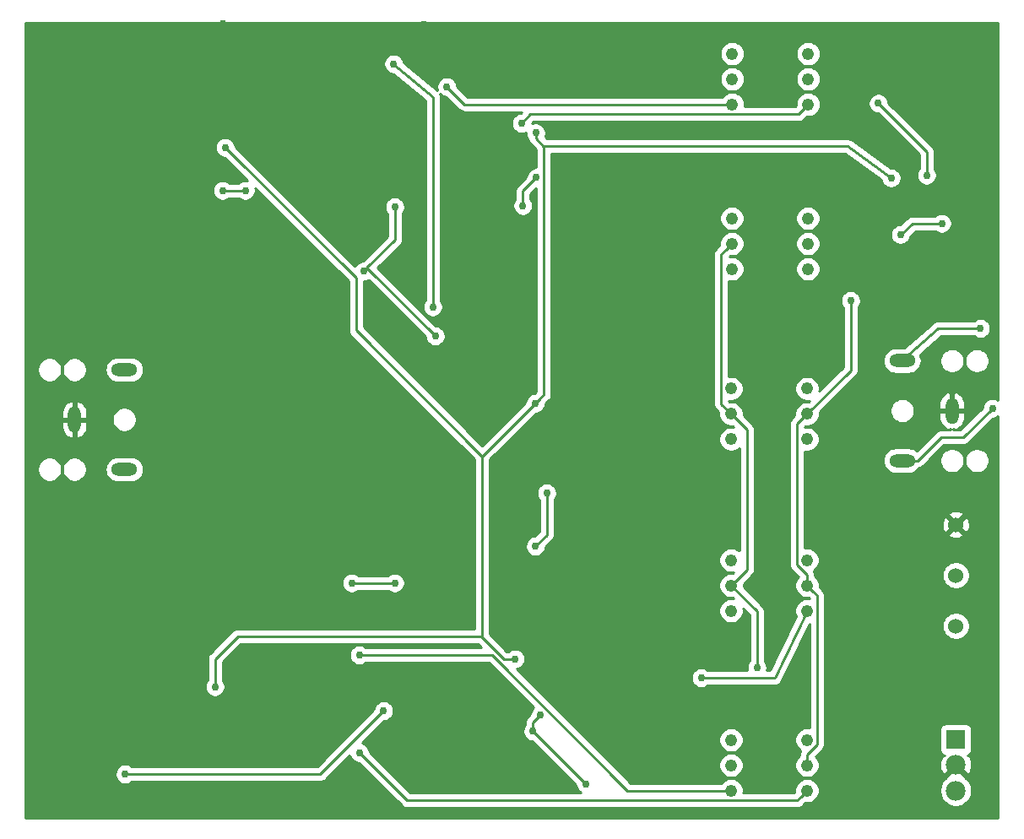
<source format=gbl>
G04 #@! TF.GenerationSoftware,KiCad,Pcbnew,(5.1.2)-2*
G04 #@! TF.CreationDate,2021-02-16T01:53:11-08:00*
G04 #@! TF.ProjectId,FiveStageStereoEQ,46697665-5374-4616-9765-53746572656f,v01*
G04 #@! TF.SameCoordinates,Original*
G04 #@! TF.FileFunction,Copper,L2,Bot*
G04 #@! TF.FilePolarity,Positive*
%FSLAX46Y46*%
G04 Gerber Fmt 4.6, Leading zero omitted, Abs format (unit mm)*
G04 Created by KiCad (PCBNEW (5.1.2)-2) date 2021-02-16 01:53:11*
%MOMM*%
%LPD*%
G04 APERTURE LIST*
%ADD10O,1.308000X2.616000*%
%ADD11O,2.616000X1.308000*%
%ADD12C,1.217000*%
%ADD13C,1.524000*%
%ADD14C,1.980000*%
%ADD15R,1.980000X1.980000*%
%ADD16C,0.762000*%
%ADD17C,0.254000*%
G04 APERTURE END LIST*
D10*
X176149000Y-93345000D03*
D11*
X171149000Y-88345000D03*
X171149000Y-98345000D03*
X93138000Y-89234000D03*
X93138000Y-99234000D03*
D10*
X88138000Y-94234000D03*
D12*
X153987500Y-96202500D03*
X153987500Y-93662500D03*
X153987500Y-91122500D03*
X161607500Y-96202500D03*
X161607500Y-91122500D03*
X161607500Y-93662500D03*
X153987500Y-131445000D03*
X153987500Y-128905000D03*
X153987500Y-126365000D03*
X161607500Y-131445000D03*
X161607500Y-126365000D03*
X161607500Y-128905000D03*
X161694500Y-76581000D03*
X161694500Y-74041000D03*
X161694500Y-79121000D03*
X154074500Y-74041000D03*
X154074500Y-76581000D03*
X154074500Y-79121000D03*
X154114500Y-62611000D03*
X154114500Y-60071000D03*
X154114500Y-57531000D03*
X161734500Y-62611000D03*
X161734500Y-57531000D03*
X161734500Y-60071000D03*
D13*
X176530000Y-104775000D03*
X176530000Y-114935000D03*
X176530000Y-109855000D03*
D12*
X161607500Y-110871000D03*
X161607500Y-108331000D03*
X161607500Y-113411000D03*
X153987500Y-108331000D03*
X153987500Y-110871000D03*
X153987500Y-113411000D03*
D14*
X176530000Y-131445000D03*
X176530000Y-128895000D03*
D15*
X176530000Y-126345000D03*
D16*
X147320000Y-99822000D03*
X137795000Y-104013000D03*
X104673400Y-127660400D03*
X168275000Y-71399400D03*
X117043200Y-101981000D03*
X84455000Y-57150000D03*
X84455000Y-68580000D03*
X84455000Y-78740000D03*
X84455000Y-107950000D03*
X84455000Y-122555000D03*
X84455000Y-133350000D03*
X114935000Y-132715000D03*
X165100000Y-132715000D03*
X180340000Y-121285000D03*
X180340000Y-108585000D03*
X180340000Y-80010000D03*
X180340000Y-58293000D03*
X151765000Y-55245000D03*
X123190000Y-54610000D03*
X102997000Y-54483000D03*
X128778000Y-80264000D03*
X102235000Y-121031000D03*
X134366000Y-92583000D03*
X103251000Y-66929000D03*
X134411720Y-65484920D03*
X170053000Y-70011200D03*
X132334000Y-118237000D03*
X115951000Y-110617000D03*
X120269000Y-110617000D03*
X124079000Y-82931000D03*
X120142000Y-58547000D03*
X125476000Y-60833000D03*
X116713000Y-117856000D03*
X156591000Y-119126000D03*
X179009040Y-85090000D03*
X93218000Y-129794000D03*
X119151400Y-123444000D03*
X117122300Y-79357922D03*
X120269000Y-72898000D03*
X124333000Y-85852000D03*
X102997000Y-71247000D03*
X105283000Y-71247000D03*
X134470004Y-69954004D03*
X133096000Y-72771000D03*
X134366000Y-106934000D03*
X135509000Y-101600000D03*
X134112000Y-125476000D03*
X134874000Y-123825000D03*
X139446000Y-130810000D03*
X132969000Y-64516000D03*
X151003000Y-120142000D03*
X116713000Y-127635000D03*
X165989000Y-82296000D03*
X173609000Y-69723000D03*
X168757600Y-62509400D03*
X180213000Y-93091000D03*
X175133000Y-74549000D03*
X170982640Y-75679300D03*
D17*
X132334000Y-118237000D02*
X131191000Y-118237000D01*
X104521000Y-115951000D02*
X102235000Y-118237000D01*
X128905000Y-115951000D02*
X104521000Y-115951000D01*
X102235000Y-118237000D02*
X102235000Y-121031000D01*
X129032000Y-115951000D02*
X128968500Y-116014500D01*
X129032000Y-97917000D02*
X129032000Y-115951000D01*
X134366000Y-92583000D02*
X129032000Y-97917000D01*
X131191000Y-118237000D02*
X128968500Y-116014500D01*
X128968500Y-116014500D02*
X128905000Y-115951000D01*
X103631999Y-67309999D02*
X103251000Y-66929000D01*
X116360299Y-80038299D02*
X103631999Y-67309999D01*
X116360299Y-85245299D02*
X116360299Y-80038299D01*
X129032000Y-97917000D02*
X116360299Y-85245299D01*
X134746999Y-92202001D02*
X134366000Y-92583000D01*
X135232005Y-91716995D02*
X134746999Y-92202001D01*
X134411720Y-66023735D02*
X135232005Y-66844020D01*
X134411720Y-65484920D02*
X134411720Y-66023735D01*
X135232005Y-66844020D02*
X135232005Y-91716995D01*
X165712140Y-66827400D02*
X170053000Y-70011200D01*
X135592820Y-66814700D02*
X165712140Y-66827400D01*
X135232005Y-66844020D02*
X135261325Y-66814700D01*
X135261325Y-66814700D02*
X135592820Y-66814700D01*
X115951000Y-110617000D02*
X120269000Y-110617000D01*
X124079000Y-61849000D02*
X124079000Y-82931000D01*
X120142000Y-58547000D02*
X124079000Y-61849000D01*
X127254000Y-62611000D02*
X154114500Y-62611000D01*
X125476000Y-60833000D02*
X127254000Y-62611000D01*
X153126952Y-131445000D02*
X153987500Y-131445000D01*
X143621762Y-131445000D02*
X153126952Y-131445000D01*
X130032762Y-117856000D02*
X143621762Y-131445000D01*
X116713000Y-117856000D02*
X130032762Y-117856000D01*
X156591000Y-113474500D02*
X153987500Y-110871000D01*
X156591000Y-119126000D02*
X156591000Y-113474500D01*
X154595999Y-94270999D02*
X153987500Y-93662500D01*
X155575000Y-95250000D02*
X154595999Y-94270999D01*
X155575000Y-109283500D02*
X155575000Y-95250000D01*
X153987500Y-110871000D02*
X155575000Y-109283500D01*
X153466001Y-77189499D02*
X154074500Y-76581000D01*
X152997999Y-77657501D02*
X153466001Y-77189499D01*
X152997999Y-92672999D02*
X152997999Y-77657501D01*
X153987500Y-93662500D02*
X152997999Y-92672999D01*
X179009040Y-85090000D02*
X174752000Y-85090000D01*
X174752000Y-85090000D02*
X171069000Y-88345000D01*
X93218000Y-129794000D02*
X112801400Y-129794000D01*
X112801400Y-129794000D02*
X119151400Y-123444000D01*
X120269000Y-76211222D02*
X120269000Y-72898000D01*
X117544111Y-79063111D02*
X117544111Y-78936111D01*
X124333000Y-85852000D02*
X117544111Y-79063111D01*
X117122300Y-79357922D02*
X117544111Y-78936111D01*
X117544111Y-78936111D02*
X120269000Y-76211222D01*
X102997000Y-71247000D02*
X105283000Y-71247000D01*
X133096000Y-71328008D02*
X134470004Y-69954004D01*
X133096000Y-72771000D02*
X133096000Y-71328008D01*
X134366000Y-106934000D02*
X135509000Y-105791000D01*
X135509000Y-105791000D02*
X135509000Y-101600000D01*
X134112000Y-125476000D02*
X134112000Y-124587000D01*
X134112000Y-124587000D02*
X134874000Y-123825000D01*
X134112000Y-125476000D02*
X139446000Y-130810000D01*
X161126001Y-63219499D02*
X161734500Y-62611000D01*
X160744999Y-63600501D02*
X161126001Y-63219499D01*
X133884499Y-63600501D02*
X160744999Y-63600501D01*
X132969000Y-64516000D02*
X133884499Y-63600501D01*
X158369000Y-120142000D02*
X161607500Y-113411000D01*
X151003000Y-120142000D02*
X158369000Y-120142000D01*
X160999001Y-132053499D02*
X161607500Y-131445000D01*
X160617999Y-132434501D02*
X160999001Y-132053499D01*
X121512501Y-132434501D02*
X160617999Y-132434501D01*
X116713000Y-127635000D02*
X121512501Y-132434501D01*
X161607500Y-93662500D02*
X165989000Y-89281000D01*
X165989000Y-89281000D02*
X165989000Y-82296000D01*
X173609000Y-69723000D02*
X173609000Y-67360800D01*
X173609000Y-67360800D02*
X168757600Y-62509400D01*
X162215999Y-111479499D02*
X161607500Y-110871000D01*
X162597001Y-111860501D02*
X162215999Y-111479499D01*
X162597001Y-126839961D02*
X162597001Y-111860501D01*
X161607500Y-127829462D02*
X162597001Y-126839961D01*
X161607500Y-128905000D02*
X161607500Y-127829462D01*
X160999001Y-94270999D02*
X161607500Y-93662500D01*
X160617999Y-94652001D02*
X160999001Y-94270999D01*
X160617999Y-108805961D02*
X160617999Y-94652001D01*
X161607500Y-109795462D02*
X160617999Y-108805961D01*
X161607500Y-110871000D02*
X161607500Y-109795462D01*
X172711000Y-98345000D02*
X171149000Y-98345000D01*
X175044000Y-96012000D02*
X172711000Y-98345000D01*
X177292000Y-96012000D02*
X175044000Y-96012000D01*
X180213000Y-93091000D02*
X177292000Y-96012000D01*
X172212000Y-74549000D02*
X175133000Y-74549000D01*
X170982640Y-75679300D02*
X172212000Y-74549000D01*
G36*
X180788001Y-92253270D02*
G01*
X180694256Y-92190632D01*
X180509356Y-92114044D01*
X180313067Y-92075000D01*
X180112933Y-92075000D01*
X179916644Y-92114044D01*
X179731744Y-92190632D01*
X179565338Y-92301821D01*
X179423821Y-92443338D01*
X179312632Y-92609744D01*
X179236044Y-92794644D01*
X179197000Y-92990933D01*
X179197000Y-93029369D01*
X176976370Y-95250000D01*
X176276002Y-95250000D01*
X176276002Y-95122093D01*
X176475099Y-95246068D01*
X176524946Y-95238483D01*
X176759533Y-95141323D01*
X176970658Y-95000264D01*
X177150207Y-94820727D01*
X177291280Y-94609612D01*
X177388456Y-94375031D01*
X177438000Y-94126000D01*
X177438000Y-93472000D01*
X176276000Y-93472000D01*
X176276000Y-93492000D01*
X176022000Y-93492000D01*
X176022000Y-93472000D01*
X174860000Y-93472000D01*
X174860000Y-94126000D01*
X174909544Y-94375031D01*
X175006720Y-94609612D01*
X175147793Y-94820727D01*
X175327342Y-95000264D01*
X175538467Y-95141323D01*
X175773054Y-95238483D01*
X175822901Y-95246068D01*
X176021998Y-95122093D01*
X176021998Y-95250000D01*
X175081422Y-95250000D01*
X175043999Y-95246314D01*
X175006576Y-95250000D01*
X175006574Y-95250000D01*
X174894622Y-95261026D01*
X174750985Y-95304598D01*
X174618608Y-95375355D01*
X174502578Y-95470578D01*
X174478721Y-95499648D01*
X172625701Y-97352668D01*
X172522595Y-97268051D01*
X172298665Y-97148358D01*
X172055688Y-97074652D01*
X171866314Y-97056000D01*
X170431686Y-97056000D01*
X170242312Y-97074652D01*
X169999335Y-97148358D01*
X169775405Y-97268051D01*
X169579130Y-97429130D01*
X169418051Y-97625405D01*
X169298358Y-97849335D01*
X169224652Y-98092312D01*
X169199764Y-98345000D01*
X169224652Y-98597688D01*
X169298358Y-98840665D01*
X169418051Y-99064595D01*
X169579130Y-99260870D01*
X169775405Y-99421949D01*
X169999335Y-99541642D01*
X170242312Y-99615348D01*
X170431686Y-99634000D01*
X171866314Y-99634000D01*
X172055688Y-99615348D01*
X172298665Y-99541642D01*
X172522595Y-99421949D01*
X172718870Y-99260870D01*
X172853653Y-99096636D01*
X172860378Y-99095974D01*
X173004015Y-99052402D01*
X173136392Y-98981645D01*
X173252422Y-98886422D01*
X173276284Y-98857346D01*
X173910267Y-98223363D01*
X174914000Y-98223363D01*
X174914000Y-98466637D01*
X174961460Y-98705236D01*
X175054557Y-98929992D01*
X175189713Y-99132267D01*
X175361733Y-99304287D01*
X175564008Y-99439443D01*
X175788764Y-99532540D01*
X176027363Y-99580000D01*
X176270637Y-99580000D01*
X176509236Y-99532540D01*
X176733992Y-99439443D01*
X176936267Y-99304287D01*
X177108287Y-99132267D01*
X177243443Y-98929992D01*
X177336540Y-98705236D01*
X177384000Y-98466637D01*
X177384000Y-98223363D01*
X177414000Y-98223363D01*
X177414000Y-98466637D01*
X177461460Y-98705236D01*
X177554557Y-98929992D01*
X177689713Y-99132267D01*
X177861733Y-99304287D01*
X178064008Y-99439443D01*
X178288764Y-99532540D01*
X178527363Y-99580000D01*
X178770637Y-99580000D01*
X179009236Y-99532540D01*
X179233992Y-99439443D01*
X179436267Y-99304287D01*
X179608287Y-99132267D01*
X179743443Y-98929992D01*
X179836540Y-98705236D01*
X179884000Y-98466637D01*
X179884000Y-98223363D01*
X179836540Y-97984764D01*
X179743443Y-97760008D01*
X179608287Y-97557733D01*
X179436267Y-97385713D01*
X179233992Y-97250557D01*
X179009236Y-97157460D01*
X178770637Y-97110000D01*
X178527363Y-97110000D01*
X178288764Y-97157460D01*
X178064008Y-97250557D01*
X177861733Y-97385713D01*
X177689713Y-97557733D01*
X177554557Y-97760008D01*
X177461460Y-97984764D01*
X177414000Y-98223363D01*
X177384000Y-98223363D01*
X177336540Y-97984764D01*
X177243443Y-97760008D01*
X177108287Y-97557733D01*
X176936267Y-97385713D01*
X176733992Y-97250557D01*
X176509236Y-97157460D01*
X176270637Y-97110000D01*
X176027363Y-97110000D01*
X175788764Y-97157460D01*
X175564008Y-97250557D01*
X175361733Y-97385713D01*
X175189713Y-97557733D01*
X175054557Y-97760008D01*
X174961460Y-97984764D01*
X174914000Y-98223363D01*
X173910267Y-98223363D01*
X175359631Y-96774000D01*
X177254577Y-96774000D01*
X177292000Y-96777686D01*
X177329423Y-96774000D01*
X177329426Y-96774000D01*
X177441378Y-96762974D01*
X177585015Y-96719402D01*
X177717392Y-96648645D01*
X177833422Y-96553422D01*
X177857284Y-96524346D01*
X180274631Y-94107000D01*
X180313067Y-94107000D01*
X180509356Y-94067956D01*
X180694256Y-93991368D01*
X180788001Y-93928730D01*
X180788000Y-134179000D01*
X83245000Y-134179000D01*
X83245000Y-129693933D01*
X92202000Y-129693933D01*
X92202000Y-129894067D01*
X92241044Y-130090356D01*
X92317632Y-130275256D01*
X92428821Y-130441662D01*
X92570338Y-130583179D01*
X92736744Y-130694368D01*
X92921644Y-130770956D01*
X93117933Y-130810000D01*
X93318067Y-130810000D01*
X93514356Y-130770956D01*
X93699256Y-130694368D01*
X93865662Y-130583179D01*
X93892841Y-130556000D01*
X112763977Y-130556000D01*
X112801400Y-130559686D01*
X112838823Y-130556000D01*
X112838826Y-130556000D01*
X112950778Y-130544974D01*
X113094415Y-130501402D01*
X113226792Y-130430645D01*
X113342822Y-130335422D01*
X113366684Y-130306346D01*
X115737693Y-127935337D01*
X115812632Y-128116256D01*
X115923821Y-128282662D01*
X116065338Y-128424179D01*
X116231744Y-128535368D01*
X116416644Y-128611956D01*
X116612933Y-128651000D01*
X116651370Y-128651000D01*
X120947222Y-132946853D01*
X120971079Y-132975923D01*
X121087109Y-133071146D01*
X121219486Y-133141903D01*
X121363123Y-133185475D01*
X121475075Y-133196501D01*
X121475077Y-133196501D01*
X121512500Y-133200187D01*
X121549923Y-133196501D01*
X160580576Y-133196501D01*
X160617999Y-133200187D01*
X160655422Y-133196501D01*
X160655425Y-133196501D01*
X160767377Y-133185475D01*
X160911014Y-133141903D01*
X161043391Y-133071146D01*
X161159421Y-132975923D01*
X161183283Y-132946847D01*
X161448830Y-132681300D01*
X161485026Y-132688500D01*
X161729974Y-132688500D01*
X161970216Y-132640713D01*
X162196518Y-132546976D01*
X162400185Y-132410890D01*
X162573390Y-132237685D01*
X162709476Y-132034018D01*
X162803213Y-131807716D01*
X162851000Y-131567474D01*
X162851000Y-131322526D01*
X162843526Y-131284951D01*
X174905000Y-131284951D01*
X174905000Y-131605049D01*
X174967448Y-131918995D01*
X175089943Y-132214726D01*
X175267780Y-132480877D01*
X175494123Y-132707220D01*
X175760274Y-132885057D01*
X176056005Y-133007552D01*
X176369951Y-133070000D01*
X176690049Y-133070000D01*
X177003995Y-133007552D01*
X177299726Y-132885057D01*
X177565877Y-132707220D01*
X177792220Y-132480877D01*
X177970057Y-132214726D01*
X178092552Y-131918995D01*
X178155000Y-131605049D01*
X178155000Y-131284951D01*
X178092552Y-130971005D01*
X177970057Y-130675274D01*
X177792220Y-130409123D01*
X177565877Y-130182780D01*
X177449365Y-130104929D01*
X177478677Y-130023282D01*
X176530000Y-129074605D01*
X175581323Y-130023282D01*
X175610635Y-130104929D01*
X175494123Y-130182780D01*
X175267780Y-130409123D01*
X175089943Y-130675274D01*
X174967448Y-130971005D01*
X174905000Y-131284951D01*
X162843526Y-131284951D01*
X162803213Y-131082284D01*
X162709476Y-130855982D01*
X162573390Y-130652315D01*
X162400185Y-130479110D01*
X162196518Y-130343024D01*
X161970216Y-130249287D01*
X161729974Y-130201500D01*
X161485026Y-130201500D01*
X161244784Y-130249287D01*
X161018482Y-130343024D01*
X160814815Y-130479110D01*
X160641610Y-130652315D01*
X160505524Y-130855982D01*
X160411787Y-131082284D01*
X160364000Y-131322526D01*
X160364000Y-131567474D01*
X160371200Y-131603670D01*
X160302369Y-131672501D01*
X155210109Y-131672501D01*
X155231000Y-131567474D01*
X155231000Y-131322526D01*
X155183213Y-131082284D01*
X155089476Y-130855982D01*
X154953390Y-130652315D01*
X154780185Y-130479110D01*
X154576518Y-130343024D01*
X154350216Y-130249287D01*
X154109974Y-130201500D01*
X153865026Y-130201500D01*
X153624784Y-130249287D01*
X153398482Y-130343024D01*
X153194815Y-130479110D01*
X153021610Y-130652315D01*
X153001107Y-130683000D01*
X143937393Y-130683000D01*
X142036919Y-128782526D01*
X152744000Y-128782526D01*
X152744000Y-129027474D01*
X152791787Y-129267716D01*
X152885524Y-129494018D01*
X153021610Y-129697685D01*
X153194815Y-129870890D01*
X153398482Y-130006976D01*
X153624784Y-130100713D01*
X153865026Y-130148500D01*
X154109974Y-130148500D01*
X154350216Y-130100713D01*
X154576518Y-130006976D01*
X154780185Y-129870890D01*
X154953390Y-129697685D01*
X155089476Y-129494018D01*
X155183213Y-129267716D01*
X155231000Y-129027474D01*
X155231000Y-128782526D01*
X155183213Y-128542284D01*
X155089476Y-128315982D01*
X154953390Y-128112315D01*
X154780185Y-127939110D01*
X154576518Y-127803024D01*
X154350216Y-127709287D01*
X154109974Y-127661500D01*
X153865026Y-127661500D01*
X153624784Y-127709287D01*
X153398482Y-127803024D01*
X153194815Y-127939110D01*
X153021610Y-128112315D01*
X152885524Y-128315982D01*
X152791787Y-128542284D01*
X152744000Y-128782526D01*
X142036919Y-128782526D01*
X139496919Y-126242526D01*
X152744000Y-126242526D01*
X152744000Y-126487474D01*
X152791787Y-126727716D01*
X152885524Y-126954018D01*
X153021610Y-127157685D01*
X153194815Y-127330890D01*
X153398482Y-127466976D01*
X153624784Y-127560713D01*
X153865026Y-127608500D01*
X154109974Y-127608500D01*
X154350216Y-127560713D01*
X154576518Y-127466976D01*
X154780185Y-127330890D01*
X154953390Y-127157685D01*
X155089476Y-126954018D01*
X155183213Y-126727716D01*
X155231000Y-126487474D01*
X155231000Y-126242526D01*
X155183213Y-126002284D01*
X155089476Y-125775982D01*
X154953390Y-125572315D01*
X154780185Y-125399110D01*
X154576518Y-125263024D01*
X154350216Y-125169287D01*
X154109974Y-125121500D01*
X153865026Y-125121500D01*
X153624784Y-125169287D01*
X153398482Y-125263024D01*
X153194815Y-125399110D01*
X153021610Y-125572315D01*
X152885524Y-125775982D01*
X152791787Y-126002284D01*
X152744000Y-126242526D01*
X139496919Y-126242526D01*
X133296326Y-120041933D01*
X149987000Y-120041933D01*
X149987000Y-120242067D01*
X150026044Y-120438356D01*
X150102632Y-120623256D01*
X150213821Y-120789662D01*
X150355338Y-120931179D01*
X150521744Y-121042368D01*
X150706644Y-121118956D01*
X150902933Y-121158000D01*
X151103067Y-121158000D01*
X151299356Y-121118956D01*
X151484256Y-121042368D01*
X151650662Y-120931179D01*
X151677841Y-120904000D01*
X158310253Y-120904000D01*
X158326342Y-120906496D01*
X158385131Y-120904000D01*
X158406426Y-120904000D01*
X158422561Y-120902411D01*
X158476307Y-120900129D01*
X158497085Y-120895071D01*
X158518378Y-120892974D01*
X158569884Y-120877350D01*
X158622149Y-120864627D01*
X158641541Y-120855613D01*
X158662015Y-120849402D01*
X158709478Y-120824033D01*
X158758263Y-120801355D01*
X158775525Y-120788729D01*
X158794392Y-120778645D01*
X158835994Y-120744503D01*
X158879417Y-120712744D01*
X158893883Y-120696995D01*
X158910422Y-120683422D01*
X158944566Y-120641817D01*
X158980956Y-120602200D01*
X158992072Y-120583931D01*
X159005645Y-120567392D01*
X159031015Y-120519928D01*
X159039430Y-120506098D01*
X159048648Y-120486939D01*
X159076402Y-120435015D01*
X159081131Y-120419425D01*
X161835002Y-114695695D01*
X161835001Y-125142391D01*
X161729974Y-125121500D01*
X161485026Y-125121500D01*
X161244784Y-125169287D01*
X161018482Y-125263024D01*
X160814815Y-125399110D01*
X160641610Y-125572315D01*
X160505524Y-125775982D01*
X160411787Y-126002284D01*
X160364000Y-126242526D01*
X160364000Y-126487474D01*
X160411787Y-126727716D01*
X160505524Y-126954018D01*
X160641610Y-127157685D01*
X160814815Y-127330890D01*
X160958613Y-127426973D01*
X160900099Y-127536447D01*
X160856527Y-127680084D01*
X160841814Y-127829462D01*
X160845501Y-127866895D01*
X160845501Y-127918606D01*
X160814815Y-127939110D01*
X160641610Y-128112315D01*
X160505524Y-128315982D01*
X160411787Y-128542284D01*
X160364000Y-128782526D01*
X160364000Y-129027474D01*
X160411787Y-129267716D01*
X160505524Y-129494018D01*
X160641610Y-129697685D01*
X160814815Y-129870890D01*
X161018482Y-130006976D01*
X161244784Y-130100713D01*
X161485026Y-130148500D01*
X161729974Y-130148500D01*
X161970216Y-130100713D01*
X162196518Y-130006976D01*
X162400185Y-129870890D01*
X162573390Y-129697685D01*
X162709476Y-129494018D01*
X162803213Y-129267716D01*
X162851000Y-129027474D01*
X162851000Y-128957990D01*
X174898354Y-128957990D01*
X174941994Y-129275099D01*
X175046661Y-129577600D01*
X175138339Y-129749120D01*
X175401718Y-129843677D01*
X176350395Y-128895000D01*
X176336253Y-128880858D01*
X176515858Y-128701253D01*
X176530000Y-128715395D01*
X176544143Y-128701253D01*
X176723748Y-128880858D01*
X176709605Y-128895000D01*
X177658282Y-129843677D01*
X177921661Y-129749120D01*
X178061551Y-129461209D01*
X178142584Y-129151538D01*
X178161646Y-128832010D01*
X178118006Y-128514901D01*
X178013339Y-128212400D01*
X177921661Y-128040880D01*
X177673837Y-127951907D01*
X177764180Y-127924502D01*
X177874494Y-127865537D01*
X177971185Y-127786185D01*
X178050537Y-127689494D01*
X178109502Y-127579180D01*
X178145812Y-127459482D01*
X178158072Y-127335000D01*
X178158072Y-125355000D01*
X178145812Y-125230518D01*
X178109502Y-125110820D01*
X178050537Y-125000506D01*
X177971185Y-124903815D01*
X177874494Y-124824463D01*
X177764180Y-124765498D01*
X177644482Y-124729188D01*
X177520000Y-124716928D01*
X175540000Y-124716928D01*
X175415518Y-124729188D01*
X175295820Y-124765498D01*
X175185506Y-124824463D01*
X175088815Y-124903815D01*
X175009463Y-125000506D01*
X174950498Y-125110820D01*
X174914188Y-125230518D01*
X174901928Y-125355000D01*
X174901928Y-127335000D01*
X174914188Y-127459482D01*
X174950498Y-127579180D01*
X175009463Y-127689494D01*
X175088815Y-127786185D01*
X175185506Y-127865537D01*
X175295820Y-127924502D01*
X175386163Y-127951907D01*
X175138339Y-128040880D01*
X174998449Y-128328791D01*
X174917416Y-128638462D01*
X174898354Y-128957990D01*
X162851000Y-128957990D01*
X162851000Y-128782526D01*
X162803213Y-128542284D01*
X162709476Y-128315982D01*
X162573390Y-128112315D01*
X162487834Y-128026759D01*
X163109354Y-127405239D01*
X163138423Y-127381383D01*
X163173498Y-127338644D01*
X163233646Y-127265354D01*
X163272417Y-127192817D01*
X163304403Y-127132976D01*
X163347975Y-126989339D01*
X163359001Y-126877387D01*
X163359001Y-126877384D01*
X163362687Y-126839961D01*
X163359001Y-126802538D01*
X163359001Y-114797408D01*
X175133000Y-114797408D01*
X175133000Y-115072592D01*
X175186686Y-115342490D01*
X175291995Y-115596727D01*
X175444880Y-115825535D01*
X175639465Y-116020120D01*
X175868273Y-116173005D01*
X176122510Y-116278314D01*
X176392408Y-116332000D01*
X176667592Y-116332000D01*
X176937490Y-116278314D01*
X177191727Y-116173005D01*
X177420535Y-116020120D01*
X177615120Y-115825535D01*
X177768005Y-115596727D01*
X177873314Y-115342490D01*
X177927000Y-115072592D01*
X177927000Y-114797408D01*
X177873314Y-114527510D01*
X177768005Y-114273273D01*
X177615120Y-114044465D01*
X177420535Y-113849880D01*
X177191727Y-113696995D01*
X176937490Y-113591686D01*
X176667592Y-113538000D01*
X176392408Y-113538000D01*
X176122510Y-113591686D01*
X175868273Y-113696995D01*
X175639465Y-113849880D01*
X175444880Y-114044465D01*
X175291995Y-114273273D01*
X175186686Y-114527510D01*
X175133000Y-114797408D01*
X163359001Y-114797408D01*
X163359001Y-111897923D01*
X163362687Y-111860500D01*
X163354021Y-111772514D01*
X163347975Y-111711123D01*
X163304403Y-111567486D01*
X163233646Y-111435109D01*
X163138423Y-111319079D01*
X163109347Y-111295217D01*
X162843800Y-111029670D01*
X162851000Y-110993474D01*
X162851000Y-110748526D01*
X162803213Y-110508284D01*
X162709476Y-110281982D01*
X162573390Y-110078315D01*
X162400185Y-109905110D01*
X162369500Y-109884607D01*
X162369500Y-109832885D01*
X162373186Y-109795462D01*
X162369500Y-109758036D01*
X162365499Y-109717408D01*
X175133000Y-109717408D01*
X175133000Y-109992592D01*
X175186686Y-110262490D01*
X175291995Y-110516727D01*
X175444880Y-110745535D01*
X175639465Y-110940120D01*
X175868273Y-111093005D01*
X176122510Y-111198314D01*
X176392408Y-111252000D01*
X176667592Y-111252000D01*
X176937490Y-111198314D01*
X177191727Y-111093005D01*
X177420535Y-110940120D01*
X177615120Y-110745535D01*
X177768005Y-110516727D01*
X177873314Y-110262490D01*
X177927000Y-109992592D01*
X177927000Y-109717408D01*
X177873314Y-109447510D01*
X177768005Y-109193273D01*
X177615120Y-108964465D01*
X177420535Y-108769880D01*
X177191727Y-108616995D01*
X176937490Y-108511686D01*
X176667592Y-108458000D01*
X176392408Y-108458000D01*
X176122510Y-108511686D01*
X175868273Y-108616995D01*
X175639465Y-108769880D01*
X175444880Y-108964465D01*
X175291995Y-109193273D01*
X175186686Y-109447510D01*
X175133000Y-109717408D01*
X162365499Y-109717408D01*
X162358474Y-109646084D01*
X162314902Y-109502447D01*
X162277716Y-109432877D01*
X162256387Y-109392973D01*
X162400185Y-109296890D01*
X162573390Y-109123685D01*
X162709476Y-108920018D01*
X162803213Y-108693716D01*
X162851000Y-108453474D01*
X162851000Y-108208526D01*
X162803213Y-107968284D01*
X162709476Y-107741982D01*
X162573390Y-107538315D01*
X162400185Y-107365110D01*
X162196518Y-107229024D01*
X161970216Y-107135287D01*
X161729974Y-107087500D01*
X161485026Y-107087500D01*
X161379999Y-107108391D01*
X161379999Y-105740565D01*
X175744040Y-105740565D01*
X175811020Y-105980656D01*
X176060048Y-106097756D01*
X176327135Y-106164023D01*
X176602017Y-106176910D01*
X176874133Y-106135922D01*
X177133023Y-106042636D01*
X177248980Y-105980656D01*
X177315960Y-105740565D01*
X176530000Y-104954605D01*
X175744040Y-105740565D01*
X161379999Y-105740565D01*
X161379999Y-104847017D01*
X175128090Y-104847017D01*
X175169078Y-105119133D01*
X175262364Y-105378023D01*
X175324344Y-105493980D01*
X175564435Y-105560960D01*
X176350395Y-104775000D01*
X176709605Y-104775000D01*
X177495565Y-105560960D01*
X177735656Y-105493980D01*
X177852756Y-105244952D01*
X177919023Y-104977865D01*
X177931910Y-104702983D01*
X177890922Y-104430867D01*
X177797636Y-104171977D01*
X177735656Y-104056020D01*
X177495565Y-103989040D01*
X176709605Y-104775000D01*
X176350395Y-104775000D01*
X175564435Y-103989040D01*
X175324344Y-104056020D01*
X175207244Y-104305048D01*
X175140977Y-104572135D01*
X175128090Y-104847017D01*
X161379999Y-104847017D01*
X161379999Y-103809435D01*
X175744040Y-103809435D01*
X176530000Y-104595395D01*
X177315960Y-103809435D01*
X177248980Y-103569344D01*
X176999952Y-103452244D01*
X176732865Y-103385977D01*
X176457983Y-103373090D01*
X176185867Y-103414078D01*
X175926977Y-103507364D01*
X175811020Y-103569344D01*
X175744040Y-103809435D01*
X161379999Y-103809435D01*
X161379999Y-97425109D01*
X161485026Y-97446000D01*
X161729974Y-97446000D01*
X161970216Y-97398213D01*
X162196518Y-97304476D01*
X162400185Y-97168390D01*
X162573390Y-96995185D01*
X162709476Y-96791518D01*
X162803213Y-96565216D01*
X162851000Y-96324974D01*
X162851000Y-96080026D01*
X162803213Y-95839784D01*
X162709476Y-95613482D01*
X162573390Y-95409815D01*
X162400185Y-95236610D01*
X162196518Y-95100524D01*
X161970216Y-95006787D01*
X161729974Y-94959000D01*
X161485026Y-94959000D01*
X161379999Y-94979891D01*
X161379999Y-94967631D01*
X161448830Y-94898800D01*
X161485026Y-94906000D01*
X161729974Y-94906000D01*
X161970216Y-94858213D01*
X162196518Y-94764476D01*
X162400185Y-94628390D01*
X162573390Y-94455185D01*
X162709476Y-94251518D01*
X162803213Y-94025216D01*
X162851000Y-93784974D01*
X162851000Y-93540026D01*
X162843800Y-93503830D01*
X163124267Y-93223363D01*
X169914000Y-93223363D01*
X169914000Y-93466637D01*
X169961460Y-93705236D01*
X170054557Y-93929992D01*
X170189713Y-94132267D01*
X170361733Y-94304287D01*
X170564008Y-94439443D01*
X170788764Y-94532540D01*
X171027363Y-94580000D01*
X171270637Y-94580000D01*
X171509236Y-94532540D01*
X171733992Y-94439443D01*
X171936267Y-94304287D01*
X172108287Y-94132267D01*
X172243443Y-93929992D01*
X172336540Y-93705236D01*
X172384000Y-93466637D01*
X172384000Y-93223363D01*
X172336540Y-92984764D01*
X172243443Y-92760008D01*
X172112475Y-92564000D01*
X174860000Y-92564000D01*
X174860000Y-93218000D01*
X176022000Y-93218000D01*
X176022000Y-91567908D01*
X176276000Y-91567908D01*
X176276000Y-93218000D01*
X177438000Y-93218000D01*
X177438000Y-92564000D01*
X177388456Y-92314969D01*
X177291280Y-92080388D01*
X177150207Y-91869273D01*
X176970658Y-91689736D01*
X176759533Y-91548677D01*
X176524946Y-91451517D01*
X176475099Y-91443932D01*
X176276000Y-91567908D01*
X176022000Y-91567908D01*
X175822901Y-91443932D01*
X175773054Y-91451517D01*
X175538467Y-91548677D01*
X175327342Y-91689736D01*
X175147793Y-91869273D01*
X175006720Y-92080388D01*
X174909544Y-92314969D01*
X174860000Y-92564000D01*
X172112475Y-92564000D01*
X172108287Y-92557733D01*
X171936267Y-92385713D01*
X171733992Y-92250557D01*
X171509236Y-92157460D01*
X171270637Y-92110000D01*
X171027363Y-92110000D01*
X170788764Y-92157460D01*
X170564008Y-92250557D01*
X170361733Y-92385713D01*
X170189713Y-92557733D01*
X170054557Y-92760008D01*
X169961460Y-92984764D01*
X169914000Y-93223363D01*
X163124267Y-93223363D01*
X166501347Y-89846283D01*
X166530422Y-89822422D01*
X166590857Y-89748781D01*
X166625645Y-89706393D01*
X166674309Y-89615348D01*
X166696402Y-89574015D01*
X166739974Y-89430378D01*
X166751000Y-89318426D01*
X166751000Y-89318423D01*
X166754686Y-89281000D01*
X166751000Y-89243577D01*
X166751000Y-88345000D01*
X169199764Y-88345000D01*
X169224652Y-88597688D01*
X169298358Y-88840665D01*
X169418051Y-89064595D01*
X169579130Y-89260870D01*
X169775405Y-89421949D01*
X169999335Y-89541642D01*
X170242312Y-89615348D01*
X170431686Y-89634000D01*
X171866314Y-89634000D01*
X172055688Y-89615348D01*
X172298665Y-89541642D01*
X172522595Y-89421949D01*
X172718870Y-89260870D01*
X172879949Y-89064595D01*
X172999642Y-88840665D01*
X173073348Y-88597688D01*
X173098236Y-88345000D01*
X173086256Y-88223363D01*
X174914000Y-88223363D01*
X174914000Y-88466637D01*
X174961460Y-88705236D01*
X175054557Y-88929992D01*
X175189713Y-89132267D01*
X175361733Y-89304287D01*
X175564008Y-89439443D01*
X175788764Y-89532540D01*
X176027363Y-89580000D01*
X176270637Y-89580000D01*
X176509236Y-89532540D01*
X176733992Y-89439443D01*
X176936267Y-89304287D01*
X177108287Y-89132267D01*
X177243443Y-88929992D01*
X177336540Y-88705236D01*
X177384000Y-88466637D01*
X177384000Y-88223363D01*
X177414000Y-88223363D01*
X177414000Y-88466637D01*
X177461460Y-88705236D01*
X177554557Y-88929992D01*
X177689713Y-89132267D01*
X177861733Y-89304287D01*
X178064008Y-89439443D01*
X178288764Y-89532540D01*
X178527363Y-89580000D01*
X178770637Y-89580000D01*
X179009236Y-89532540D01*
X179233992Y-89439443D01*
X179436267Y-89304287D01*
X179608287Y-89132267D01*
X179743443Y-88929992D01*
X179836540Y-88705236D01*
X179884000Y-88466637D01*
X179884000Y-88223363D01*
X179836540Y-87984764D01*
X179743443Y-87760008D01*
X179608287Y-87557733D01*
X179436267Y-87385713D01*
X179233992Y-87250557D01*
X179009236Y-87157460D01*
X178770637Y-87110000D01*
X178527363Y-87110000D01*
X178288764Y-87157460D01*
X178064008Y-87250557D01*
X177861733Y-87385713D01*
X177689713Y-87557733D01*
X177554557Y-87760008D01*
X177461460Y-87984764D01*
X177414000Y-88223363D01*
X177384000Y-88223363D01*
X177336540Y-87984764D01*
X177243443Y-87760008D01*
X177108287Y-87557733D01*
X176936267Y-87385713D01*
X176733992Y-87250557D01*
X176509236Y-87157460D01*
X176270637Y-87110000D01*
X176027363Y-87110000D01*
X175788764Y-87157460D01*
X175564008Y-87250557D01*
X175361733Y-87385713D01*
X175189713Y-87557733D01*
X175054557Y-87760008D01*
X174961460Y-87984764D01*
X174914000Y-88223363D01*
X173086256Y-88223363D01*
X173073348Y-88092312D01*
X172999642Y-87849335D01*
X172929334Y-87717798D01*
X175040467Y-85852000D01*
X178334199Y-85852000D01*
X178361378Y-85879179D01*
X178527784Y-85990368D01*
X178712684Y-86066956D01*
X178908973Y-86106000D01*
X179109107Y-86106000D01*
X179305396Y-86066956D01*
X179490296Y-85990368D01*
X179656702Y-85879179D01*
X179798219Y-85737662D01*
X179909408Y-85571256D01*
X179985996Y-85386356D01*
X180025040Y-85190067D01*
X180025040Y-84989933D01*
X179985996Y-84793644D01*
X179909408Y-84608744D01*
X179798219Y-84442338D01*
X179656702Y-84300821D01*
X179490296Y-84189632D01*
X179305396Y-84113044D01*
X179109107Y-84074000D01*
X178908973Y-84074000D01*
X178712684Y-84113044D01*
X178527784Y-84189632D01*
X178361378Y-84300821D01*
X178334199Y-84328000D01*
X174813001Y-84328000D01*
X174799145Y-84325767D01*
X174738100Y-84328000D01*
X174714574Y-84328000D01*
X174700673Y-84329369D01*
X174649144Y-84331254D01*
X174626149Y-84336709D01*
X174602622Y-84339026D01*
X174553269Y-84353997D01*
X174503096Y-84365899D01*
X174481604Y-84375737D01*
X174458985Y-84382598D01*
X174413505Y-84406907D01*
X174366614Y-84428371D01*
X174347454Y-84442213D01*
X174326608Y-84453355D01*
X174286742Y-84486072D01*
X174275426Y-84494247D01*
X174257810Y-84509816D01*
X174210578Y-84548578D01*
X174201672Y-84559430D01*
X171376829Y-87056000D01*
X170431686Y-87056000D01*
X170242312Y-87074652D01*
X169999335Y-87148358D01*
X169775405Y-87268051D01*
X169579130Y-87429130D01*
X169418051Y-87625405D01*
X169298358Y-87849335D01*
X169224652Y-88092312D01*
X169199764Y-88345000D01*
X166751000Y-88345000D01*
X166751000Y-82970841D01*
X166778179Y-82943662D01*
X166889368Y-82777256D01*
X166965956Y-82592356D01*
X167005000Y-82396067D01*
X167005000Y-82195933D01*
X166965956Y-81999644D01*
X166889368Y-81814744D01*
X166778179Y-81648338D01*
X166636662Y-81506821D01*
X166470256Y-81395632D01*
X166285356Y-81319044D01*
X166089067Y-81280000D01*
X165888933Y-81280000D01*
X165692644Y-81319044D01*
X165507744Y-81395632D01*
X165341338Y-81506821D01*
X165199821Y-81648338D01*
X165088632Y-81814744D01*
X165012044Y-81999644D01*
X164973000Y-82195933D01*
X164973000Y-82396067D01*
X165012044Y-82592356D01*
X165088632Y-82777256D01*
X165199821Y-82943662D01*
X165227001Y-82970842D01*
X165227000Y-88965370D01*
X162827065Y-91365305D01*
X162851000Y-91244974D01*
X162851000Y-91000026D01*
X162803213Y-90759784D01*
X162709476Y-90533482D01*
X162573390Y-90329815D01*
X162400185Y-90156610D01*
X162196518Y-90020524D01*
X161970216Y-89926787D01*
X161729974Y-89879000D01*
X161485026Y-89879000D01*
X161244784Y-89926787D01*
X161018482Y-90020524D01*
X160814815Y-90156610D01*
X160641610Y-90329815D01*
X160505524Y-90533482D01*
X160411787Y-90759784D01*
X160364000Y-91000026D01*
X160364000Y-91244974D01*
X160411787Y-91485216D01*
X160505524Y-91711518D01*
X160641610Y-91915185D01*
X160814815Y-92088390D01*
X161018482Y-92224476D01*
X161244784Y-92318213D01*
X161485026Y-92366000D01*
X161729974Y-92366000D01*
X161850305Y-92342065D01*
X161766170Y-92426200D01*
X161729974Y-92419000D01*
X161485026Y-92419000D01*
X161244784Y-92466787D01*
X161018482Y-92560524D01*
X160814815Y-92696610D01*
X160641610Y-92869815D01*
X160505524Y-93073482D01*
X160411787Y-93299784D01*
X160364000Y-93540026D01*
X160364000Y-93784974D01*
X160371200Y-93821170D01*
X160105648Y-94086722D01*
X160076578Y-94110579D01*
X160052721Y-94139649D01*
X160052720Y-94139650D01*
X159981354Y-94226609D01*
X159910598Y-94358986D01*
X159867026Y-94502623D01*
X159852313Y-94652001D01*
X159856000Y-94689434D01*
X159855999Y-108768538D01*
X159852313Y-108805961D01*
X159855999Y-108843384D01*
X159855999Y-108843386D01*
X159867025Y-108955338D01*
X159910597Y-109098975D01*
X159942583Y-109158817D01*
X159981354Y-109231353D01*
X159999973Y-109254040D01*
X160076577Y-109347383D01*
X160105653Y-109371245D01*
X160727166Y-109992759D01*
X160641610Y-110078315D01*
X160505524Y-110281982D01*
X160411787Y-110508284D01*
X160364000Y-110748526D01*
X160364000Y-110993474D01*
X160411787Y-111233716D01*
X160505524Y-111460018D01*
X160641610Y-111663685D01*
X160814815Y-111836890D01*
X161018482Y-111972976D01*
X161244784Y-112066713D01*
X161485026Y-112114500D01*
X161729974Y-112114500D01*
X161766170Y-112107300D01*
X161835002Y-112176132D01*
X161835002Y-112188391D01*
X161729974Y-112167500D01*
X161485026Y-112167500D01*
X161244784Y-112215287D01*
X161018482Y-112309024D01*
X160814815Y-112445110D01*
X160641610Y-112618315D01*
X160505524Y-112821982D01*
X160411787Y-113048284D01*
X160364000Y-113288526D01*
X160364000Y-113533474D01*
X160411787Y-113773716D01*
X160493020Y-113969829D01*
X157890013Y-119380000D01*
X157576381Y-119380000D01*
X157607000Y-119226067D01*
X157607000Y-119025933D01*
X157567956Y-118829644D01*
X157491368Y-118644744D01*
X157380179Y-118478338D01*
X157353000Y-118451159D01*
X157353000Y-113511922D01*
X157356686Y-113474499D01*
X157353000Y-113437074D01*
X157341974Y-113325122D01*
X157298402Y-113181485D01*
X157227645Y-113049108D01*
X157132422Y-112933078D01*
X157103352Y-112909221D01*
X155223800Y-111029670D01*
X155231000Y-110993474D01*
X155231000Y-110748526D01*
X155223800Y-110712330D01*
X156087353Y-109848778D01*
X156116422Y-109824922D01*
X156211645Y-109708892D01*
X156282402Y-109576515D01*
X156325974Y-109432878D01*
X156337000Y-109320926D01*
X156337000Y-109320924D01*
X156340686Y-109283501D01*
X156337000Y-109246078D01*
X156337000Y-95287415D01*
X156340685Y-95249999D01*
X156337000Y-95212583D01*
X156337000Y-95212574D01*
X156325974Y-95100622D01*
X156282402Y-94956985D01*
X156211645Y-94824608D01*
X156116422Y-94708578D01*
X156087351Y-94684721D01*
X155223800Y-93821170D01*
X155231000Y-93784974D01*
X155231000Y-93540026D01*
X155183213Y-93299784D01*
X155089476Y-93073482D01*
X154953390Y-92869815D01*
X154780185Y-92696610D01*
X154576518Y-92560524D01*
X154350216Y-92466787D01*
X154109974Y-92419000D01*
X153865026Y-92419000D01*
X153828830Y-92426200D01*
X153759999Y-92357369D01*
X153759999Y-92345109D01*
X153865026Y-92366000D01*
X154109974Y-92366000D01*
X154350216Y-92318213D01*
X154576518Y-92224476D01*
X154780185Y-92088390D01*
X154953390Y-91915185D01*
X155089476Y-91711518D01*
X155183213Y-91485216D01*
X155231000Y-91244974D01*
X155231000Y-91000026D01*
X155183213Y-90759784D01*
X155089476Y-90533482D01*
X154953390Y-90329815D01*
X154780185Y-90156610D01*
X154576518Y-90020524D01*
X154350216Y-89926787D01*
X154109974Y-89879000D01*
X153865026Y-89879000D01*
X153759999Y-89899891D01*
X153759999Y-80326304D01*
X153952026Y-80364500D01*
X154196974Y-80364500D01*
X154437216Y-80316713D01*
X154663518Y-80222976D01*
X154867185Y-80086890D01*
X155040390Y-79913685D01*
X155176476Y-79710018D01*
X155270213Y-79483716D01*
X155318000Y-79243474D01*
X155318000Y-78998526D01*
X160451000Y-78998526D01*
X160451000Y-79243474D01*
X160498787Y-79483716D01*
X160592524Y-79710018D01*
X160728610Y-79913685D01*
X160901815Y-80086890D01*
X161105482Y-80222976D01*
X161331784Y-80316713D01*
X161572026Y-80364500D01*
X161816974Y-80364500D01*
X162057216Y-80316713D01*
X162283518Y-80222976D01*
X162487185Y-80086890D01*
X162660390Y-79913685D01*
X162796476Y-79710018D01*
X162890213Y-79483716D01*
X162938000Y-79243474D01*
X162938000Y-78998526D01*
X162890213Y-78758284D01*
X162796476Y-78531982D01*
X162660390Y-78328315D01*
X162487185Y-78155110D01*
X162283518Y-78019024D01*
X162057216Y-77925287D01*
X161816974Y-77877500D01*
X161572026Y-77877500D01*
X161331784Y-77925287D01*
X161105482Y-78019024D01*
X160901815Y-78155110D01*
X160728610Y-78328315D01*
X160592524Y-78531982D01*
X160498787Y-78758284D01*
X160451000Y-78998526D01*
X155318000Y-78998526D01*
X155270213Y-78758284D01*
X155176476Y-78531982D01*
X155040390Y-78328315D01*
X154867185Y-78155110D01*
X154663518Y-78019024D01*
X154437216Y-77925287D01*
X154196974Y-77877500D01*
X153952026Y-77877500D01*
X153831695Y-77901435D01*
X153915830Y-77817300D01*
X153952026Y-77824500D01*
X154196974Y-77824500D01*
X154437216Y-77776713D01*
X154663518Y-77682976D01*
X154867185Y-77546890D01*
X155040390Y-77373685D01*
X155176476Y-77170018D01*
X155270213Y-76943716D01*
X155318000Y-76703474D01*
X155318000Y-76458526D01*
X160451000Y-76458526D01*
X160451000Y-76703474D01*
X160498787Y-76943716D01*
X160592524Y-77170018D01*
X160728610Y-77373685D01*
X160901815Y-77546890D01*
X161105482Y-77682976D01*
X161331784Y-77776713D01*
X161572026Y-77824500D01*
X161816974Y-77824500D01*
X162057216Y-77776713D01*
X162283518Y-77682976D01*
X162487185Y-77546890D01*
X162660390Y-77373685D01*
X162796476Y-77170018D01*
X162890213Y-76943716D01*
X162938000Y-76703474D01*
X162938000Y-76458526D01*
X162890213Y-76218284D01*
X162796476Y-75991982D01*
X162660390Y-75788315D01*
X162487185Y-75615110D01*
X162433492Y-75579233D01*
X169966640Y-75579233D01*
X169966640Y-75779367D01*
X170005684Y-75975656D01*
X170082272Y-76160556D01*
X170193461Y-76326962D01*
X170334978Y-76468479D01*
X170501384Y-76579668D01*
X170686284Y-76656256D01*
X170882573Y-76695300D01*
X171082707Y-76695300D01*
X171278996Y-76656256D01*
X171463896Y-76579668D01*
X171630302Y-76468479D01*
X171771819Y-76326962D01*
X171883008Y-76160556D01*
X171959596Y-75975656D01*
X171998415Y-75780499D01*
X172509062Y-75311000D01*
X174458159Y-75311000D01*
X174485338Y-75338179D01*
X174651744Y-75449368D01*
X174836644Y-75525956D01*
X175032933Y-75565000D01*
X175233067Y-75565000D01*
X175429356Y-75525956D01*
X175614256Y-75449368D01*
X175780662Y-75338179D01*
X175922179Y-75196662D01*
X176033368Y-75030256D01*
X176109956Y-74845356D01*
X176149000Y-74649067D01*
X176149000Y-74448933D01*
X176109956Y-74252644D01*
X176033368Y-74067744D01*
X175922179Y-73901338D01*
X175780662Y-73759821D01*
X175614256Y-73648632D01*
X175429356Y-73572044D01*
X175233067Y-73533000D01*
X175032933Y-73533000D01*
X174836644Y-73572044D01*
X174651744Y-73648632D01*
X174485338Y-73759821D01*
X174458159Y-73787000D01*
X172265468Y-73787000D01*
X172244115Y-73783988D01*
X172190595Y-73787000D01*
X172174574Y-73787000D01*
X172153214Y-73789104D01*
X172094251Y-73792422D01*
X172078655Y-73796447D01*
X172062622Y-73798026D01*
X172006097Y-73815173D01*
X171948912Y-73829931D01*
X171934399Y-73836922D01*
X171918985Y-73841598D01*
X171866904Y-73869436D01*
X171813684Y-73895073D01*
X171800812Y-73904763D01*
X171786608Y-73912355D01*
X171740947Y-73949828D01*
X171723809Y-73962729D01*
X171712025Y-73973563D01*
X171670578Y-74007578D01*
X171656894Y-74024252D01*
X170961840Y-74663300D01*
X170882573Y-74663300D01*
X170686284Y-74702344D01*
X170501384Y-74778932D01*
X170334978Y-74890121D01*
X170193461Y-75031638D01*
X170082272Y-75198044D01*
X170005684Y-75382944D01*
X169966640Y-75579233D01*
X162433492Y-75579233D01*
X162283518Y-75479024D01*
X162057216Y-75385287D01*
X161816974Y-75337500D01*
X161572026Y-75337500D01*
X161331784Y-75385287D01*
X161105482Y-75479024D01*
X160901815Y-75615110D01*
X160728610Y-75788315D01*
X160592524Y-75991982D01*
X160498787Y-76218284D01*
X160451000Y-76458526D01*
X155318000Y-76458526D01*
X155270213Y-76218284D01*
X155176476Y-75991982D01*
X155040390Y-75788315D01*
X154867185Y-75615110D01*
X154663518Y-75479024D01*
X154437216Y-75385287D01*
X154196974Y-75337500D01*
X153952026Y-75337500D01*
X153711784Y-75385287D01*
X153485482Y-75479024D01*
X153281815Y-75615110D01*
X153108610Y-75788315D01*
X152972524Y-75991982D01*
X152878787Y-76218284D01*
X152831000Y-76458526D01*
X152831000Y-76703474D01*
X152838200Y-76739670D01*
X152485648Y-77092222D01*
X152456578Y-77116079D01*
X152432721Y-77145149D01*
X152432720Y-77145150D01*
X152361354Y-77232109D01*
X152290598Y-77364486D01*
X152247026Y-77508123D01*
X152232313Y-77657501D01*
X152236000Y-77694934D01*
X152235999Y-92635576D01*
X152232313Y-92672999D01*
X152235999Y-92710422D01*
X152235999Y-92710424D01*
X152247025Y-92822376D01*
X152290597Y-92966013D01*
X152290598Y-92966014D01*
X152361354Y-93098391D01*
X152395138Y-93139557D01*
X152456577Y-93214421D01*
X152485653Y-93238283D01*
X152751200Y-93503830D01*
X152744000Y-93540026D01*
X152744000Y-93784974D01*
X152791787Y-94025216D01*
X152885524Y-94251518D01*
X153021610Y-94455185D01*
X153194815Y-94628390D01*
X153398482Y-94764476D01*
X153624784Y-94858213D01*
X153865026Y-94906000D01*
X154109974Y-94906000D01*
X154146170Y-94898800D01*
X154230305Y-94982935D01*
X154109974Y-94959000D01*
X153865026Y-94959000D01*
X153624784Y-95006787D01*
X153398482Y-95100524D01*
X153194815Y-95236610D01*
X153021610Y-95409815D01*
X152885524Y-95613482D01*
X152791787Y-95839784D01*
X152744000Y-96080026D01*
X152744000Y-96324974D01*
X152791787Y-96565216D01*
X152885524Y-96791518D01*
X153021610Y-96995185D01*
X153194815Y-97168390D01*
X153398482Y-97304476D01*
X153624784Y-97398213D01*
X153865026Y-97446000D01*
X154109974Y-97446000D01*
X154350216Y-97398213D01*
X154576518Y-97304476D01*
X154780185Y-97168390D01*
X154813001Y-97135574D01*
X154813000Y-107397925D01*
X154780185Y-107365110D01*
X154576518Y-107229024D01*
X154350216Y-107135287D01*
X154109974Y-107087500D01*
X153865026Y-107087500D01*
X153624784Y-107135287D01*
X153398482Y-107229024D01*
X153194815Y-107365110D01*
X153021610Y-107538315D01*
X152885524Y-107741982D01*
X152791787Y-107968284D01*
X152744000Y-108208526D01*
X152744000Y-108453474D01*
X152791787Y-108693716D01*
X152885524Y-108920018D01*
X153021610Y-109123685D01*
X153194815Y-109296890D01*
X153398482Y-109432976D01*
X153624784Y-109526713D01*
X153865026Y-109574500D01*
X154109974Y-109574500D01*
X154230305Y-109550565D01*
X154146170Y-109634700D01*
X154109974Y-109627500D01*
X153865026Y-109627500D01*
X153624784Y-109675287D01*
X153398482Y-109769024D01*
X153194815Y-109905110D01*
X153021610Y-110078315D01*
X152885524Y-110281982D01*
X152791787Y-110508284D01*
X152744000Y-110748526D01*
X152744000Y-110993474D01*
X152791787Y-111233716D01*
X152885524Y-111460018D01*
X153021610Y-111663685D01*
X153194815Y-111836890D01*
X153398482Y-111972976D01*
X153624784Y-112066713D01*
X153865026Y-112114500D01*
X154109974Y-112114500D01*
X154146170Y-112107300D01*
X154230305Y-112191435D01*
X154109974Y-112167500D01*
X153865026Y-112167500D01*
X153624784Y-112215287D01*
X153398482Y-112309024D01*
X153194815Y-112445110D01*
X153021610Y-112618315D01*
X152885524Y-112821982D01*
X152791787Y-113048284D01*
X152744000Y-113288526D01*
X152744000Y-113533474D01*
X152791787Y-113773716D01*
X152885524Y-114000018D01*
X153021610Y-114203685D01*
X153194815Y-114376890D01*
X153398482Y-114512976D01*
X153624784Y-114606713D01*
X153865026Y-114654500D01*
X154109974Y-114654500D01*
X154350216Y-114606713D01*
X154576518Y-114512976D01*
X154780185Y-114376890D01*
X154953390Y-114203685D01*
X155089476Y-114000018D01*
X155183213Y-113773716D01*
X155231000Y-113533474D01*
X155231000Y-113288526D01*
X155207065Y-113168195D01*
X155829001Y-113790132D01*
X155829000Y-118451159D01*
X155801821Y-118478338D01*
X155690632Y-118644744D01*
X155614044Y-118829644D01*
X155575000Y-119025933D01*
X155575000Y-119226067D01*
X155605619Y-119380000D01*
X151677841Y-119380000D01*
X151650662Y-119352821D01*
X151484256Y-119241632D01*
X151299356Y-119165044D01*
X151103067Y-119126000D01*
X150902933Y-119126000D01*
X150706644Y-119165044D01*
X150521744Y-119241632D01*
X150355338Y-119352821D01*
X150213821Y-119494338D01*
X150102632Y-119660744D01*
X150026044Y-119845644D01*
X149987000Y-120041933D01*
X133296326Y-120041933D01*
X132495227Y-119240835D01*
X132630356Y-119213956D01*
X132815256Y-119137368D01*
X132981662Y-119026179D01*
X133123179Y-118884662D01*
X133234368Y-118718256D01*
X133310956Y-118533356D01*
X133350000Y-118337067D01*
X133350000Y-118136933D01*
X133310956Y-117940644D01*
X133234368Y-117755744D01*
X133123179Y-117589338D01*
X132981662Y-117447821D01*
X132815256Y-117336632D01*
X132630356Y-117260044D01*
X132434067Y-117221000D01*
X132233933Y-117221000D01*
X132037644Y-117260044D01*
X131852744Y-117336632D01*
X131686338Y-117447821D01*
X131659159Y-117475000D01*
X131506630Y-117475000D01*
X129794000Y-115762370D01*
X129794000Y-106833933D01*
X133350000Y-106833933D01*
X133350000Y-107034067D01*
X133389044Y-107230356D01*
X133465632Y-107415256D01*
X133576821Y-107581662D01*
X133718338Y-107723179D01*
X133884744Y-107834368D01*
X134069644Y-107910956D01*
X134265933Y-107950000D01*
X134466067Y-107950000D01*
X134662356Y-107910956D01*
X134847256Y-107834368D01*
X135013662Y-107723179D01*
X135155179Y-107581662D01*
X135266368Y-107415256D01*
X135342956Y-107230356D01*
X135382000Y-107034067D01*
X135382000Y-106995630D01*
X136021353Y-106356278D01*
X136050422Y-106332422D01*
X136145645Y-106216392D01*
X136216402Y-106084015D01*
X136259974Y-105940378D01*
X136271000Y-105828426D01*
X136271000Y-105828424D01*
X136274686Y-105791001D01*
X136271000Y-105753578D01*
X136271000Y-102274841D01*
X136298179Y-102247662D01*
X136409368Y-102081256D01*
X136485956Y-101896356D01*
X136525000Y-101700067D01*
X136525000Y-101499933D01*
X136485956Y-101303644D01*
X136409368Y-101118744D01*
X136298179Y-100952338D01*
X136156662Y-100810821D01*
X135990256Y-100699632D01*
X135805356Y-100623044D01*
X135609067Y-100584000D01*
X135408933Y-100584000D01*
X135212644Y-100623044D01*
X135027744Y-100699632D01*
X134861338Y-100810821D01*
X134719821Y-100952338D01*
X134608632Y-101118744D01*
X134532044Y-101303644D01*
X134493000Y-101499933D01*
X134493000Y-101700067D01*
X134532044Y-101896356D01*
X134608632Y-102081256D01*
X134719821Y-102247662D01*
X134747001Y-102274842D01*
X134747000Y-105475369D01*
X134304370Y-105918000D01*
X134265933Y-105918000D01*
X134069644Y-105957044D01*
X133884744Y-106033632D01*
X133718338Y-106144821D01*
X133576821Y-106286338D01*
X133465632Y-106452744D01*
X133389044Y-106637644D01*
X133350000Y-106833933D01*
X129794000Y-106833933D01*
X129794000Y-98232630D01*
X134427631Y-93599000D01*
X134466067Y-93599000D01*
X134662356Y-93559956D01*
X134847256Y-93483368D01*
X135013662Y-93372179D01*
X135155179Y-93230662D01*
X135266368Y-93064256D01*
X135342956Y-92879356D01*
X135382000Y-92683067D01*
X135382000Y-92644630D01*
X135744351Y-92282279D01*
X135773427Y-92258417D01*
X135868650Y-92142387D01*
X135939407Y-92010010D01*
X135982979Y-91866373D01*
X135994005Y-91754421D01*
X135994005Y-91754419D01*
X135997691Y-91716996D01*
X135994005Y-91679573D01*
X135994005Y-73918526D01*
X152831000Y-73918526D01*
X152831000Y-74163474D01*
X152878787Y-74403716D01*
X152972524Y-74630018D01*
X153108610Y-74833685D01*
X153281815Y-75006890D01*
X153485482Y-75142976D01*
X153711784Y-75236713D01*
X153952026Y-75284500D01*
X154196974Y-75284500D01*
X154437216Y-75236713D01*
X154663518Y-75142976D01*
X154867185Y-75006890D01*
X155040390Y-74833685D01*
X155176476Y-74630018D01*
X155270213Y-74403716D01*
X155318000Y-74163474D01*
X155318000Y-73918526D01*
X160451000Y-73918526D01*
X160451000Y-74163474D01*
X160498787Y-74403716D01*
X160592524Y-74630018D01*
X160728610Y-74833685D01*
X160901815Y-75006890D01*
X161105482Y-75142976D01*
X161331784Y-75236713D01*
X161572026Y-75284500D01*
X161816974Y-75284500D01*
X162057216Y-75236713D01*
X162283518Y-75142976D01*
X162487185Y-75006890D01*
X162660390Y-74833685D01*
X162796476Y-74630018D01*
X162890213Y-74403716D01*
X162938000Y-74163474D01*
X162938000Y-73918526D01*
X162890213Y-73678284D01*
X162796476Y-73451982D01*
X162660390Y-73248315D01*
X162487185Y-73075110D01*
X162283518Y-72939024D01*
X162057216Y-72845287D01*
X161816974Y-72797500D01*
X161572026Y-72797500D01*
X161331784Y-72845287D01*
X161105482Y-72939024D01*
X160901815Y-73075110D01*
X160728610Y-73248315D01*
X160592524Y-73451982D01*
X160498787Y-73678284D01*
X160451000Y-73918526D01*
X155318000Y-73918526D01*
X155270213Y-73678284D01*
X155176476Y-73451982D01*
X155040390Y-73248315D01*
X154867185Y-73075110D01*
X154663518Y-72939024D01*
X154437216Y-72845287D01*
X154196974Y-72797500D01*
X153952026Y-72797500D01*
X153711784Y-72845287D01*
X153485482Y-72939024D01*
X153281815Y-73075110D01*
X153108610Y-73248315D01*
X152972524Y-73451982D01*
X152878787Y-73678284D01*
X152831000Y-73918526D01*
X135994005Y-73918526D01*
X135994005Y-67576869D01*
X165462508Y-67589294D01*
X169060227Y-70228038D01*
X169076044Y-70307556D01*
X169152632Y-70492456D01*
X169263821Y-70658862D01*
X169405338Y-70800379D01*
X169571744Y-70911568D01*
X169756644Y-70988156D01*
X169952933Y-71027200D01*
X170153067Y-71027200D01*
X170349356Y-70988156D01*
X170534256Y-70911568D01*
X170700662Y-70800379D01*
X170842179Y-70658862D01*
X170953368Y-70492456D01*
X171029956Y-70307556D01*
X171069000Y-70111267D01*
X171069000Y-69911133D01*
X171029956Y-69714844D01*
X170953368Y-69529944D01*
X170842179Y-69363538D01*
X170700662Y-69222021D01*
X170534256Y-69110832D01*
X170349356Y-69034244D01*
X170153067Y-68995200D01*
X169956179Y-68995200D01*
X166179638Y-66225300D01*
X166137800Y-66190935D01*
X166086194Y-66163323D01*
X166035831Y-66133499D01*
X166020130Y-66127975D01*
X166005453Y-66120122D01*
X165949456Y-66103110D01*
X165894239Y-66083683D01*
X165877758Y-66081328D01*
X165861834Y-66076490D01*
X165803589Y-66070728D01*
X165745648Y-66062448D01*
X165691591Y-66065391D01*
X135630413Y-66052716D01*
X135630246Y-66052700D01*
X135591292Y-66052700D01*
X135555716Y-66052685D01*
X135555563Y-66052700D01*
X135518316Y-66052700D01*
X135347148Y-65881533D01*
X135388676Y-65781276D01*
X135427720Y-65584987D01*
X135427720Y-65384853D01*
X135388676Y-65188564D01*
X135312088Y-65003664D01*
X135200899Y-64837258D01*
X135059382Y-64695741D01*
X134892976Y-64584552D01*
X134708076Y-64507964D01*
X134511787Y-64468920D01*
X134311653Y-64468920D01*
X134115364Y-64507964D01*
X134011747Y-64550883D01*
X134200130Y-64362501D01*
X160707576Y-64362501D01*
X160744999Y-64366187D01*
X160782422Y-64362501D01*
X160782425Y-64362501D01*
X160894377Y-64351475D01*
X161038014Y-64307903D01*
X161170391Y-64237146D01*
X161286421Y-64141923D01*
X161310283Y-64112847D01*
X161575830Y-63847300D01*
X161612026Y-63854500D01*
X161856974Y-63854500D01*
X162097216Y-63806713D01*
X162323518Y-63712976D01*
X162527185Y-63576890D01*
X162700390Y-63403685D01*
X162836476Y-63200018D01*
X162930213Y-62973716D01*
X162978000Y-62733474D01*
X162978000Y-62488526D01*
X162962248Y-62409333D01*
X167741600Y-62409333D01*
X167741600Y-62609467D01*
X167780644Y-62805756D01*
X167857232Y-62990656D01*
X167968421Y-63157062D01*
X168109938Y-63298579D01*
X168276344Y-63409768D01*
X168461244Y-63486356D01*
X168657533Y-63525400D01*
X168695970Y-63525400D01*
X172847001Y-67676431D01*
X172847000Y-69048159D01*
X172819821Y-69075338D01*
X172708632Y-69241744D01*
X172632044Y-69426644D01*
X172593000Y-69622933D01*
X172593000Y-69823067D01*
X172632044Y-70019356D01*
X172708632Y-70204256D01*
X172819821Y-70370662D01*
X172961338Y-70512179D01*
X173127744Y-70623368D01*
X173312644Y-70699956D01*
X173508933Y-70739000D01*
X173709067Y-70739000D01*
X173905356Y-70699956D01*
X174090256Y-70623368D01*
X174256662Y-70512179D01*
X174398179Y-70370662D01*
X174509368Y-70204256D01*
X174585956Y-70019356D01*
X174625000Y-69823067D01*
X174625000Y-69622933D01*
X174585956Y-69426644D01*
X174509368Y-69241744D01*
X174398179Y-69075338D01*
X174371000Y-69048159D01*
X174371000Y-67398223D01*
X174374686Y-67360800D01*
X174371000Y-67323374D01*
X174359974Y-67211422D01*
X174316402Y-67067785D01*
X174267927Y-66977094D01*
X174245645Y-66935407D01*
X174203954Y-66884607D01*
X174150422Y-66819378D01*
X174121346Y-66795516D01*
X169773600Y-62447770D01*
X169773600Y-62409333D01*
X169734556Y-62213044D01*
X169657968Y-62028144D01*
X169546779Y-61861738D01*
X169405262Y-61720221D01*
X169238856Y-61609032D01*
X169053956Y-61532444D01*
X168857667Y-61493400D01*
X168657533Y-61493400D01*
X168461244Y-61532444D01*
X168276344Y-61609032D01*
X168109938Y-61720221D01*
X167968421Y-61861738D01*
X167857232Y-62028144D01*
X167780644Y-62213044D01*
X167741600Y-62409333D01*
X162962248Y-62409333D01*
X162930213Y-62248284D01*
X162836476Y-62021982D01*
X162700390Y-61818315D01*
X162527185Y-61645110D01*
X162323518Y-61509024D01*
X162097216Y-61415287D01*
X161856974Y-61367500D01*
X161612026Y-61367500D01*
X161371784Y-61415287D01*
X161145482Y-61509024D01*
X160941815Y-61645110D01*
X160768610Y-61818315D01*
X160632524Y-62021982D01*
X160538787Y-62248284D01*
X160491000Y-62488526D01*
X160491000Y-62733474D01*
X160498200Y-62769670D01*
X160429369Y-62838501D01*
X155337109Y-62838501D01*
X155358000Y-62733474D01*
X155358000Y-62488526D01*
X155310213Y-62248284D01*
X155216476Y-62021982D01*
X155080390Y-61818315D01*
X154907185Y-61645110D01*
X154703518Y-61509024D01*
X154477216Y-61415287D01*
X154236974Y-61367500D01*
X153992026Y-61367500D01*
X153751784Y-61415287D01*
X153525482Y-61509024D01*
X153321815Y-61645110D01*
X153148610Y-61818315D01*
X153128107Y-61849000D01*
X127569630Y-61849000D01*
X126492000Y-60771370D01*
X126492000Y-60732933D01*
X126452956Y-60536644D01*
X126376368Y-60351744D01*
X126265179Y-60185338D01*
X126123662Y-60043821D01*
X125981044Y-59948526D01*
X152871000Y-59948526D01*
X152871000Y-60193474D01*
X152918787Y-60433716D01*
X153012524Y-60660018D01*
X153148610Y-60863685D01*
X153321815Y-61036890D01*
X153525482Y-61172976D01*
X153751784Y-61266713D01*
X153992026Y-61314500D01*
X154236974Y-61314500D01*
X154477216Y-61266713D01*
X154703518Y-61172976D01*
X154907185Y-61036890D01*
X155080390Y-60863685D01*
X155216476Y-60660018D01*
X155310213Y-60433716D01*
X155358000Y-60193474D01*
X155358000Y-59948526D01*
X160491000Y-59948526D01*
X160491000Y-60193474D01*
X160538787Y-60433716D01*
X160632524Y-60660018D01*
X160768610Y-60863685D01*
X160941815Y-61036890D01*
X161145482Y-61172976D01*
X161371784Y-61266713D01*
X161612026Y-61314500D01*
X161856974Y-61314500D01*
X162097216Y-61266713D01*
X162323518Y-61172976D01*
X162527185Y-61036890D01*
X162700390Y-60863685D01*
X162836476Y-60660018D01*
X162930213Y-60433716D01*
X162978000Y-60193474D01*
X162978000Y-59948526D01*
X162930213Y-59708284D01*
X162836476Y-59481982D01*
X162700390Y-59278315D01*
X162527185Y-59105110D01*
X162323518Y-58969024D01*
X162097216Y-58875287D01*
X161856974Y-58827500D01*
X161612026Y-58827500D01*
X161371784Y-58875287D01*
X161145482Y-58969024D01*
X160941815Y-59105110D01*
X160768610Y-59278315D01*
X160632524Y-59481982D01*
X160538787Y-59708284D01*
X160491000Y-59948526D01*
X155358000Y-59948526D01*
X155310213Y-59708284D01*
X155216476Y-59481982D01*
X155080390Y-59278315D01*
X154907185Y-59105110D01*
X154703518Y-58969024D01*
X154477216Y-58875287D01*
X154236974Y-58827500D01*
X153992026Y-58827500D01*
X153751784Y-58875287D01*
X153525482Y-58969024D01*
X153321815Y-59105110D01*
X153148610Y-59278315D01*
X153012524Y-59481982D01*
X152918787Y-59708284D01*
X152871000Y-59948526D01*
X125981044Y-59948526D01*
X125957256Y-59932632D01*
X125772356Y-59856044D01*
X125576067Y-59817000D01*
X125375933Y-59817000D01*
X125179644Y-59856044D01*
X124994744Y-59932632D01*
X124828338Y-60043821D01*
X124686821Y-60185338D01*
X124575632Y-60351744D01*
X124499044Y-60536644D01*
X124460000Y-60732933D01*
X124460000Y-60933067D01*
X124499044Y-61129356D01*
X124548177Y-61247973D01*
X121147893Y-58396123D01*
X121118956Y-58250644D01*
X121042368Y-58065744D01*
X120931179Y-57899338D01*
X120789662Y-57757821D01*
X120623256Y-57646632D01*
X120438356Y-57570044D01*
X120242067Y-57531000D01*
X120041933Y-57531000D01*
X119845644Y-57570044D01*
X119660744Y-57646632D01*
X119494338Y-57757821D01*
X119352821Y-57899338D01*
X119241632Y-58065744D01*
X119165044Y-58250644D01*
X119126000Y-58446933D01*
X119126000Y-58647067D01*
X119165044Y-58843356D01*
X119241632Y-59028256D01*
X119352821Y-59194662D01*
X119494338Y-59336179D01*
X119660744Y-59447368D01*
X119845644Y-59523956D01*
X120041933Y-59563000D01*
X120167600Y-59563000D01*
X123317000Y-62204432D01*
X123317001Y-82256158D01*
X123289821Y-82283338D01*
X123178632Y-82449744D01*
X123102044Y-82634644D01*
X123063000Y-82830933D01*
X123063000Y-83031067D01*
X123102044Y-83227356D01*
X123178632Y-83412256D01*
X123289821Y-83578662D01*
X123431338Y-83720179D01*
X123597744Y-83831368D01*
X123782644Y-83907956D01*
X123978933Y-83947000D01*
X124179067Y-83947000D01*
X124375356Y-83907956D01*
X124560256Y-83831368D01*
X124726662Y-83720179D01*
X124868179Y-83578662D01*
X124979368Y-83412256D01*
X125055956Y-83227356D01*
X125095000Y-83031067D01*
X125095000Y-82830933D01*
X125055956Y-82634644D01*
X124979368Y-82449744D01*
X124868179Y-82283338D01*
X124841000Y-82256159D01*
X124841000Y-61852971D01*
X124841757Y-61782091D01*
X124834061Y-61741120D01*
X124829974Y-61699622D01*
X124820237Y-61667523D01*
X124814047Y-61634570D01*
X124798507Y-61595890D01*
X124796965Y-61590806D01*
X124828338Y-61622179D01*
X124994744Y-61733368D01*
X125179644Y-61809956D01*
X125375933Y-61849000D01*
X125414370Y-61849000D01*
X126688716Y-63123346D01*
X126712578Y-63152422D01*
X126770574Y-63200018D01*
X126828607Y-63247645D01*
X126899364Y-63285465D01*
X126960985Y-63318402D01*
X127104622Y-63361974D01*
X127216574Y-63373000D01*
X127216577Y-63373000D01*
X127254000Y-63376686D01*
X127291423Y-63373000D01*
X133034369Y-63373000D01*
X132907369Y-63500000D01*
X132868933Y-63500000D01*
X132672644Y-63539044D01*
X132487744Y-63615632D01*
X132321338Y-63726821D01*
X132179821Y-63868338D01*
X132068632Y-64034744D01*
X131992044Y-64219644D01*
X131953000Y-64415933D01*
X131953000Y-64616067D01*
X131992044Y-64812356D01*
X132068632Y-64997256D01*
X132179821Y-65163662D01*
X132321338Y-65305179D01*
X132487744Y-65416368D01*
X132672644Y-65492956D01*
X132868933Y-65532000D01*
X133069067Y-65532000D01*
X133265356Y-65492956D01*
X133395720Y-65438958D01*
X133395720Y-65584987D01*
X133434764Y-65781276D01*
X133511352Y-65966176D01*
X133622541Y-66132582D01*
X133660492Y-66170533D01*
X133660746Y-66173113D01*
X133704318Y-66316750D01*
X133729425Y-66363721D01*
X133775075Y-66449127D01*
X133846441Y-66536086D01*
X133870299Y-66565157D01*
X133899369Y-66589014D01*
X134470005Y-67159651D01*
X134470005Y-68938004D01*
X134369937Y-68938004D01*
X134173648Y-68977048D01*
X133988748Y-69053636D01*
X133822342Y-69164825D01*
X133680825Y-69306342D01*
X133569636Y-69472748D01*
X133493048Y-69657648D01*
X133454004Y-69853937D01*
X133454004Y-69892373D01*
X132583649Y-70762729D01*
X132554579Y-70786586D01*
X132530722Y-70815656D01*
X132530721Y-70815657D01*
X132459355Y-70902616D01*
X132388599Y-71034993D01*
X132345027Y-71178630D01*
X132330314Y-71328008D01*
X132334001Y-71365441D01*
X132334000Y-72096159D01*
X132306821Y-72123338D01*
X132195632Y-72289744D01*
X132119044Y-72474644D01*
X132080000Y-72670933D01*
X132080000Y-72871067D01*
X132119044Y-73067356D01*
X132195632Y-73252256D01*
X132306821Y-73418662D01*
X132448338Y-73560179D01*
X132614744Y-73671368D01*
X132799644Y-73747956D01*
X132995933Y-73787000D01*
X133196067Y-73787000D01*
X133392356Y-73747956D01*
X133577256Y-73671368D01*
X133743662Y-73560179D01*
X133885179Y-73418662D01*
X133996368Y-73252256D01*
X134072956Y-73067356D01*
X134112000Y-72871067D01*
X134112000Y-72670933D01*
X134072956Y-72474644D01*
X133996368Y-72289744D01*
X133885179Y-72123338D01*
X133858000Y-72096159D01*
X133858000Y-71643638D01*
X134470005Y-71031633D01*
X134470006Y-91401364D01*
X134304370Y-91567000D01*
X134265933Y-91567000D01*
X134069644Y-91606044D01*
X133884744Y-91682632D01*
X133718338Y-91793821D01*
X133576821Y-91935338D01*
X133465632Y-92101744D01*
X133389044Y-92286644D01*
X133350000Y-92482933D01*
X133350000Y-92521369D01*
X129032000Y-96839369D01*
X117122299Y-84929669D01*
X117122299Y-80373922D01*
X117222367Y-80373922D01*
X117418656Y-80334878D01*
X117603556Y-80258290D01*
X117638387Y-80235017D01*
X123317000Y-85913631D01*
X123317000Y-85952067D01*
X123356044Y-86148356D01*
X123432632Y-86333256D01*
X123543821Y-86499662D01*
X123685338Y-86641179D01*
X123851744Y-86752368D01*
X124036644Y-86828956D01*
X124232933Y-86868000D01*
X124433067Y-86868000D01*
X124629356Y-86828956D01*
X124814256Y-86752368D01*
X124980662Y-86641179D01*
X125122179Y-86499662D01*
X125233368Y-86333256D01*
X125309956Y-86148356D01*
X125349000Y-85952067D01*
X125349000Y-85751933D01*
X125309956Y-85555644D01*
X125233368Y-85370744D01*
X125122179Y-85204338D01*
X124980662Y-85062821D01*
X124814256Y-84951632D01*
X124629356Y-84875044D01*
X124433067Y-84836000D01*
X124394631Y-84836000D01*
X118558241Y-78999611D01*
X120781353Y-76776500D01*
X120810422Y-76752644D01*
X120872380Y-76677148D01*
X120905645Y-76636615D01*
X120976401Y-76504238D01*
X120976402Y-76504237D01*
X121019974Y-76360600D01*
X121031000Y-76248648D01*
X121031000Y-76248645D01*
X121034686Y-76211222D01*
X121031000Y-76173799D01*
X121031000Y-73572841D01*
X121058179Y-73545662D01*
X121169368Y-73379256D01*
X121245956Y-73194356D01*
X121285000Y-72998067D01*
X121285000Y-72797933D01*
X121245956Y-72601644D01*
X121169368Y-72416744D01*
X121058179Y-72250338D01*
X120916662Y-72108821D01*
X120750256Y-71997632D01*
X120565356Y-71921044D01*
X120369067Y-71882000D01*
X120168933Y-71882000D01*
X119972644Y-71921044D01*
X119787744Y-71997632D01*
X119621338Y-72108821D01*
X119479821Y-72250338D01*
X119368632Y-72416744D01*
X119292044Y-72601644D01*
X119253000Y-72797933D01*
X119253000Y-72998067D01*
X119292044Y-73194356D01*
X119368632Y-73379256D01*
X119479821Y-73545662D01*
X119507001Y-73572842D01*
X119507000Y-75895591D01*
X117060670Y-78341922D01*
X117022233Y-78341922D01*
X116825944Y-78380966D01*
X116641044Y-78457554D01*
X116474638Y-78568743D01*
X116333121Y-78710260D01*
X116243708Y-78844077D01*
X104267000Y-66867370D01*
X104267000Y-66828933D01*
X104227956Y-66632644D01*
X104151368Y-66447744D01*
X104040179Y-66281338D01*
X103898662Y-66139821D01*
X103732256Y-66028632D01*
X103547356Y-65952044D01*
X103351067Y-65913000D01*
X103150933Y-65913000D01*
X102954644Y-65952044D01*
X102769744Y-66028632D01*
X102603338Y-66139821D01*
X102461821Y-66281338D01*
X102350632Y-66447744D01*
X102274044Y-66632644D01*
X102235000Y-66828933D01*
X102235000Y-67029067D01*
X102274044Y-67225356D01*
X102350632Y-67410256D01*
X102461821Y-67576662D01*
X102603338Y-67718179D01*
X102769744Y-67829368D01*
X102954644Y-67905956D01*
X103150933Y-67945000D01*
X103189370Y-67945000D01*
X105498289Y-70253919D01*
X105383067Y-70231000D01*
X105182933Y-70231000D01*
X104986644Y-70270044D01*
X104801744Y-70346632D01*
X104635338Y-70457821D01*
X104608159Y-70485000D01*
X103671841Y-70485000D01*
X103644662Y-70457821D01*
X103478256Y-70346632D01*
X103293356Y-70270044D01*
X103097067Y-70231000D01*
X102896933Y-70231000D01*
X102700644Y-70270044D01*
X102515744Y-70346632D01*
X102349338Y-70457821D01*
X102207821Y-70599338D01*
X102096632Y-70765744D01*
X102020044Y-70950644D01*
X101981000Y-71146933D01*
X101981000Y-71347067D01*
X102020044Y-71543356D01*
X102096632Y-71728256D01*
X102207821Y-71894662D01*
X102349338Y-72036179D01*
X102515744Y-72147368D01*
X102700644Y-72223956D01*
X102896933Y-72263000D01*
X103097067Y-72263000D01*
X103293356Y-72223956D01*
X103478256Y-72147368D01*
X103644662Y-72036179D01*
X103671841Y-72009000D01*
X104608159Y-72009000D01*
X104635338Y-72036179D01*
X104801744Y-72147368D01*
X104986644Y-72223956D01*
X105182933Y-72263000D01*
X105383067Y-72263000D01*
X105579356Y-72223956D01*
X105764256Y-72147368D01*
X105930662Y-72036179D01*
X106072179Y-71894662D01*
X106183368Y-71728256D01*
X106259956Y-71543356D01*
X106299000Y-71347067D01*
X106299000Y-71146933D01*
X106276081Y-71031711D01*
X115598300Y-80353931D01*
X115598299Y-85207876D01*
X115594613Y-85245299D01*
X115598299Y-85282722D01*
X115598299Y-85282724D01*
X115609325Y-85394676D01*
X115652897Y-85538313D01*
X115685834Y-85599934D01*
X115723654Y-85670691D01*
X115763282Y-85718977D01*
X115818877Y-85786721D01*
X115847953Y-85810583D01*
X128270000Y-98232631D01*
X128270001Y-115189000D01*
X104558422Y-115189000D01*
X104520999Y-115185314D01*
X104483576Y-115189000D01*
X104483574Y-115189000D01*
X104371622Y-115200026D01*
X104227985Y-115243598D01*
X104227983Y-115243599D01*
X104210889Y-115252736D01*
X104095608Y-115314355D01*
X103979578Y-115409578D01*
X103955721Y-115438648D01*
X101722654Y-117671716D01*
X101693578Y-117695578D01*
X101644202Y-117755744D01*
X101598355Y-117811608D01*
X101560535Y-117882365D01*
X101527598Y-117943986D01*
X101484026Y-118087623D01*
X101479170Y-118136933D01*
X101469314Y-118237000D01*
X101473000Y-118274423D01*
X101473001Y-120356158D01*
X101445821Y-120383338D01*
X101334632Y-120549744D01*
X101258044Y-120734644D01*
X101219000Y-120930933D01*
X101219000Y-121131067D01*
X101258044Y-121327356D01*
X101334632Y-121512256D01*
X101445821Y-121678662D01*
X101587338Y-121820179D01*
X101753744Y-121931368D01*
X101938644Y-122007956D01*
X102134933Y-122047000D01*
X102335067Y-122047000D01*
X102531356Y-122007956D01*
X102716256Y-121931368D01*
X102882662Y-121820179D01*
X103024179Y-121678662D01*
X103135368Y-121512256D01*
X103211956Y-121327356D01*
X103251000Y-121131067D01*
X103251000Y-120930933D01*
X103211956Y-120734644D01*
X103135368Y-120549744D01*
X103024179Y-120383338D01*
X102997000Y-120356159D01*
X102997000Y-118552630D01*
X104836631Y-116713000D01*
X128589370Y-116713000D01*
X128970370Y-117094000D01*
X117387841Y-117094000D01*
X117360662Y-117066821D01*
X117194256Y-116955632D01*
X117009356Y-116879044D01*
X116813067Y-116840000D01*
X116612933Y-116840000D01*
X116416644Y-116879044D01*
X116231744Y-116955632D01*
X116065338Y-117066821D01*
X115923821Y-117208338D01*
X115812632Y-117374744D01*
X115736044Y-117559644D01*
X115697000Y-117755933D01*
X115697000Y-117956067D01*
X115736044Y-118152356D01*
X115812632Y-118337256D01*
X115923821Y-118503662D01*
X116065338Y-118645179D01*
X116231744Y-118756368D01*
X116416644Y-118832956D01*
X116612933Y-118872000D01*
X116813067Y-118872000D01*
X117009356Y-118832956D01*
X117194256Y-118756368D01*
X117360662Y-118645179D01*
X117387841Y-118618000D01*
X129717132Y-118618000D01*
X134180645Y-123081514D01*
X134084821Y-123177338D01*
X133973632Y-123343744D01*
X133897044Y-123528644D01*
X133858000Y-123724933D01*
X133858000Y-123763370D01*
X133599649Y-124021721D01*
X133570579Y-124045578D01*
X133546722Y-124074648D01*
X133546721Y-124074649D01*
X133475355Y-124161608D01*
X133404599Y-124293985D01*
X133361027Y-124437622D01*
X133346314Y-124587000D01*
X133350000Y-124624423D01*
X133350000Y-124801159D01*
X133322821Y-124828338D01*
X133211632Y-124994744D01*
X133135044Y-125179644D01*
X133096000Y-125375933D01*
X133096000Y-125576067D01*
X133135044Y-125772356D01*
X133211632Y-125957256D01*
X133322821Y-126123662D01*
X133464338Y-126265179D01*
X133630744Y-126376368D01*
X133815644Y-126452956D01*
X134011933Y-126492000D01*
X134050370Y-126492000D01*
X138430000Y-130871631D01*
X138430000Y-130910067D01*
X138469044Y-131106356D01*
X138545632Y-131291256D01*
X138656821Y-131457662D01*
X138798338Y-131599179D01*
X138908072Y-131672501D01*
X121828132Y-131672501D01*
X117729000Y-127573370D01*
X117729000Y-127534933D01*
X117689956Y-127338644D01*
X117613368Y-127153744D01*
X117502179Y-126987338D01*
X117360662Y-126845821D01*
X117194256Y-126734632D01*
X117013337Y-126659693D01*
X119213031Y-124460000D01*
X119251467Y-124460000D01*
X119447756Y-124420956D01*
X119632656Y-124344368D01*
X119799062Y-124233179D01*
X119940579Y-124091662D01*
X120051768Y-123925256D01*
X120128356Y-123740356D01*
X120167400Y-123544067D01*
X120167400Y-123343933D01*
X120128356Y-123147644D01*
X120051768Y-122962744D01*
X119940579Y-122796338D01*
X119799062Y-122654821D01*
X119632656Y-122543632D01*
X119447756Y-122467044D01*
X119251467Y-122428000D01*
X119051333Y-122428000D01*
X118855044Y-122467044D01*
X118670144Y-122543632D01*
X118503738Y-122654821D01*
X118362221Y-122796338D01*
X118251032Y-122962744D01*
X118174444Y-123147644D01*
X118135400Y-123343933D01*
X118135400Y-123382369D01*
X112485770Y-129032000D01*
X93892841Y-129032000D01*
X93865662Y-129004821D01*
X93699256Y-128893632D01*
X93514356Y-128817044D01*
X93318067Y-128778000D01*
X93117933Y-128778000D01*
X92921644Y-128817044D01*
X92736744Y-128893632D01*
X92570338Y-129004821D01*
X92428821Y-129146338D01*
X92317632Y-129312744D01*
X92241044Y-129497644D01*
X92202000Y-129693933D01*
X83245000Y-129693933D01*
X83245000Y-110516933D01*
X114935000Y-110516933D01*
X114935000Y-110717067D01*
X114974044Y-110913356D01*
X115050632Y-111098256D01*
X115161821Y-111264662D01*
X115303338Y-111406179D01*
X115469744Y-111517368D01*
X115654644Y-111593956D01*
X115850933Y-111633000D01*
X116051067Y-111633000D01*
X116247356Y-111593956D01*
X116432256Y-111517368D01*
X116598662Y-111406179D01*
X116625841Y-111379000D01*
X119594159Y-111379000D01*
X119621338Y-111406179D01*
X119787744Y-111517368D01*
X119972644Y-111593956D01*
X120168933Y-111633000D01*
X120369067Y-111633000D01*
X120565356Y-111593956D01*
X120750256Y-111517368D01*
X120916662Y-111406179D01*
X121058179Y-111264662D01*
X121169368Y-111098256D01*
X121245956Y-110913356D01*
X121285000Y-110717067D01*
X121285000Y-110516933D01*
X121245956Y-110320644D01*
X121169368Y-110135744D01*
X121058179Y-109969338D01*
X120916662Y-109827821D01*
X120750256Y-109716632D01*
X120565356Y-109640044D01*
X120369067Y-109601000D01*
X120168933Y-109601000D01*
X119972644Y-109640044D01*
X119787744Y-109716632D01*
X119621338Y-109827821D01*
X119594159Y-109855000D01*
X116625841Y-109855000D01*
X116598662Y-109827821D01*
X116432256Y-109716632D01*
X116247356Y-109640044D01*
X116051067Y-109601000D01*
X115850933Y-109601000D01*
X115654644Y-109640044D01*
X115469744Y-109716632D01*
X115303338Y-109827821D01*
X115161821Y-109969338D01*
X115050632Y-110135744D01*
X114974044Y-110320644D01*
X114935000Y-110516933D01*
X83245000Y-110516933D01*
X83245000Y-99112363D01*
X84403000Y-99112363D01*
X84403000Y-99355637D01*
X84450460Y-99594236D01*
X84543557Y-99818992D01*
X84678713Y-100021267D01*
X84850733Y-100193287D01*
X85053008Y-100328443D01*
X85277764Y-100421540D01*
X85516363Y-100469000D01*
X85759637Y-100469000D01*
X85998236Y-100421540D01*
X86222992Y-100328443D01*
X86425267Y-100193287D01*
X86597287Y-100021267D01*
X86732443Y-99818992D01*
X86825540Y-99594236D01*
X86873000Y-99355637D01*
X86873000Y-99112363D01*
X86903000Y-99112363D01*
X86903000Y-99355637D01*
X86950460Y-99594236D01*
X87043557Y-99818992D01*
X87178713Y-100021267D01*
X87350733Y-100193287D01*
X87553008Y-100328443D01*
X87777764Y-100421540D01*
X88016363Y-100469000D01*
X88259637Y-100469000D01*
X88498236Y-100421540D01*
X88722992Y-100328443D01*
X88925267Y-100193287D01*
X89097287Y-100021267D01*
X89232443Y-99818992D01*
X89325540Y-99594236D01*
X89373000Y-99355637D01*
X89373000Y-99234000D01*
X91188764Y-99234000D01*
X91213652Y-99486688D01*
X91287358Y-99729665D01*
X91407051Y-99953595D01*
X91568130Y-100149870D01*
X91764405Y-100310949D01*
X91988335Y-100430642D01*
X92231312Y-100504348D01*
X92420686Y-100523000D01*
X93855314Y-100523000D01*
X94044688Y-100504348D01*
X94287665Y-100430642D01*
X94511595Y-100310949D01*
X94707870Y-100149870D01*
X94868949Y-99953595D01*
X94988642Y-99729665D01*
X95062348Y-99486688D01*
X95087236Y-99234000D01*
X95062348Y-98981312D01*
X94988642Y-98738335D01*
X94868949Y-98514405D01*
X94707870Y-98318130D01*
X94511595Y-98157051D01*
X94287665Y-98037358D01*
X94044688Y-97963652D01*
X93855314Y-97945000D01*
X92420686Y-97945000D01*
X92231312Y-97963652D01*
X91988335Y-98037358D01*
X91764405Y-98157051D01*
X91568130Y-98318130D01*
X91407051Y-98514405D01*
X91287358Y-98738335D01*
X91213652Y-98981312D01*
X91188764Y-99234000D01*
X89373000Y-99234000D01*
X89373000Y-99112363D01*
X89325540Y-98873764D01*
X89232443Y-98649008D01*
X89097287Y-98446733D01*
X88925267Y-98274713D01*
X88722992Y-98139557D01*
X88498236Y-98046460D01*
X88259637Y-97999000D01*
X88016363Y-97999000D01*
X87777764Y-98046460D01*
X87553008Y-98139557D01*
X87350733Y-98274713D01*
X87178713Y-98446733D01*
X87043557Y-98649008D01*
X86950460Y-98873764D01*
X86903000Y-99112363D01*
X86873000Y-99112363D01*
X86825540Y-98873764D01*
X86732443Y-98649008D01*
X86597287Y-98446733D01*
X86425267Y-98274713D01*
X86222992Y-98139557D01*
X85998236Y-98046460D01*
X85759637Y-97999000D01*
X85516363Y-97999000D01*
X85277764Y-98046460D01*
X85053008Y-98139557D01*
X84850733Y-98274713D01*
X84678713Y-98446733D01*
X84543557Y-98649008D01*
X84450460Y-98873764D01*
X84403000Y-99112363D01*
X83245000Y-99112363D01*
X83245000Y-94361000D01*
X86849000Y-94361000D01*
X86849000Y-95015000D01*
X86898544Y-95264031D01*
X86995720Y-95498612D01*
X87136793Y-95709727D01*
X87316342Y-95889264D01*
X87527467Y-96030323D01*
X87762054Y-96127483D01*
X87811901Y-96135068D01*
X88011000Y-96011092D01*
X88011000Y-94361000D01*
X88265000Y-94361000D01*
X88265000Y-96011092D01*
X88464099Y-96135068D01*
X88513946Y-96127483D01*
X88748533Y-96030323D01*
X88959658Y-95889264D01*
X89139207Y-95709727D01*
X89280280Y-95498612D01*
X89377456Y-95264031D01*
X89427000Y-95015000D01*
X89427000Y-94361000D01*
X88265000Y-94361000D01*
X88011000Y-94361000D01*
X86849000Y-94361000D01*
X83245000Y-94361000D01*
X83245000Y-94112363D01*
X91903000Y-94112363D01*
X91903000Y-94355637D01*
X91950460Y-94594236D01*
X92043557Y-94818992D01*
X92178713Y-95021267D01*
X92350733Y-95193287D01*
X92553008Y-95328443D01*
X92777764Y-95421540D01*
X93016363Y-95469000D01*
X93259637Y-95469000D01*
X93498236Y-95421540D01*
X93722992Y-95328443D01*
X93925267Y-95193287D01*
X94097287Y-95021267D01*
X94232443Y-94818992D01*
X94325540Y-94594236D01*
X94373000Y-94355637D01*
X94373000Y-94112363D01*
X94325540Y-93873764D01*
X94232443Y-93649008D01*
X94097287Y-93446733D01*
X93925267Y-93274713D01*
X93722992Y-93139557D01*
X93498236Y-93046460D01*
X93259637Y-92999000D01*
X93016363Y-92999000D01*
X92777764Y-93046460D01*
X92553008Y-93139557D01*
X92350733Y-93274713D01*
X92178713Y-93446733D01*
X92043557Y-93649008D01*
X91950460Y-93873764D01*
X91903000Y-94112363D01*
X83245000Y-94112363D01*
X83245000Y-93453000D01*
X86849000Y-93453000D01*
X86849000Y-94107000D01*
X88011000Y-94107000D01*
X88011000Y-92456908D01*
X88265000Y-92456908D01*
X88265000Y-94107000D01*
X89427000Y-94107000D01*
X89427000Y-93453000D01*
X89377456Y-93203969D01*
X89280280Y-92969388D01*
X89139207Y-92758273D01*
X88959658Y-92578736D01*
X88748533Y-92437677D01*
X88513946Y-92340517D01*
X88464099Y-92332932D01*
X88265000Y-92456908D01*
X88011000Y-92456908D01*
X87811901Y-92332932D01*
X87762054Y-92340517D01*
X87527467Y-92437677D01*
X87316342Y-92578736D01*
X87136793Y-92758273D01*
X86995720Y-92969388D01*
X86898544Y-93203969D01*
X86849000Y-93453000D01*
X83245000Y-93453000D01*
X83245000Y-89112363D01*
X84403000Y-89112363D01*
X84403000Y-89355637D01*
X84450460Y-89594236D01*
X84543557Y-89818992D01*
X84678713Y-90021267D01*
X84850733Y-90193287D01*
X85053008Y-90328443D01*
X85277764Y-90421540D01*
X85516363Y-90469000D01*
X85759637Y-90469000D01*
X85998236Y-90421540D01*
X86222992Y-90328443D01*
X86425267Y-90193287D01*
X86597287Y-90021267D01*
X86732443Y-89818992D01*
X86825540Y-89594236D01*
X86873000Y-89355637D01*
X86873000Y-89112363D01*
X86903000Y-89112363D01*
X86903000Y-89355637D01*
X86950460Y-89594236D01*
X87043557Y-89818992D01*
X87178713Y-90021267D01*
X87350733Y-90193287D01*
X87553008Y-90328443D01*
X87777764Y-90421540D01*
X88016363Y-90469000D01*
X88259637Y-90469000D01*
X88498236Y-90421540D01*
X88722992Y-90328443D01*
X88925267Y-90193287D01*
X89097287Y-90021267D01*
X89232443Y-89818992D01*
X89325540Y-89594236D01*
X89373000Y-89355637D01*
X89373000Y-89234000D01*
X91188764Y-89234000D01*
X91213652Y-89486688D01*
X91287358Y-89729665D01*
X91407051Y-89953595D01*
X91568130Y-90149870D01*
X91764405Y-90310949D01*
X91988335Y-90430642D01*
X92231312Y-90504348D01*
X92420686Y-90523000D01*
X93855314Y-90523000D01*
X94044688Y-90504348D01*
X94287665Y-90430642D01*
X94511595Y-90310949D01*
X94707870Y-90149870D01*
X94868949Y-89953595D01*
X94988642Y-89729665D01*
X95062348Y-89486688D01*
X95087236Y-89234000D01*
X95062348Y-88981312D01*
X94988642Y-88738335D01*
X94868949Y-88514405D01*
X94707870Y-88318130D01*
X94511595Y-88157051D01*
X94287665Y-88037358D01*
X94044688Y-87963652D01*
X93855314Y-87945000D01*
X92420686Y-87945000D01*
X92231312Y-87963652D01*
X91988335Y-88037358D01*
X91764405Y-88157051D01*
X91568130Y-88318130D01*
X91407051Y-88514405D01*
X91287358Y-88738335D01*
X91213652Y-88981312D01*
X91188764Y-89234000D01*
X89373000Y-89234000D01*
X89373000Y-89112363D01*
X89325540Y-88873764D01*
X89232443Y-88649008D01*
X89097287Y-88446733D01*
X88925267Y-88274713D01*
X88722992Y-88139557D01*
X88498236Y-88046460D01*
X88259637Y-87999000D01*
X88016363Y-87999000D01*
X87777764Y-88046460D01*
X87553008Y-88139557D01*
X87350733Y-88274713D01*
X87178713Y-88446733D01*
X87043557Y-88649008D01*
X86950460Y-88873764D01*
X86903000Y-89112363D01*
X86873000Y-89112363D01*
X86825540Y-88873764D01*
X86732443Y-88649008D01*
X86597287Y-88446733D01*
X86425267Y-88274713D01*
X86222992Y-88139557D01*
X85998236Y-88046460D01*
X85759637Y-87999000D01*
X85516363Y-87999000D01*
X85277764Y-88046460D01*
X85053008Y-88139557D01*
X84850733Y-88274713D01*
X84678713Y-88446733D01*
X84543557Y-88649008D01*
X84450460Y-88873764D01*
X84403000Y-89112363D01*
X83245000Y-89112363D01*
X83245000Y-57408526D01*
X152871000Y-57408526D01*
X152871000Y-57653474D01*
X152918787Y-57893716D01*
X153012524Y-58120018D01*
X153148610Y-58323685D01*
X153321815Y-58496890D01*
X153525482Y-58632976D01*
X153751784Y-58726713D01*
X153992026Y-58774500D01*
X154236974Y-58774500D01*
X154477216Y-58726713D01*
X154703518Y-58632976D01*
X154907185Y-58496890D01*
X155080390Y-58323685D01*
X155216476Y-58120018D01*
X155310213Y-57893716D01*
X155358000Y-57653474D01*
X155358000Y-57408526D01*
X160491000Y-57408526D01*
X160491000Y-57653474D01*
X160538787Y-57893716D01*
X160632524Y-58120018D01*
X160768610Y-58323685D01*
X160941815Y-58496890D01*
X161145482Y-58632976D01*
X161371784Y-58726713D01*
X161612026Y-58774500D01*
X161856974Y-58774500D01*
X162097216Y-58726713D01*
X162323518Y-58632976D01*
X162527185Y-58496890D01*
X162700390Y-58323685D01*
X162836476Y-58120018D01*
X162930213Y-57893716D01*
X162978000Y-57653474D01*
X162978000Y-57408526D01*
X162930213Y-57168284D01*
X162836476Y-56941982D01*
X162700390Y-56738315D01*
X162527185Y-56565110D01*
X162323518Y-56429024D01*
X162097216Y-56335287D01*
X161856974Y-56287500D01*
X161612026Y-56287500D01*
X161371784Y-56335287D01*
X161145482Y-56429024D01*
X160941815Y-56565110D01*
X160768610Y-56738315D01*
X160632524Y-56941982D01*
X160538787Y-57168284D01*
X160491000Y-57408526D01*
X155358000Y-57408526D01*
X155310213Y-57168284D01*
X155216476Y-56941982D01*
X155080390Y-56738315D01*
X154907185Y-56565110D01*
X154703518Y-56429024D01*
X154477216Y-56335287D01*
X154236974Y-56287500D01*
X153992026Y-56287500D01*
X153751784Y-56335287D01*
X153525482Y-56429024D01*
X153321815Y-56565110D01*
X153148610Y-56738315D01*
X153012524Y-56941982D01*
X152918787Y-57168284D01*
X152871000Y-57408526D01*
X83245000Y-57408526D01*
X83245000Y-54416000D01*
X180788001Y-54416000D01*
X180788001Y-92253270D01*
X180788001Y-92253270D01*
G37*
X180788001Y-92253270D02*
X180694256Y-92190632D01*
X180509356Y-92114044D01*
X180313067Y-92075000D01*
X180112933Y-92075000D01*
X179916644Y-92114044D01*
X179731744Y-92190632D01*
X179565338Y-92301821D01*
X179423821Y-92443338D01*
X179312632Y-92609744D01*
X179236044Y-92794644D01*
X179197000Y-92990933D01*
X179197000Y-93029369D01*
X176976370Y-95250000D01*
X176276002Y-95250000D01*
X176276002Y-95122093D01*
X176475099Y-95246068D01*
X176524946Y-95238483D01*
X176759533Y-95141323D01*
X176970658Y-95000264D01*
X177150207Y-94820727D01*
X177291280Y-94609612D01*
X177388456Y-94375031D01*
X177438000Y-94126000D01*
X177438000Y-93472000D01*
X176276000Y-93472000D01*
X176276000Y-93492000D01*
X176022000Y-93492000D01*
X176022000Y-93472000D01*
X174860000Y-93472000D01*
X174860000Y-94126000D01*
X174909544Y-94375031D01*
X175006720Y-94609612D01*
X175147793Y-94820727D01*
X175327342Y-95000264D01*
X175538467Y-95141323D01*
X175773054Y-95238483D01*
X175822901Y-95246068D01*
X176021998Y-95122093D01*
X176021998Y-95250000D01*
X175081422Y-95250000D01*
X175043999Y-95246314D01*
X175006576Y-95250000D01*
X175006574Y-95250000D01*
X174894622Y-95261026D01*
X174750985Y-95304598D01*
X174618608Y-95375355D01*
X174502578Y-95470578D01*
X174478721Y-95499648D01*
X172625701Y-97352668D01*
X172522595Y-97268051D01*
X172298665Y-97148358D01*
X172055688Y-97074652D01*
X171866314Y-97056000D01*
X170431686Y-97056000D01*
X170242312Y-97074652D01*
X169999335Y-97148358D01*
X169775405Y-97268051D01*
X169579130Y-97429130D01*
X169418051Y-97625405D01*
X169298358Y-97849335D01*
X169224652Y-98092312D01*
X169199764Y-98345000D01*
X169224652Y-98597688D01*
X169298358Y-98840665D01*
X169418051Y-99064595D01*
X169579130Y-99260870D01*
X169775405Y-99421949D01*
X169999335Y-99541642D01*
X170242312Y-99615348D01*
X170431686Y-99634000D01*
X171866314Y-99634000D01*
X172055688Y-99615348D01*
X172298665Y-99541642D01*
X172522595Y-99421949D01*
X172718870Y-99260870D01*
X172853653Y-99096636D01*
X172860378Y-99095974D01*
X173004015Y-99052402D01*
X173136392Y-98981645D01*
X173252422Y-98886422D01*
X173276284Y-98857346D01*
X173910267Y-98223363D01*
X174914000Y-98223363D01*
X174914000Y-98466637D01*
X174961460Y-98705236D01*
X175054557Y-98929992D01*
X175189713Y-99132267D01*
X175361733Y-99304287D01*
X175564008Y-99439443D01*
X175788764Y-99532540D01*
X176027363Y-99580000D01*
X176270637Y-99580000D01*
X176509236Y-99532540D01*
X176733992Y-99439443D01*
X176936267Y-99304287D01*
X177108287Y-99132267D01*
X177243443Y-98929992D01*
X177336540Y-98705236D01*
X177384000Y-98466637D01*
X177384000Y-98223363D01*
X177414000Y-98223363D01*
X177414000Y-98466637D01*
X177461460Y-98705236D01*
X177554557Y-98929992D01*
X177689713Y-99132267D01*
X177861733Y-99304287D01*
X178064008Y-99439443D01*
X178288764Y-99532540D01*
X178527363Y-99580000D01*
X178770637Y-99580000D01*
X179009236Y-99532540D01*
X179233992Y-99439443D01*
X179436267Y-99304287D01*
X179608287Y-99132267D01*
X179743443Y-98929992D01*
X179836540Y-98705236D01*
X179884000Y-98466637D01*
X179884000Y-98223363D01*
X179836540Y-97984764D01*
X179743443Y-97760008D01*
X179608287Y-97557733D01*
X179436267Y-97385713D01*
X179233992Y-97250557D01*
X179009236Y-97157460D01*
X178770637Y-97110000D01*
X178527363Y-97110000D01*
X178288764Y-97157460D01*
X178064008Y-97250557D01*
X177861733Y-97385713D01*
X177689713Y-97557733D01*
X177554557Y-97760008D01*
X177461460Y-97984764D01*
X177414000Y-98223363D01*
X177384000Y-98223363D01*
X177336540Y-97984764D01*
X177243443Y-97760008D01*
X177108287Y-97557733D01*
X176936267Y-97385713D01*
X176733992Y-97250557D01*
X176509236Y-97157460D01*
X176270637Y-97110000D01*
X176027363Y-97110000D01*
X175788764Y-97157460D01*
X175564008Y-97250557D01*
X175361733Y-97385713D01*
X175189713Y-97557733D01*
X175054557Y-97760008D01*
X174961460Y-97984764D01*
X174914000Y-98223363D01*
X173910267Y-98223363D01*
X175359631Y-96774000D01*
X177254577Y-96774000D01*
X177292000Y-96777686D01*
X177329423Y-96774000D01*
X177329426Y-96774000D01*
X177441378Y-96762974D01*
X177585015Y-96719402D01*
X177717392Y-96648645D01*
X177833422Y-96553422D01*
X177857284Y-96524346D01*
X180274631Y-94107000D01*
X180313067Y-94107000D01*
X180509356Y-94067956D01*
X180694256Y-93991368D01*
X180788001Y-93928730D01*
X180788000Y-134179000D01*
X83245000Y-134179000D01*
X83245000Y-129693933D01*
X92202000Y-129693933D01*
X92202000Y-129894067D01*
X92241044Y-130090356D01*
X92317632Y-130275256D01*
X92428821Y-130441662D01*
X92570338Y-130583179D01*
X92736744Y-130694368D01*
X92921644Y-130770956D01*
X93117933Y-130810000D01*
X93318067Y-130810000D01*
X93514356Y-130770956D01*
X93699256Y-130694368D01*
X93865662Y-130583179D01*
X93892841Y-130556000D01*
X112763977Y-130556000D01*
X112801400Y-130559686D01*
X112838823Y-130556000D01*
X112838826Y-130556000D01*
X112950778Y-130544974D01*
X113094415Y-130501402D01*
X113226792Y-130430645D01*
X113342822Y-130335422D01*
X113366684Y-130306346D01*
X115737693Y-127935337D01*
X115812632Y-128116256D01*
X115923821Y-128282662D01*
X116065338Y-128424179D01*
X116231744Y-128535368D01*
X116416644Y-128611956D01*
X116612933Y-128651000D01*
X116651370Y-128651000D01*
X120947222Y-132946853D01*
X120971079Y-132975923D01*
X121087109Y-133071146D01*
X121219486Y-133141903D01*
X121363123Y-133185475D01*
X121475075Y-133196501D01*
X121475077Y-133196501D01*
X121512500Y-133200187D01*
X121549923Y-133196501D01*
X160580576Y-133196501D01*
X160617999Y-133200187D01*
X160655422Y-133196501D01*
X160655425Y-133196501D01*
X160767377Y-133185475D01*
X160911014Y-133141903D01*
X161043391Y-133071146D01*
X161159421Y-132975923D01*
X161183283Y-132946847D01*
X161448830Y-132681300D01*
X161485026Y-132688500D01*
X161729974Y-132688500D01*
X161970216Y-132640713D01*
X162196518Y-132546976D01*
X162400185Y-132410890D01*
X162573390Y-132237685D01*
X162709476Y-132034018D01*
X162803213Y-131807716D01*
X162851000Y-131567474D01*
X162851000Y-131322526D01*
X162843526Y-131284951D01*
X174905000Y-131284951D01*
X174905000Y-131605049D01*
X174967448Y-131918995D01*
X175089943Y-132214726D01*
X175267780Y-132480877D01*
X175494123Y-132707220D01*
X175760274Y-132885057D01*
X176056005Y-133007552D01*
X176369951Y-133070000D01*
X176690049Y-133070000D01*
X177003995Y-133007552D01*
X177299726Y-132885057D01*
X177565877Y-132707220D01*
X177792220Y-132480877D01*
X177970057Y-132214726D01*
X178092552Y-131918995D01*
X178155000Y-131605049D01*
X178155000Y-131284951D01*
X178092552Y-130971005D01*
X177970057Y-130675274D01*
X177792220Y-130409123D01*
X177565877Y-130182780D01*
X177449365Y-130104929D01*
X177478677Y-130023282D01*
X176530000Y-129074605D01*
X175581323Y-130023282D01*
X175610635Y-130104929D01*
X175494123Y-130182780D01*
X175267780Y-130409123D01*
X175089943Y-130675274D01*
X174967448Y-130971005D01*
X174905000Y-131284951D01*
X162843526Y-131284951D01*
X162803213Y-131082284D01*
X162709476Y-130855982D01*
X162573390Y-130652315D01*
X162400185Y-130479110D01*
X162196518Y-130343024D01*
X161970216Y-130249287D01*
X161729974Y-130201500D01*
X161485026Y-130201500D01*
X161244784Y-130249287D01*
X161018482Y-130343024D01*
X160814815Y-130479110D01*
X160641610Y-130652315D01*
X160505524Y-130855982D01*
X160411787Y-131082284D01*
X160364000Y-131322526D01*
X160364000Y-131567474D01*
X160371200Y-131603670D01*
X160302369Y-131672501D01*
X155210109Y-131672501D01*
X155231000Y-131567474D01*
X155231000Y-131322526D01*
X155183213Y-131082284D01*
X155089476Y-130855982D01*
X154953390Y-130652315D01*
X154780185Y-130479110D01*
X154576518Y-130343024D01*
X154350216Y-130249287D01*
X154109974Y-130201500D01*
X153865026Y-130201500D01*
X153624784Y-130249287D01*
X153398482Y-130343024D01*
X153194815Y-130479110D01*
X153021610Y-130652315D01*
X153001107Y-130683000D01*
X143937393Y-130683000D01*
X142036919Y-128782526D01*
X152744000Y-128782526D01*
X152744000Y-129027474D01*
X152791787Y-129267716D01*
X152885524Y-129494018D01*
X153021610Y-129697685D01*
X153194815Y-129870890D01*
X153398482Y-130006976D01*
X153624784Y-130100713D01*
X153865026Y-130148500D01*
X154109974Y-130148500D01*
X154350216Y-130100713D01*
X154576518Y-130006976D01*
X154780185Y-129870890D01*
X154953390Y-129697685D01*
X155089476Y-129494018D01*
X155183213Y-129267716D01*
X155231000Y-129027474D01*
X155231000Y-128782526D01*
X155183213Y-128542284D01*
X155089476Y-128315982D01*
X154953390Y-128112315D01*
X154780185Y-127939110D01*
X154576518Y-127803024D01*
X154350216Y-127709287D01*
X154109974Y-127661500D01*
X153865026Y-127661500D01*
X153624784Y-127709287D01*
X153398482Y-127803024D01*
X153194815Y-127939110D01*
X153021610Y-128112315D01*
X152885524Y-128315982D01*
X152791787Y-128542284D01*
X152744000Y-128782526D01*
X142036919Y-128782526D01*
X139496919Y-126242526D01*
X152744000Y-126242526D01*
X152744000Y-126487474D01*
X152791787Y-126727716D01*
X152885524Y-126954018D01*
X153021610Y-127157685D01*
X153194815Y-127330890D01*
X153398482Y-127466976D01*
X153624784Y-127560713D01*
X153865026Y-127608500D01*
X154109974Y-127608500D01*
X154350216Y-127560713D01*
X154576518Y-127466976D01*
X154780185Y-127330890D01*
X154953390Y-127157685D01*
X155089476Y-126954018D01*
X155183213Y-126727716D01*
X155231000Y-126487474D01*
X155231000Y-126242526D01*
X155183213Y-126002284D01*
X155089476Y-125775982D01*
X154953390Y-125572315D01*
X154780185Y-125399110D01*
X154576518Y-125263024D01*
X154350216Y-125169287D01*
X154109974Y-125121500D01*
X153865026Y-125121500D01*
X153624784Y-125169287D01*
X153398482Y-125263024D01*
X153194815Y-125399110D01*
X153021610Y-125572315D01*
X152885524Y-125775982D01*
X152791787Y-126002284D01*
X152744000Y-126242526D01*
X139496919Y-126242526D01*
X133296326Y-120041933D01*
X149987000Y-120041933D01*
X149987000Y-120242067D01*
X150026044Y-120438356D01*
X150102632Y-120623256D01*
X150213821Y-120789662D01*
X150355338Y-120931179D01*
X150521744Y-121042368D01*
X150706644Y-121118956D01*
X150902933Y-121158000D01*
X151103067Y-121158000D01*
X151299356Y-121118956D01*
X151484256Y-121042368D01*
X151650662Y-120931179D01*
X151677841Y-120904000D01*
X158310253Y-120904000D01*
X158326342Y-120906496D01*
X158385131Y-120904000D01*
X158406426Y-120904000D01*
X158422561Y-120902411D01*
X158476307Y-120900129D01*
X158497085Y-120895071D01*
X158518378Y-120892974D01*
X158569884Y-120877350D01*
X158622149Y-120864627D01*
X158641541Y-120855613D01*
X158662015Y-120849402D01*
X158709478Y-120824033D01*
X158758263Y-120801355D01*
X158775525Y-120788729D01*
X158794392Y-120778645D01*
X158835994Y-120744503D01*
X158879417Y-120712744D01*
X158893883Y-120696995D01*
X158910422Y-120683422D01*
X158944566Y-120641817D01*
X158980956Y-120602200D01*
X158992072Y-120583931D01*
X159005645Y-120567392D01*
X159031015Y-120519928D01*
X159039430Y-120506098D01*
X159048648Y-120486939D01*
X159076402Y-120435015D01*
X159081131Y-120419425D01*
X161835002Y-114695695D01*
X161835001Y-125142391D01*
X161729974Y-125121500D01*
X161485026Y-125121500D01*
X161244784Y-125169287D01*
X161018482Y-125263024D01*
X160814815Y-125399110D01*
X160641610Y-125572315D01*
X160505524Y-125775982D01*
X160411787Y-126002284D01*
X160364000Y-126242526D01*
X160364000Y-126487474D01*
X160411787Y-126727716D01*
X160505524Y-126954018D01*
X160641610Y-127157685D01*
X160814815Y-127330890D01*
X160958613Y-127426973D01*
X160900099Y-127536447D01*
X160856527Y-127680084D01*
X160841814Y-127829462D01*
X160845501Y-127866895D01*
X160845501Y-127918606D01*
X160814815Y-127939110D01*
X160641610Y-128112315D01*
X160505524Y-128315982D01*
X160411787Y-128542284D01*
X160364000Y-128782526D01*
X160364000Y-129027474D01*
X160411787Y-129267716D01*
X160505524Y-129494018D01*
X160641610Y-129697685D01*
X160814815Y-129870890D01*
X161018482Y-130006976D01*
X161244784Y-130100713D01*
X161485026Y-130148500D01*
X161729974Y-130148500D01*
X161970216Y-130100713D01*
X162196518Y-130006976D01*
X162400185Y-129870890D01*
X162573390Y-129697685D01*
X162709476Y-129494018D01*
X162803213Y-129267716D01*
X162851000Y-129027474D01*
X162851000Y-128957990D01*
X174898354Y-128957990D01*
X174941994Y-129275099D01*
X175046661Y-129577600D01*
X175138339Y-129749120D01*
X175401718Y-129843677D01*
X176350395Y-128895000D01*
X176336253Y-128880858D01*
X176515858Y-128701253D01*
X176530000Y-128715395D01*
X176544143Y-128701253D01*
X176723748Y-128880858D01*
X176709605Y-128895000D01*
X177658282Y-129843677D01*
X177921661Y-129749120D01*
X178061551Y-129461209D01*
X178142584Y-129151538D01*
X178161646Y-128832010D01*
X178118006Y-128514901D01*
X178013339Y-128212400D01*
X177921661Y-128040880D01*
X177673837Y-127951907D01*
X177764180Y-127924502D01*
X177874494Y-127865537D01*
X177971185Y-127786185D01*
X178050537Y-127689494D01*
X178109502Y-127579180D01*
X178145812Y-127459482D01*
X178158072Y-127335000D01*
X178158072Y-125355000D01*
X178145812Y-125230518D01*
X178109502Y-125110820D01*
X178050537Y-125000506D01*
X177971185Y-124903815D01*
X177874494Y-124824463D01*
X177764180Y-124765498D01*
X177644482Y-124729188D01*
X177520000Y-124716928D01*
X175540000Y-124716928D01*
X175415518Y-124729188D01*
X175295820Y-124765498D01*
X175185506Y-124824463D01*
X175088815Y-124903815D01*
X175009463Y-125000506D01*
X174950498Y-125110820D01*
X174914188Y-125230518D01*
X174901928Y-125355000D01*
X174901928Y-127335000D01*
X174914188Y-127459482D01*
X174950498Y-127579180D01*
X175009463Y-127689494D01*
X175088815Y-127786185D01*
X175185506Y-127865537D01*
X175295820Y-127924502D01*
X175386163Y-127951907D01*
X175138339Y-128040880D01*
X174998449Y-128328791D01*
X174917416Y-128638462D01*
X174898354Y-128957990D01*
X162851000Y-128957990D01*
X162851000Y-128782526D01*
X162803213Y-128542284D01*
X162709476Y-128315982D01*
X162573390Y-128112315D01*
X162487834Y-128026759D01*
X163109354Y-127405239D01*
X163138423Y-127381383D01*
X163173498Y-127338644D01*
X163233646Y-127265354D01*
X163272417Y-127192817D01*
X163304403Y-127132976D01*
X163347975Y-126989339D01*
X163359001Y-126877387D01*
X163359001Y-126877384D01*
X163362687Y-126839961D01*
X163359001Y-126802538D01*
X163359001Y-114797408D01*
X175133000Y-114797408D01*
X175133000Y-115072592D01*
X175186686Y-115342490D01*
X175291995Y-115596727D01*
X175444880Y-115825535D01*
X175639465Y-116020120D01*
X175868273Y-116173005D01*
X176122510Y-116278314D01*
X176392408Y-116332000D01*
X176667592Y-116332000D01*
X176937490Y-116278314D01*
X177191727Y-116173005D01*
X177420535Y-116020120D01*
X177615120Y-115825535D01*
X177768005Y-115596727D01*
X177873314Y-115342490D01*
X177927000Y-115072592D01*
X177927000Y-114797408D01*
X177873314Y-114527510D01*
X177768005Y-114273273D01*
X177615120Y-114044465D01*
X177420535Y-113849880D01*
X177191727Y-113696995D01*
X176937490Y-113591686D01*
X176667592Y-113538000D01*
X176392408Y-113538000D01*
X176122510Y-113591686D01*
X175868273Y-113696995D01*
X175639465Y-113849880D01*
X175444880Y-114044465D01*
X175291995Y-114273273D01*
X175186686Y-114527510D01*
X175133000Y-114797408D01*
X163359001Y-114797408D01*
X163359001Y-111897923D01*
X163362687Y-111860500D01*
X163354021Y-111772514D01*
X163347975Y-111711123D01*
X163304403Y-111567486D01*
X163233646Y-111435109D01*
X163138423Y-111319079D01*
X163109347Y-111295217D01*
X162843800Y-111029670D01*
X162851000Y-110993474D01*
X162851000Y-110748526D01*
X162803213Y-110508284D01*
X162709476Y-110281982D01*
X162573390Y-110078315D01*
X162400185Y-109905110D01*
X162369500Y-109884607D01*
X162369500Y-109832885D01*
X162373186Y-109795462D01*
X162369500Y-109758036D01*
X162365499Y-109717408D01*
X175133000Y-109717408D01*
X175133000Y-109992592D01*
X175186686Y-110262490D01*
X175291995Y-110516727D01*
X175444880Y-110745535D01*
X175639465Y-110940120D01*
X175868273Y-111093005D01*
X176122510Y-111198314D01*
X176392408Y-111252000D01*
X176667592Y-111252000D01*
X176937490Y-111198314D01*
X177191727Y-111093005D01*
X177420535Y-110940120D01*
X177615120Y-110745535D01*
X177768005Y-110516727D01*
X177873314Y-110262490D01*
X177927000Y-109992592D01*
X177927000Y-109717408D01*
X177873314Y-109447510D01*
X177768005Y-109193273D01*
X177615120Y-108964465D01*
X177420535Y-108769880D01*
X177191727Y-108616995D01*
X176937490Y-108511686D01*
X176667592Y-108458000D01*
X176392408Y-108458000D01*
X176122510Y-108511686D01*
X175868273Y-108616995D01*
X175639465Y-108769880D01*
X175444880Y-108964465D01*
X175291995Y-109193273D01*
X175186686Y-109447510D01*
X175133000Y-109717408D01*
X162365499Y-109717408D01*
X162358474Y-109646084D01*
X162314902Y-109502447D01*
X162277716Y-109432877D01*
X162256387Y-109392973D01*
X162400185Y-109296890D01*
X162573390Y-109123685D01*
X162709476Y-108920018D01*
X162803213Y-108693716D01*
X162851000Y-108453474D01*
X162851000Y-108208526D01*
X162803213Y-107968284D01*
X162709476Y-107741982D01*
X162573390Y-107538315D01*
X162400185Y-107365110D01*
X162196518Y-107229024D01*
X161970216Y-107135287D01*
X161729974Y-107087500D01*
X161485026Y-107087500D01*
X161379999Y-107108391D01*
X161379999Y-105740565D01*
X175744040Y-105740565D01*
X175811020Y-105980656D01*
X176060048Y-106097756D01*
X176327135Y-106164023D01*
X176602017Y-106176910D01*
X176874133Y-106135922D01*
X177133023Y-106042636D01*
X177248980Y-105980656D01*
X177315960Y-105740565D01*
X176530000Y-104954605D01*
X175744040Y-105740565D01*
X161379999Y-105740565D01*
X161379999Y-104847017D01*
X175128090Y-104847017D01*
X175169078Y-105119133D01*
X175262364Y-105378023D01*
X175324344Y-105493980D01*
X175564435Y-105560960D01*
X176350395Y-104775000D01*
X176709605Y-104775000D01*
X177495565Y-105560960D01*
X177735656Y-105493980D01*
X177852756Y-105244952D01*
X177919023Y-104977865D01*
X177931910Y-104702983D01*
X177890922Y-104430867D01*
X177797636Y-104171977D01*
X177735656Y-104056020D01*
X177495565Y-103989040D01*
X176709605Y-104775000D01*
X176350395Y-104775000D01*
X175564435Y-103989040D01*
X175324344Y-104056020D01*
X175207244Y-104305048D01*
X175140977Y-104572135D01*
X175128090Y-104847017D01*
X161379999Y-104847017D01*
X161379999Y-103809435D01*
X175744040Y-103809435D01*
X176530000Y-104595395D01*
X177315960Y-103809435D01*
X177248980Y-103569344D01*
X176999952Y-103452244D01*
X176732865Y-103385977D01*
X176457983Y-103373090D01*
X176185867Y-103414078D01*
X175926977Y-103507364D01*
X175811020Y-103569344D01*
X175744040Y-103809435D01*
X161379999Y-103809435D01*
X161379999Y-97425109D01*
X161485026Y-97446000D01*
X161729974Y-97446000D01*
X161970216Y-97398213D01*
X162196518Y-97304476D01*
X162400185Y-97168390D01*
X162573390Y-96995185D01*
X162709476Y-96791518D01*
X162803213Y-96565216D01*
X162851000Y-96324974D01*
X162851000Y-96080026D01*
X162803213Y-95839784D01*
X162709476Y-95613482D01*
X162573390Y-95409815D01*
X162400185Y-95236610D01*
X162196518Y-95100524D01*
X161970216Y-95006787D01*
X161729974Y-94959000D01*
X161485026Y-94959000D01*
X161379999Y-94979891D01*
X161379999Y-94967631D01*
X161448830Y-94898800D01*
X161485026Y-94906000D01*
X161729974Y-94906000D01*
X161970216Y-94858213D01*
X162196518Y-94764476D01*
X162400185Y-94628390D01*
X162573390Y-94455185D01*
X162709476Y-94251518D01*
X162803213Y-94025216D01*
X162851000Y-93784974D01*
X162851000Y-93540026D01*
X162843800Y-93503830D01*
X163124267Y-93223363D01*
X169914000Y-93223363D01*
X169914000Y-93466637D01*
X169961460Y-93705236D01*
X170054557Y-93929992D01*
X170189713Y-94132267D01*
X170361733Y-94304287D01*
X170564008Y-94439443D01*
X170788764Y-94532540D01*
X171027363Y-94580000D01*
X171270637Y-94580000D01*
X171509236Y-94532540D01*
X171733992Y-94439443D01*
X171936267Y-94304287D01*
X172108287Y-94132267D01*
X172243443Y-93929992D01*
X172336540Y-93705236D01*
X172384000Y-93466637D01*
X172384000Y-93223363D01*
X172336540Y-92984764D01*
X172243443Y-92760008D01*
X172112475Y-92564000D01*
X174860000Y-92564000D01*
X174860000Y-93218000D01*
X176022000Y-93218000D01*
X176022000Y-91567908D01*
X176276000Y-91567908D01*
X176276000Y-93218000D01*
X177438000Y-93218000D01*
X177438000Y-92564000D01*
X177388456Y-92314969D01*
X177291280Y-92080388D01*
X177150207Y-91869273D01*
X176970658Y-91689736D01*
X176759533Y-91548677D01*
X176524946Y-91451517D01*
X176475099Y-91443932D01*
X176276000Y-91567908D01*
X176022000Y-91567908D01*
X175822901Y-91443932D01*
X175773054Y-91451517D01*
X175538467Y-91548677D01*
X175327342Y-91689736D01*
X175147793Y-91869273D01*
X175006720Y-92080388D01*
X174909544Y-92314969D01*
X174860000Y-92564000D01*
X172112475Y-92564000D01*
X172108287Y-92557733D01*
X171936267Y-92385713D01*
X171733992Y-92250557D01*
X171509236Y-92157460D01*
X171270637Y-92110000D01*
X171027363Y-92110000D01*
X170788764Y-92157460D01*
X170564008Y-92250557D01*
X170361733Y-92385713D01*
X170189713Y-92557733D01*
X170054557Y-92760008D01*
X169961460Y-92984764D01*
X169914000Y-93223363D01*
X163124267Y-93223363D01*
X166501347Y-89846283D01*
X166530422Y-89822422D01*
X166590857Y-89748781D01*
X166625645Y-89706393D01*
X166674309Y-89615348D01*
X166696402Y-89574015D01*
X166739974Y-89430378D01*
X166751000Y-89318426D01*
X166751000Y-89318423D01*
X166754686Y-89281000D01*
X166751000Y-89243577D01*
X166751000Y-88345000D01*
X169199764Y-88345000D01*
X169224652Y-88597688D01*
X169298358Y-88840665D01*
X169418051Y-89064595D01*
X169579130Y-89260870D01*
X169775405Y-89421949D01*
X169999335Y-89541642D01*
X170242312Y-89615348D01*
X170431686Y-89634000D01*
X171866314Y-89634000D01*
X172055688Y-89615348D01*
X172298665Y-89541642D01*
X172522595Y-89421949D01*
X172718870Y-89260870D01*
X172879949Y-89064595D01*
X172999642Y-88840665D01*
X173073348Y-88597688D01*
X173098236Y-88345000D01*
X173086256Y-88223363D01*
X174914000Y-88223363D01*
X174914000Y-88466637D01*
X174961460Y-88705236D01*
X175054557Y-88929992D01*
X175189713Y-89132267D01*
X175361733Y-89304287D01*
X175564008Y-89439443D01*
X175788764Y-89532540D01*
X176027363Y-89580000D01*
X176270637Y-89580000D01*
X176509236Y-89532540D01*
X176733992Y-89439443D01*
X176936267Y-89304287D01*
X177108287Y-89132267D01*
X177243443Y-88929992D01*
X177336540Y-88705236D01*
X177384000Y-88466637D01*
X177384000Y-88223363D01*
X177414000Y-88223363D01*
X177414000Y-88466637D01*
X177461460Y-88705236D01*
X177554557Y-88929992D01*
X177689713Y-89132267D01*
X177861733Y-89304287D01*
X178064008Y-89439443D01*
X178288764Y-89532540D01*
X178527363Y-89580000D01*
X178770637Y-89580000D01*
X179009236Y-89532540D01*
X179233992Y-89439443D01*
X179436267Y-89304287D01*
X179608287Y-89132267D01*
X179743443Y-88929992D01*
X179836540Y-88705236D01*
X179884000Y-88466637D01*
X179884000Y-88223363D01*
X179836540Y-87984764D01*
X179743443Y-87760008D01*
X179608287Y-87557733D01*
X179436267Y-87385713D01*
X179233992Y-87250557D01*
X179009236Y-87157460D01*
X178770637Y-87110000D01*
X178527363Y-87110000D01*
X178288764Y-87157460D01*
X178064008Y-87250557D01*
X177861733Y-87385713D01*
X177689713Y-87557733D01*
X177554557Y-87760008D01*
X177461460Y-87984764D01*
X177414000Y-88223363D01*
X177384000Y-88223363D01*
X177336540Y-87984764D01*
X177243443Y-87760008D01*
X177108287Y-87557733D01*
X176936267Y-87385713D01*
X176733992Y-87250557D01*
X176509236Y-87157460D01*
X176270637Y-87110000D01*
X176027363Y-87110000D01*
X175788764Y-87157460D01*
X175564008Y-87250557D01*
X175361733Y-87385713D01*
X175189713Y-87557733D01*
X175054557Y-87760008D01*
X174961460Y-87984764D01*
X174914000Y-88223363D01*
X173086256Y-88223363D01*
X173073348Y-88092312D01*
X172999642Y-87849335D01*
X172929334Y-87717798D01*
X175040467Y-85852000D01*
X178334199Y-85852000D01*
X178361378Y-85879179D01*
X178527784Y-85990368D01*
X178712684Y-86066956D01*
X178908973Y-86106000D01*
X179109107Y-86106000D01*
X179305396Y-86066956D01*
X179490296Y-85990368D01*
X179656702Y-85879179D01*
X179798219Y-85737662D01*
X179909408Y-85571256D01*
X179985996Y-85386356D01*
X180025040Y-85190067D01*
X180025040Y-84989933D01*
X179985996Y-84793644D01*
X179909408Y-84608744D01*
X179798219Y-84442338D01*
X179656702Y-84300821D01*
X179490296Y-84189632D01*
X179305396Y-84113044D01*
X179109107Y-84074000D01*
X178908973Y-84074000D01*
X178712684Y-84113044D01*
X178527784Y-84189632D01*
X178361378Y-84300821D01*
X178334199Y-84328000D01*
X174813001Y-84328000D01*
X174799145Y-84325767D01*
X174738100Y-84328000D01*
X174714574Y-84328000D01*
X174700673Y-84329369D01*
X174649144Y-84331254D01*
X174626149Y-84336709D01*
X174602622Y-84339026D01*
X174553269Y-84353997D01*
X174503096Y-84365899D01*
X174481604Y-84375737D01*
X174458985Y-84382598D01*
X174413505Y-84406907D01*
X174366614Y-84428371D01*
X174347454Y-84442213D01*
X174326608Y-84453355D01*
X174286742Y-84486072D01*
X174275426Y-84494247D01*
X174257810Y-84509816D01*
X174210578Y-84548578D01*
X174201672Y-84559430D01*
X171376829Y-87056000D01*
X170431686Y-87056000D01*
X170242312Y-87074652D01*
X169999335Y-87148358D01*
X169775405Y-87268051D01*
X169579130Y-87429130D01*
X169418051Y-87625405D01*
X169298358Y-87849335D01*
X169224652Y-88092312D01*
X169199764Y-88345000D01*
X166751000Y-88345000D01*
X166751000Y-82970841D01*
X166778179Y-82943662D01*
X166889368Y-82777256D01*
X166965956Y-82592356D01*
X167005000Y-82396067D01*
X167005000Y-82195933D01*
X166965956Y-81999644D01*
X166889368Y-81814744D01*
X166778179Y-81648338D01*
X166636662Y-81506821D01*
X166470256Y-81395632D01*
X166285356Y-81319044D01*
X166089067Y-81280000D01*
X165888933Y-81280000D01*
X165692644Y-81319044D01*
X165507744Y-81395632D01*
X165341338Y-81506821D01*
X165199821Y-81648338D01*
X165088632Y-81814744D01*
X165012044Y-81999644D01*
X164973000Y-82195933D01*
X164973000Y-82396067D01*
X165012044Y-82592356D01*
X165088632Y-82777256D01*
X165199821Y-82943662D01*
X165227001Y-82970842D01*
X165227000Y-88965370D01*
X162827065Y-91365305D01*
X162851000Y-91244974D01*
X162851000Y-91000026D01*
X162803213Y-90759784D01*
X162709476Y-90533482D01*
X162573390Y-90329815D01*
X162400185Y-90156610D01*
X162196518Y-90020524D01*
X161970216Y-89926787D01*
X161729974Y-89879000D01*
X161485026Y-89879000D01*
X161244784Y-89926787D01*
X161018482Y-90020524D01*
X160814815Y-90156610D01*
X160641610Y-90329815D01*
X160505524Y-90533482D01*
X160411787Y-90759784D01*
X160364000Y-91000026D01*
X160364000Y-91244974D01*
X160411787Y-91485216D01*
X160505524Y-91711518D01*
X160641610Y-91915185D01*
X160814815Y-92088390D01*
X161018482Y-92224476D01*
X161244784Y-92318213D01*
X161485026Y-92366000D01*
X161729974Y-92366000D01*
X161850305Y-92342065D01*
X161766170Y-92426200D01*
X161729974Y-92419000D01*
X161485026Y-92419000D01*
X161244784Y-92466787D01*
X161018482Y-92560524D01*
X160814815Y-92696610D01*
X160641610Y-92869815D01*
X160505524Y-93073482D01*
X160411787Y-93299784D01*
X160364000Y-93540026D01*
X160364000Y-93784974D01*
X160371200Y-93821170D01*
X160105648Y-94086722D01*
X160076578Y-94110579D01*
X160052721Y-94139649D01*
X160052720Y-94139650D01*
X159981354Y-94226609D01*
X159910598Y-94358986D01*
X159867026Y-94502623D01*
X159852313Y-94652001D01*
X159856000Y-94689434D01*
X159855999Y-108768538D01*
X159852313Y-108805961D01*
X159855999Y-108843384D01*
X159855999Y-108843386D01*
X159867025Y-108955338D01*
X159910597Y-109098975D01*
X159942583Y-109158817D01*
X159981354Y-109231353D01*
X159999973Y-109254040D01*
X160076577Y-109347383D01*
X160105653Y-109371245D01*
X160727166Y-109992759D01*
X160641610Y-110078315D01*
X160505524Y-110281982D01*
X160411787Y-110508284D01*
X160364000Y-110748526D01*
X160364000Y-110993474D01*
X160411787Y-111233716D01*
X160505524Y-111460018D01*
X160641610Y-111663685D01*
X160814815Y-111836890D01*
X161018482Y-111972976D01*
X161244784Y-112066713D01*
X161485026Y-112114500D01*
X161729974Y-112114500D01*
X161766170Y-112107300D01*
X161835002Y-112176132D01*
X161835002Y-112188391D01*
X161729974Y-112167500D01*
X161485026Y-112167500D01*
X161244784Y-112215287D01*
X161018482Y-112309024D01*
X160814815Y-112445110D01*
X160641610Y-112618315D01*
X160505524Y-112821982D01*
X160411787Y-113048284D01*
X160364000Y-113288526D01*
X160364000Y-113533474D01*
X160411787Y-113773716D01*
X160493020Y-113969829D01*
X157890013Y-119380000D01*
X157576381Y-119380000D01*
X157607000Y-119226067D01*
X157607000Y-119025933D01*
X157567956Y-118829644D01*
X157491368Y-118644744D01*
X157380179Y-118478338D01*
X157353000Y-118451159D01*
X157353000Y-113511922D01*
X157356686Y-113474499D01*
X157353000Y-113437074D01*
X157341974Y-113325122D01*
X157298402Y-113181485D01*
X157227645Y-113049108D01*
X157132422Y-112933078D01*
X157103352Y-112909221D01*
X155223800Y-111029670D01*
X155231000Y-110993474D01*
X155231000Y-110748526D01*
X155223800Y-110712330D01*
X156087353Y-109848778D01*
X156116422Y-109824922D01*
X156211645Y-109708892D01*
X156282402Y-109576515D01*
X156325974Y-109432878D01*
X156337000Y-109320926D01*
X156337000Y-109320924D01*
X156340686Y-109283501D01*
X156337000Y-109246078D01*
X156337000Y-95287415D01*
X156340685Y-95249999D01*
X156337000Y-95212583D01*
X156337000Y-95212574D01*
X156325974Y-95100622D01*
X156282402Y-94956985D01*
X156211645Y-94824608D01*
X156116422Y-94708578D01*
X156087351Y-94684721D01*
X155223800Y-93821170D01*
X155231000Y-93784974D01*
X155231000Y-93540026D01*
X155183213Y-93299784D01*
X155089476Y-93073482D01*
X154953390Y-92869815D01*
X154780185Y-92696610D01*
X154576518Y-92560524D01*
X154350216Y-92466787D01*
X154109974Y-92419000D01*
X153865026Y-92419000D01*
X153828830Y-92426200D01*
X153759999Y-92357369D01*
X153759999Y-92345109D01*
X153865026Y-92366000D01*
X154109974Y-92366000D01*
X154350216Y-92318213D01*
X154576518Y-92224476D01*
X154780185Y-92088390D01*
X154953390Y-91915185D01*
X155089476Y-91711518D01*
X155183213Y-91485216D01*
X155231000Y-91244974D01*
X155231000Y-91000026D01*
X155183213Y-90759784D01*
X155089476Y-90533482D01*
X154953390Y-90329815D01*
X154780185Y-90156610D01*
X154576518Y-90020524D01*
X154350216Y-89926787D01*
X154109974Y-89879000D01*
X153865026Y-89879000D01*
X153759999Y-89899891D01*
X153759999Y-80326304D01*
X153952026Y-80364500D01*
X154196974Y-80364500D01*
X154437216Y-80316713D01*
X154663518Y-80222976D01*
X154867185Y-80086890D01*
X155040390Y-79913685D01*
X155176476Y-79710018D01*
X155270213Y-79483716D01*
X155318000Y-79243474D01*
X155318000Y-78998526D01*
X160451000Y-78998526D01*
X160451000Y-79243474D01*
X160498787Y-79483716D01*
X160592524Y-79710018D01*
X160728610Y-79913685D01*
X160901815Y-80086890D01*
X161105482Y-80222976D01*
X161331784Y-80316713D01*
X161572026Y-80364500D01*
X161816974Y-80364500D01*
X162057216Y-80316713D01*
X162283518Y-80222976D01*
X162487185Y-80086890D01*
X162660390Y-79913685D01*
X162796476Y-79710018D01*
X162890213Y-79483716D01*
X162938000Y-79243474D01*
X162938000Y-78998526D01*
X162890213Y-78758284D01*
X162796476Y-78531982D01*
X162660390Y-78328315D01*
X162487185Y-78155110D01*
X162283518Y-78019024D01*
X162057216Y-77925287D01*
X161816974Y-77877500D01*
X161572026Y-77877500D01*
X161331784Y-77925287D01*
X161105482Y-78019024D01*
X160901815Y-78155110D01*
X160728610Y-78328315D01*
X160592524Y-78531982D01*
X160498787Y-78758284D01*
X160451000Y-78998526D01*
X155318000Y-78998526D01*
X155270213Y-78758284D01*
X155176476Y-78531982D01*
X155040390Y-78328315D01*
X154867185Y-78155110D01*
X154663518Y-78019024D01*
X154437216Y-77925287D01*
X154196974Y-77877500D01*
X153952026Y-77877500D01*
X153831695Y-77901435D01*
X153915830Y-77817300D01*
X153952026Y-77824500D01*
X154196974Y-77824500D01*
X154437216Y-77776713D01*
X154663518Y-77682976D01*
X154867185Y-77546890D01*
X155040390Y-77373685D01*
X155176476Y-77170018D01*
X155270213Y-76943716D01*
X155318000Y-76703474D01*
X155318000Y-76458526D01*
X160451000Y-76458526D01*
X160451000Y-76703474D01*
X160498787Y-76943716D01*
X160592524Y-77170018D01*
X160728610Y-77373685D01*
X160901815Y-77546890D01*
X161105482Y-77682976D01*
X161331784Y-77776713D01*
X161572026Y-77824500D01*
X161816974Y-77824500D01*
X162057216Y-77776713D01*
X162283518Y-77682976D01*
X162487185Y-77546890D01*
X162660390Y-77373685D01*
X162796476Y-77170018D01*
X162890213Y-76943716D01*
X162938000Y-76703474D01*
X162938000Y-76458526D01*
X162890213Y-76218284D01*
X162796476Y-75991982D01*
X162660390Y-75788315D01*
X162487185Y-75615110D01*
X162433492Y-75579233D01*
X169966640Y-75579233D01*
X169966640Y-75779367D01*
X170005684Y-75975656D01*
X170082272Y-76160556D01*
X170193461Y-76326962D01*
X170334978Y-76468479D01*
X170501384Y-76579668D01*
X170686284Y-76656256D01*
X170882573Y-76695300D01*
X171082707Y-76695300D01*
X171278996Y-76656256D01*
X171463896Y-76579668D01*
X171630302Y-76468479D01*
X171771819Y-76326962D01*
X171883008Y-76160556D01*
X171959596Y-75975656D01*
X171998415Y-75780499D01*
X172509062Y-75311000D01*
X174458159Y-75311000D01*
X174485338Y-75338179D01*
X174651744Y-75449368D01*
X174836644Y-75525956D01*
X175032933Y-75565000D01*
X175233067Y-75565000D01*
X175429356Y-75525956D01*
X175614256Y-75449368D01*
X175780662Y-75338179D01*
X175922179Y-75196662D01*
X176033368Y-75030256D01*
X176109956Y-74845356D01*
X176149000Y-74649067D01*
X176149000Y-74448933D01*
X176109956Y-74252644D01*
X176033368Y-74067744D01*
X175922179Y-73901338D01*
X175780662Y-73759821D01*
X175614256Y-73648632D01*
X175429356Y-73572044D01*
X175233067Y-73533000D01*
X175032933Y-73533000D01*
X174836644Y-73572044D01*
X174651744Y-73648632D01*
X174485338Y-73759821D01*
X174458159Y-73787000D01*
X172265468Y-73787000D01*
X172244115Y-73783988D01*
X172190595Y-73787000D01*
X172174574Y-73787000D01*
X172153214Y-73789104D01*
X172094251Y-73792422D01*
X172078655Y-73796447D01*
X172062622Y-73798026D01*
X172006097Y-73815173D01*
X171948912Y-73829931D01*
X171934399Y-73836922D01*
X171918985Y-73841598D01*
X171866904Y-73869436D01*
X171813684Y-73895073D01*
X171800812Y-73904763D01*
X171786608Y-73912355D01*
X171740947Y-73949828D01*
X171723809Y-73962729D01*
X171712025Y-73973563D01*
X171670578Y-74007578D01*
X171656894Y-74024252D01*
X170961840Y-74663300D01*
X170882573Y-74663300D01*
X170686284Y-74702344D01*
X170501384Y-74778932D01*
X170334978Y-74890121D01*
X170193461Y-75031638D01*
X170082272Y-75198044D01*
X170005684Y-75382944D01*
X169966640Y-75579233D01*
X162433492Y-75579233D01*
X162283518Y-75479024D01*
X162057216Y-75385287D01*
X161816974Y-75337500D01*
X161572026Y-75337500D01*
X161331784Y-75385287D01*
X161105482Y-75479024D01*
X160901815Y-75615110D01*
X160728610Y-75788315D01*
X160592524Y-75991982D01*
X160498787Y-76218284D01*
X160451000Y-76458526D01*
X155318000Y-76458526D01*
X155270213Y-76218284D01*
X155176476Y-75991982D01*
X155040390Y-75788315D01*
X154867185Y-75615110D01*
X154663518Y-75479024D01*
X154437216Y-75385287D01*
X154196974Y-75337500D01*
X153952026Y-75337500D01*
X153711784Y-75385287D01*
X153485482Y-75479024D01*
X153281815Y-75615110D01*
X153108610Y-75788315D01*
X152972524Y-75991982D01*
X152878787Y-76218284D01*
X152831000Y-76458526D01*
X152831000Y-76703474D01*
X152838200Y-76739670D01*
X152485648Y-77092222D01*
X152456578Y-77116079D01*
X152432721Y-77145149D01*
X152432720Y-77145150D01*
X152361354Y-77232109D01*
X152290598Y-77364486D01*
X152247026Y-77508123D01*
X152232313Y-77657501D01*
X152236000Y-77694934D01*
X152235999Y-92635576D01*
X152232313Y-92672999D01*
X152235999Y-92710422D01*
X152235999Y-92710424D01*
X152247025Y-92822376D01*
X152290597Y-92966013D01*
X152290598Y-92966014D01*
X152361354Y-93098391D01*
X152395138Y-93139557D01*
X152456577Y-93214421D01*
X152485653Y-93238283D01*
X152751200Y-93503830D01*
X152744000Y-93540026D01*
X152744000Y-93784974D01*
X152791787Y-94025216D01*
X152885524Y-94251518D01*
X153021610Y-94455185D01*
X153194815Y-94628390D01*
X153398482Y-94764476D01*
X153624784Y-94858213D01*
X153865026Y-94906000D01*
X154109974Y-94906000D01*
X154146170Y-94898800D01*
X154230305Y-94982935D01*
X154109974Y-94959000D01*
X153865026Y-94959000D01*
X153624784Y-95006787D01*
X153398482Y-95100524D01*
X153194815Y-95236610D01*
X153021610Y-95409815D01*
X152885524Y-95613482D01*
X152791787Y-95839784D01*
X152744000Y-96080026D01*
X152744000Y-96324974D01*
X152791787Y-96565216D01*
X152885524Y-96791518D01*
X153021610Y-96995185D01*
X153194815Y-97168390D01*
X153398482Y-97304476D01*
X153624784Y-97398213D01*
X153865026Y-97446000D01*
X154109974Y-97446000D01*
X154350216Y-97398213D01*
X154576518Y-97304476D01*
X154780185Y-97168390D01*
X154813001Y-97135574D01*
X154813000Y-107397925D01*
X154780185Y-107365110D01*
X154576518Y-107229024D01*
X154350216Y-107135287D01*
X154109974Y-107087500D01*
X153865026Y-107087500D01*
X153624784Y-107135287D01*
X153398482Y-107229024D01*
X153194815Y-107365110D01*
X153021610Y-107538315D01*
X152885524Y-107741982D01*
X152791787Y-107968284D01*
X152744000Y-108208526D01*
X152744000Y-108453474D01*
X152791787Y-108693716D01*
X152885524Y-108920018D01*
X153021610Y-109123685D01*
X153194815Y-109296890D01*
X153398482Y-109432976D01*
X153624784Y-109526713D01*
X153865026Y-109574500D01*
X154109974Y-109574500D01*
X154230305Y-109550565D01*
X154146170Y-109634700D01*
X154109974Y-109627500D01*
X153865026Y-109627500D01*
X153624784Y-109675287D01*
X153398482Y-109769024D01*
X153194815Y-109905110D01*
X153021610Y-110078315D01*
X152885524Y-110281982D01*
X152791787Y-110508284D01*
X152744000Y-110748526D01*
X152744000Y-110993474D01*
X152791787Y-111233716D01*
X152885524Y-111460018D01*
X153021610Y-111663685D01*
X153194815Y-111836890D01*
X153398482Y-111972976D01*
X153624784Y-112066713D01*
X153865026Y-112114500D01*
X154109974Y-112114500D01*
X154146170Y-112107300D01*
X154230305Y-112191435D01*
X154109974Y-112167500D01*
X153865026Y-112167500D01*
X153624784Y-112215287D01*
X153398482Y-112309024D01*
X153194815Y-112445110D01*
X153021610Y-112618315D01*
X152885524Y-112821982D01*
X152791787Y-113048284D01*
X152744000Y-113288526D01*
X152744000Y-113533474D01*
X152791787Y-113773716D01*
X152885524Y-114000018D01*
X153021610Y-114203685D01*
X153194815Y-114376890D01*
X153398482Y-114512976D01*
X153624784Y-114606713D01*
X153865026Y-114654500D01*
X154109974Y-114654500D01*
X154350216Y-114606713D01*
X154576518Y-114512976D01*
X154780185Y-114376890D01*
X154953390Y-114203685D01*
X155089476Y-114000018D01*
X155183213Y-113773716D01*
X155231000Y-113533474D01*
X155231000Y-113288526D01*
X155207065Y-113168195D01*
X155829001Y-113790132D01*
X155829000Y-118451159D01*
X155801821Y-118478338D01*
X155690632Y-118644744D01*
X155614044Y-118829644D01*
X155575000Y-119025933D01*
X155575000Y-119226067D01*
X155605619Y-119380000D01*
X151677841Y-119380000D01*
X151650662Y-119352821D01*
X151484256Y-119241632D01*
X151299356Y-119165044D01*
X151103067Y-119126000D01*
X150902933Y-119126000D01*
X150706644Y-119165044D01*
X150521744Y-119241632D01*
X150355338Y-119352821D01*
X150213821Y-119494338D01*
X150102632Y-119660744D01*
X150026044Y-119845644D01*
X149987000Y-120041933D01*
X133296326Y-120041933D01*
X132495227Y-119240835D01*
X132630356Y-119213956D01*
X132815256Y-119137368D01*
X132981662Y-119026179D01*
X133123179Y-118884662D01*
X133234368Y-118718256D01*
X133310956Y-118533356D01*
X133350000Y-118337067D01*
X133350000Y-118136933D01*
X133310956Y-117940644D01*
X133234368Y-117755744D01*
X133123179Y-117589338D01*
X132981662Y-117447821D01*
X132815256Y-117336632D01*
X132630356Y-117260044D01*
X132434067Y-117221000D01*
X132233933Y-117221000D01*
X132037644Y-117260044D01*
X131852744Y-117336632D01*
X131686338Y-117447821D01*
X131659159Y-117475000D01*
X131506630Y-117475000D01*
X129794000Y-115762370D01*
X129794000Y-106833933D01*
X133350000Y-106833933D01*
X133350000Y-107034067D01*
X133389044Y-107230356D01*
X133465632Y-107415256D01*
X133576821Y-107581662D01*
X133718338Y-107723179D01*
X133884744Y-107834368D01*
X134069644Y-107910956D01*
X134265933Y-107950000D01*
X134466067Y-107950000D01*
X134662356Y-107910956D01*
X134847256Y-107834368D01*
X135013662Y-107723179D01*
X135155179Y-107581662D01*
X135266368Y-107415256D01*
X135342956Y-107230356D01*
X135382000Y-107034067D01*
X135382000Y-106995630D01*
X136021353Y-106356278D01*
X136050422Y-106332422D01*
X136145645Y-106216392D01*
X136216402Y-106084015D01*
X136259974Y-105940378D01*
X136271000Y-105828426D01*
X136271000Y-105828424D01*
X136274686Y-105791001D01*
X136271000Y-105753578D01*
X136271000Y-102274841D01*
X136298179Y-102247662D01*
X136409368Y-102081256D01*
X136485956Y-101896356D01*
X136525000Y-101700067D01*
X136525000Y-101499933D01*
X136485956Y-101303644D01*
X136409368Y-101118744D01*
X136298179Y-100952338D01*
X136156662Y-100810821D01*
X135990256Y-100699632D01*
X135805356Y-100623044D01*
X135609067Y-100584000D01*
X135408933Y-100584000D01*
X135212644Y-100623044D01*
X135027744Y-100699632D01*
X134861338Y-100810821D01*
X134719821Y-100952338D01*
X134608632Y-101118744D01*
X134532044Y-101303644D01*
X134493000Y-101499933D01*
X134493000Y-101700067D01*
X134532044Y-101896356D01*
X134608632Y-102081256D01*
X134719821Y-102247662D01*
X134747001Y-102274842D01*
X134747000Y-105475369D01*
X134304370Y-105918000D01*
X134265933Y-105918000D01*
X134069644Y-105957044D01*
X133884744Y-106033632D01*
X133718338Y-106144821D01*
X133576821Y-106286338D01*
X133465632Y-106452744D01*
X133389044Y-106637644D01*
X133350000Y-106833933D01*
X129794000Y-106833933D01*
X129794000Y-98232630D01*
X134427631Y-93599000D01*
X134466067Y-93599000D01*
X134662356Y-93559956D01*
X134847256Y-93483368D01*
X135013662Y-93372179D01*
X135155179Y-93230662D01*
X135266368Y-93064256D01*
X135342956Y-92879356D01*
X135382000Y-92683067D01*
X135382000Y-92644630D01*
X135744351Y-92282279D01*
X135773427Y-92258417D01*
X135868650Y-92142387D01*
X135939407Y-92010010D01*
X135982979Y-91866373D01*
X135994005Y-91754421D01*
X135994005Y-91754419D01*
X135997691Y-91716996D01*
X135994005Y-91679573D01*
X135994005Y-73918526D01*
X152831000Y-73918526D01*
X152831000Y-74163474D01*
X152878787Y-74403716D01*
X152972524Y-74630018D01*
X153108610Y-74833685D01*
X153281815Y-75006890D01*
X153485482Y-75142976D01*
X153711784Y-75236713D01*
X153952026Y-75284500D01*
X154196974Y-75284500D01*
X154437216Y-75236713D01*
X154663518Y-75142976D01*
X154867185Y-75006890D01*
X155040390Y-74833685D01*
X155176476Y-74630018D01*
X155270213Y-74403716D01*
X155318000Y-74163474D01*
X155318000Y-73918526D01*
X160451000Y-73918526D01*
X160451000Y-74163474D01*
X160498787Y-74403716D01*
X160592524Y-74630018D01*
X160728610Y-74833685D01*
X160901815Y-75006890D01*
X161105482Y-75142976D01*
X161331784Y-75236713D01*
X161572026Y-75284500D01*
X161816974Y-75284500D01*
X162057216Y-75236713D01*
X162283518Y-75142976D01*
X162487185Y-75006890D01*
X162660390Y-74833685D01*
X162796476Y-74630018D01*
X162890213Y-74403716D01*
X162938000Y-74163474D01*
X162938000Y-73918526D01*
X162890213Y-73678284D01*
X162796476Y-73451982D01*
X162660390Y-73248315D01*
X162487185Y-73075110D01*
X162283518Y-72939024D01*
X162057216Y-72845287D01*
X161816974Y-72797500D01*
X161572026Y-72797500D01*
X161331784Y-72845287D01*
X161105482Y-72939024D01*
X160901815Y-73075110D01*
X160728610Y-73248315D01*
X160592524Y-73451982D01*
X160498787Y-73678284D01*
X160451000Y-73918526D01*
X155318000Y-73918526D01*
X155270213Y-73678284D01*
X155176476Y-73451982D01*
X155040390Y-73248315D01*
X154867185Y-73075110D01*
X154663518Y-72939024D01*
X154437216Y-72845287D01*
X154196974Y-72797500D01*
X153952026Y-72797500D01*
X153711784Y-72845287D01*
X153485482Y-72939024D01*
X153281815Y-73075110D01*
X153108610Y-73248315D01*
X152972524Y-73451982D01*
X152878787Y-73678284D01*
X152831000Y-73918526D01*
X135994005Y-73918526D01*
X135994005Y-67576869D01*
X165462508Y-67589294D01*
X169060227Y-70228038D01*
X169076044Y-70307556D01*
X169152632Y-70492456D01*
X169263821Y-70658862D01*
X169405338Y-70800379D01*
X169571744Y-70911568D01*
X169756644Y-70988156D01*
X169952933Y-71027200D01*
X170153067Y-71027200D01*
X170349356Y-70988156D01*
X170534256Y-70911568D01*
X170700662Y-70800379D01*
X170842179Y-70658862D01*
X170953368Y-70492456D01*
X171029956Y-70307556D01*
X171069000Y-70111267D01*
X171069000Y-69911133D01*
X171029956Y-69714844D01*
X170953368Y-69529944D01*
X170842179Y-69363538D01*
X170700662Y-69222021D01*
X170534256Y-69110832D01*
X170349356Y-69034244D01*
X170153067Y-68995200D01*
X169956179Y-68995200D01*
X166179638Y-66225300D01*
X166137800Y-66190935D01*
X166086194Y-66163323D01*
X166035831Y-66133499D01*
X166020130Y-66127975D01*
X166005453Y-66120122D01*
X165949456Y-66103110D01*
X165894239Y-66083683D01*
X165877758Y-66081328D01*
X165861834Y-66076490D01*
X165803589Y-66070728D01*
X165745648Y-66062448D01*
X165691591Y-66065391D01*
X135630413Y-66052716D01*
X135630246Y-66052700D01*
X135591292Y-66052700D01*
X135555716Y-66052685D01*
X135555563Y-66052700D01*
X135518316Y-66052700D01*
X135347148Y-65881533D01*
X135388676Y-65781276D01*
X135427720Y-65584987D01*
X135427720Y-65384853D01*
X135388676Y-65188564D01*
X135312088Y-65003664D01*
X135200899Y-64837258D01*
X135059382Y-64695741D01*
X134892976Y-64584552D01*
X134708076Y-64507964D01*
X134511787Y-64468920D01*
X134311653Y-64468920D01*
X134115364Y-64507964D01*
X134011747Y-64550883D01*
X134200130Y-64362501D01*
X160707576Y-64362501D01*
X160744999Y-64366187D01*
X160782422Y-64362501D01*
X160782425Y-64362501D01*
X160894377Y-64351475D01*
X161038014Y-64307903D01*
X161170391Y-64237146D01*
X161286421Y-64141923D01*
X161310283Y-64112847D01*
X161575830Y-63847300D01*
X161612026Y-63854500D01*
X161856974Y-63854500D01*
X162097216Y-63806713D01*
X162323518Y-63712976D01*
X162527185Y-63576890D01*
X162700390Y-63403685D01*
X162836476Y-63200018D01*
X162930213Y-62973716D01*
X162978000Y-62733474D01*
X162978000Y-62488526D01*
X162962248Y-62409333D01*
X167741600Y-62409333D01*
X167741600Y-62609467D01*
X167780644Y-62805756D01*
X167857232Y-62990656D01*
X167968421Y-63157062D01*
X168109938Y-63298579D01*
X168276344Y-63409768D01*
X168461244Y-63486356D01*
X168657533Y-63525400D01*
X168695970Y-63525400D01*
X172847001Y-67676431D01*
X172847000Y-69048159D01*
X172819821Y-69075338D01*
X172708632Y-69241744D01*
X172632044Y-69426644D01*
X172593000Y-69622933D01*
X172593000Y-69823067D01*
X172632044Y-70019356D01*
X172708632Y-70204256D01*
X172819821Y-70370662D01*
X172961338Y-70512179D01*
X173127744Y-70623368D01*
X173312644Y-70699956D01*
X173508933Y-70739000D01*
X173709067Y-70739000D01*
X173905356Y-70699956D01*
X174090256Y-70623368D01*
X174256662Y-70512179D01*
X174398179Y-70370662D01*
X174509368Y-70204256D01*
X174585956Y-70019356D01*
X174625000Y-69823067D01*
X174625000Y-69622933D01*
X174585956Y-69426644D01*
X174509368Y-69241744D01*
X174398179Y-69075338D01*
X174371000Y-69048159D01*
X174371000Y-67398223D01*
X174374686Y-67360800D01*
X174371000Y-67323374D01*
X174359974Y-67211422D01*
X174316402Y-67067785D01*
X174267927Y-66977094D01*
X174245645Y-66935407D01*
X174203954Y-66884607D01*
X174150422Y-66819378D01*
X174121346Y-66795516D01*
X169773600Y-62447770D01*
X169773600Y-62409333D01*
X169734556Y-62213044D01*
X169657968Y-62028144D01*
X169546779Y-61861738D01*
X169405262Y-61720221D01*
X169238856Y-61609032D01*
X169053956Y-61532444D01*
X168857667Y-61493400D01*
X168657533Y-61493400D01*
X168461244Y-61532444D01*
X168276344Y-61609032D01*
X168109938Y-61720221D01*
X167968421Y-61861738D01*
X167857232Y-62028144D01*
X167780644Y-62213044D01*
X167741600Y-62409333D01*
X162962248Y-62409333D01*
X162930213Y-62248284D01*
X162836476Y-62021982D01*
X162700390Y-61818315D01*
X162527185Y-61645110D01*
X162323518Y-61509024D01*
X162097216Y-61415287D01*
X161856974Y-61367500D01*
X161612026Y-61367500D01*
X161371784Y-61415287D01*
X161145482Y-61509024D01*
X160941815Y-61645110D01*
X160768610Y-61818315D01*
X160632524Y-62021982D01*
X160538787Y-62248284D01*
X160491000Y-62488526D01*
X160491000Y-62733474D01*
X160498200Y-62769670D01*
X160429369Y-62838501D01*
X155337109Y-62838501D01*
X155358000Y-62733474D01*
X155358000Y-62488526D01*
X155310213Y-62248284D01*
X155216476Y-62021982D01*
X155080390Y-61818315D01*
X154907185Y-61645110D01*
X154703518Y-61509024D01*
X154477216Y-61415287D01*
X154236974Y-61367500D01*
X153992026Y-61367500D01*
X153751784Y-61415287D01*
X153525482Y-61509024D01*
X153321815Y-61645110D01*
X153148610Y-61818315D01*
X153128107Y-61849000D01*
X127569630Y-61849000D01*
X126492000Y-60771370D01*
X126492000Y-60732933D01*
X126452956Y-60536644D01*
X126376368Y-60351744D01*
X126265179Y-60185338D01*
X126123662Y-60043821D01*
X125981044Y-59948526D01*
X152871000Y-59948526D01*
X152871000Y-60193474D01*
X152918787Y-60433716D01*
X153012524Y-60660018D01*
X153148610Y-60863685D01*
X153321815Y-61036890D01*
X153525482Y-61172976D01*
X153751784Y-61266713D01*
X153992026Y-61314500D01*
X154236974Y-61314500D01*
X154477216Y-61266713D01*
X154703518Y-61172976D01*
X154907185Y-61036890D01*
X155080390Y-60863685D01*
X155216476Y-60660018D01*
X155310213Y-60433716D01*
X155358000Y-60193474D01*
X155358000Y-59948526D01*
X160491000Y-59948526D01*
X160491000Y-60193474D01*
X160538787Y-60433716D01*
X160632524Y-60660018D01*
X160768610Y-60863685D01*
X160941815Y-61036890D01*
X161145482Y-61172976D01*
X161371784Y-61266713D01*
X161612026Y-61314500D01*
X161856974Y-61314500D01*
X162097216Y-61266713D01*
X162323518Y-61172976D01*
X162527185Y-61036890D01*
X162700390Y-60863685D01*
X162836476Y-60660018D01*
X162930213Y-60433716D01*
X162978000Y-60193474D01*
X162978000Y-59948526D01*
X162930213Y-59708284D01*
X162836476Y-59481982D01*
X162700390Y-59278315D01*
X162527185Y-59105110D01*
X162323518Y-58969024D01*
X162097216Y-58875287D01*
X161856974Y-58827500D01*
X161612026Y-58827500D01*
X161371784Y-58875287D01*
X161145482Y-58969024D01*
X160941815Y-59105110D01*
X160768610Y-59278315D01*
X160632524Y-59481982D01*
X160538787Y-59708284D01*
X160491000Y-59948526D01*
X155358000Y-59948526D01*
X155310213Y-59708284D01*
X155216476Y-59481982D01*
X155080390Y-59278315D01*
X154907185Y-59105110D01*
X154703518Y-58969024D01*
X154477216Y-58875287D01*
X154236974Y-58827500D01*
X153992026Y-58827500D01*
X153751784Y-58875287D01*
X153525482Y-58969024D01*
X153321815Y-59105110D01*
X153148610Y-59278315D01*
X153012524Y-59481982D01*
X152918787Y-59708284D01*
X152871000Y-59948526D01*
X125981044Y-59948526D01*
X125957256Y-59932632D01*
X125772356Y-59856044D01*
X125576067Y-59817000D01*
X125375933Y-59817000D01*
X125179644Y-59856044D01*
X124994744Y-59932632D01*
X124828338Y-60043821D01*
X124686821Y-60185338D01*
X124575632Y-60351744D01*
X124499044Y-60536644D01*
X124460000Y-60732933D01*
X124460000Y-60933067D01*
X124499044Y-61129356D01*
X124548177Y-61247973D01*
X121147893Y-58396123D01*
X121118956Y-58250644D01*
X121042368Y-58065744D01*
X120931179Y-57899338D01*
X120789662Y-57757821D01*
X120623256Y-57646632D01*
X120438356Y-57570044D01*
X120242067Y-57531000D01*
X120041933Y-57531000D01*
X119845644Y-57570044D01*
X119660744Y-57646632D01*
X119494338Y-57757821D01*
X119352821Y-57899338D01*
X119241632Y-58065744D01*
X119165044Y-58250644D01*
X119126000Y-58446933D01*
X119126000Y-58647067D01*
X119165044Y-58843356D01*
X119241632Y-59028256D01*
X119352821Y-59194662D01*
X119494338Y-59336179D01*
X119660744Y-59447368D01*
X119845644Y-59523956D01*
X120041933Y-59563000D01*
X120167600Y-59563000D01*
X123317000Y-62204432D01*
X123317001Y-82256158D01*
X123289821Y-82283338D01*
X123178632Y-82449744D01*
X123102044Y-82634644D01*
X123063000Y-82830933D01*
X123063000Y-83031067D01*
X123102044Y-83227356D01*
X123178632Y-83412256D01*
X123289821Y-83578662D01*
X123431338Y-83720179D01*
X123597744Y-83831368D01*
X123782644Y-83907956D01*
X123978933Y-83947000D01*
X124179067Y-83947000D01*
X124375356Y-83907956D01*
X124560256Y-83831368D01*
X124726662Y-83720179D01*
X124868179Y-83578662D01*
X124979368Y-83412256D01*
X125055956Y-83227356D01*
X125095000Y-83031067D01*
X125095000Y-82830933D01*
X125055956Y-82634644D01*
X124979368Y-82449744D01*
X124868179Y-82283338D01*
X124841000Y-82256159D01*
X124841000Y-61852971D01*
X124841757Y-61782091D01*
X124834061Y-61741120D01*
X124829974Y-61699622D01*
X124820237Y-61667523D01*
X124814047Y-61634570D01*
X124798507Y-61595890D01*
X124796965Y-61590806D01*
X124828338Y-61622179D01*
X124994744Y-61733368D01*
X125179644Y-61809956D01*
X125375933Y-61849000D01*
X125414370Y-61849000D01*
X126688716Y-63123346D01*
X126712578Y-63152422D01*
X126770574Y-63200018D01*
X126828607Y-63247645D01*
X126899364Y-63285465D01*
X126960985Y-63318402D01*
X127104622Y-63361974D01*
X127216574Y-63373000D01*
X127216577Y-63373000D01*
X127254000Y-63376686D01*
X127291423Y-63373000D01*
X133034369Y-63373000D01*
X132907369Y-63500000D01*
X132868933Y-63500000D01*
X132672644Y-63539044D01*
X132487744Y-63615632D01*
X132321338Y-63726821D01*
X132179821Y-63868338D01*
X132068632Y-64034744D01*
X131992044Y-64219644D01*
X131953000Y-64415933D01*
X131953000Y-64616067D01*
X131992044Y-64812356D01*
X132068632Y-64997256D01*
X132179821Y-65163662D01*
X132321338Y-65305179D01*
X132487744Y-65416368D01*
X132672644Y-65492956D01*
X132868933Y-65532000D01*
X133069067Y-65532000D01*
X133265356Y-65492956D01*
X133395720Y-65438958D01*
X133395720Y-65584987D01*
X133434764Y-65781276D01*
X133511352Y-65966176D01*
X133622541Y-66132582D01*
X133660492Y-66170533D01*
X133660746Y-66173113D01*
X133704318Y-66316750D01*
X133729425Y-66363721D01*
X133775075Y-66449127D01*
X133846441Y-66536086D01*
X133870299Y-66565157D01*
X133899369Y-66589014D01*
X134470005Y-67159651D01*
X134470005Y-68938004D01*
X134369937Y-68938004D01*
X134173648Y-68977048D01*
X133988748Y-69053636D01*
X133822342Y-69164825D01*
X133680825Y-69306342D01*
X133569636Y-69472748D01*
X133493048Y-69657648D01*
X133454004Y-69853937D01*
X133454004Y-69892373D01*
X132583649Y-70762729D01*
X132554579Y-70786586D01*
X132530722Y-70815656D01*
X132530721Y-70815657D01*
X132459355Y-70902616D01*
X132388599Y-71034993D01*
X132345027Y-71178630D01*
X132330314Y-71328008D01*
X132334001Y-71365441D01*
X132334000Y-72096159D01*
X132306821Y-72123338D01*
X132195632Y-72289744D01*
X132119044Y-72474644D01*
X132080000Y-72670933D01*
X132080000Y-72871067D01*
X132119044Y-73067356D01*
X132195632Y-73252256D01*
X132306821Y-73418662D01*
X132448338Y-73560179D01*
X132614744Y-73671368D01*
X132799644Y-73747956D01*
X132995933Y-73787000D01*
X133196067Y-73787000D01*
X133392356Y-73747956D01*
X133577256Y-73671368D01*
X133743662Y-73560179D01*
X133885179Y-73418662D01*
X133996368Y-73252256D01*
X134072956Y-73067356D01*
X134112000Y-72871067D01*
X134112000Y-72670933D01*
X134072956Y-72474644D01*
X133996368Y-72289744D01*
X133885179Y-72123338D01*
X133858000Y-72096159D01*
X133858000Y-71643638D01*
X134470005Y-71031633D01*
X134470006Y-91401364D01*
X134304370Y-91567000D01*
X134265933Y-91567000D01*
X134069644Y-91606044D01*
X133884744Y-91682632D01*
X133718338Y-91793821D01*
X133576821Y-91935338D01*
X133465632Y-92101744D01*
X133389044Y-92286644D01*
X133350000Y-92482933D01*
X133350000Y-92521369D01*
X129032000Y-96839369D01*
X117122299Y-84929669D01*
X117122299Y-80373922D01*
X117222367Y-80373922D01*
X117418656Y-80334878D01*
X117603556Y-80258290D01*
X117638387Y-80235017D01*
X123317000Y-85913631D01*
X123317000Y-85952067D01*
X123356044Y-86148356D01*
X123432632Y-86333256D01*
X123543821Y-86499662D01*
X123685338Y-86641179D01*
X123851744Y-86752368D01*
X124036644Y-86828956D01*
X124232933Y-86868000D01*
X124433067Y-86868000D01*
X124629356Y-86828956D01*
X124814256Y-86752368D01*
X124980662Y-86641179D01*
X125122179Y-86499662D01*
X125233368Y-86333256D01*
X125309956Y-86148356D01*
X125349000Y-85952067D01*
X125349000Y-85751933D01*
X125309956Y-85555644D01*
X125233368Y-85370744D01*
X125122179Y-85204338D01*
X124980662Y-85062821D01*
X124814256Y-84951632D01*
X124629356Y-84875044D01*
X124433067Y-84836000D01*
X124394631Y-84836000D01*
X118558241Y-78999611D01*
X120781353Y-76776500D01*
X120810422Y-76752644D01*
X120872380Y-76677148D01*
X120905645Y-76636615D01*
X120976401Y-76504238D01*
X120976402Y-76504237D01*
X121019974Y-76360600D01*
X121031000Y-76248648D01*
X121031000Y-76248645D01*
X121034686Y-76211222D01*
X121031000Y-76173799D01*
X121031000Y-73572841D01*
X121058179Y-73545662D01*
X121169368Y-73379256D01*
X121245956Y-73194356D01*
X121285000Y-72998067D01*
X121285000Y-72797933D01*
X121245956Y-72601644D01*
X121169368Y-72416744D01*
X121058179Y-72250338D01*
X120916662Y-72108821D01*
X120750256Y-71997632D01*
X120565356Y-71921044D01*
X120369067Y-71882000D01*
X120168933Y-71882000D01*
X119972644Y-71921044D01*
X119787744Y-71997632D01*
X119621338Y-72108821D01*
X119479821Y-72250338D01*
X119368632Y-72416744D01*
X119292044Y-72601644D01*
X119253000Y-72797933D01*
X119253000Y-72998067D01*
X119292044Y-73194356D01*
X119368632Y-73379256D01*
X119479821Y-73545662D01*
X119507001Y-73572842D01*
X119507000Y-75895591D01*
X117060670Y-78341922D01*
X117022233Y-78341922D01*
X116825944Y-78380966D01*
X116641044Y-78457554D01*
X116474638Y-78568743D01*
X116333121Y-78710260D01*
X116243708Y-78844077D01*
X104267000Y-66867370D01*
X104267000Y-66828933D01*
X104227956Y-66632644D01*
X104151368Y-66447744D01*
X104040179Y-66281338D01*
X103898662Y-66139821D01*
X103732256Y-66028632D01*
X103547356Y-65952044D01*
X103351067Y-65913000D01*
X103150933Y-65913000D01*
X102954644Y-65952044D01*
X102769744Y-66028632D01*
X102603338Y-66139821D01*
X102461821Y-66281338D01*
X102350632Y-66447744D01*
X102274044Y-66632644D01*
X102235000Y-66828933D01*
X102235000Y-67029067D01*
X102274044Y-67225356D01*
X102350632Y-67410256D01*
X102461821Y-67576662D01*
X102603338Y-67718179D01*
X102769744Y-67829368D01*
X102954644Y-67905956D01*
X103150933Y-67945000D01*
X103189370Y-67945000D01*
X105498289Y-70253919D01*
X105383067Y-70231000D01*
X105182933Y-70231000D01*
X104986644Y-70270044D01*
X104801744Y-70346632D01*
X104635338Y-70457821D01*
X104608159Y-70485000D01*
X103671841Y-70485000D01*
X103644662Y-70457821D01*
X103478256Y-70346632D01*
X103293356Y-70270044D01*
X103097067Y-70231000D01*
X102896933Y-70231000D01*
X102700644Y-70270044D01*
X102515744Y-70346632D01*
X102349338Y-70457821D01*
X102207821Y-70599338D01*
X102096632Y-70765744D01*
X102020044Y-70950644D01*
X101981000Y-71146933D01*
X101981000Y-71347067D01*
X102020044Y-71543356D01*
X102096632Y-71728256D01*
X102207821Y-71894662D01*
X102349338Y-72036179D01*
X102515744Y-72147368D01*
X102700644Y-72223956D01*
X102896933Y-72263000D01*
X103097067Y-72263000D01*
X103293356Y-72223956D01*
X103478256Y-72147368D01*
X103644662Y-72036179D01*
X103671841Y-72009000D01*
X104608159Y-72009000D01*
X104635338Y-72036179D01*
X104801744Y-72147368D01*
X104986644Y-72223956D01*
X105182933Y-72263000D01*
X105383067Y-72263000D01*
X105579356Y-72223956D01*
X105764256Y-72147368D01*
X105930662Y-72036179D01*
X106072179Y-71894662D01*
X106183368Y-71728256D01*
X106259956Y-71543356D01*
X106299000Y-71347067D01*
X106299000Y-71146933D01*
X106276081Y-71031711D01*
X115598300Y-80353931D01*
X115598299Y-85207876D01*
X115594613Y-85245299D01*
X115598299Y-85282722D01*
X115598299Y-85282724D01*
X115609325Y-85394676D01*
X115652897Y-85538313D01*
X115685834Y-85599934D01*
X115723654Y-85670691D01*
X115763282Y-85718977D01*
X115818877Y-85786721D01*
X115847953Y-85810583D01*
X128270000Y-98232631D01*
X128270001Y-115189000D01*
X104558422Y-115189000D01*
X104520999Y-115185314D01*
X104483576Y-115189000D01*
X104483574Y-115189000D01*
X104371622Y-115200026D01*
X104227985Y-115243598D01*
X104227983Y-115243599D01*
X104210889Y-115252736D01*
X104095608Y-115314355D01*
X103979578Y-115409578D01*
X103955721Y-115438648D01*
X101722654Y-117671716D01*
X101693578Y-117695578D01*
X101644202Y-117755744D01*
X101598355Y-117811608D01*
X101560535Y-117882365D01*
X101527598Y-117943986D01*
X101484026Y-118087623D01*
X101479170Y-118136933D01*
X101469314Y-118237000D01*
X101473000Y-118274423D01*
X101473001Y-120356158D01*
X101445821Y-120383338D01*
X101334632Y-120549744D01*
X101258044Y-120734644D01*
X101219000Y-120930933D01*
X101219000Y-121131067D01*
X101258044Y-121327356D01*
X101334632Y-121512256D01*
X101445821Y-121678662D01*
X101587338Y-121820179D01*
X101753744Y-121931368D01*
X101938644Y-122007956D01*
X102134933Y-122047000D01*
X102335067Y-122047000D01*
X102531356Y-122007956D01*
X102716256Y-121931368D01*
X102882662Y-121820179D01*
X103024179Y-121678662D01*
X103135368Y-121512256D01*
X103211956Y-121327356D01*
X103251000Y-121131067D01*
X103251000Y-120930933D01*
X103211956Y-120734644D01*
X103135368Y-120549744D01*
X103024179Y-120383338D01*
X102997000Y-120356159D01*
X102997000Y-118552630D01*
X104836631Y-116713000D01*
X128589370Y-116713000D01*
X128970370Y-117094000D01*
X117387841Y-117094000D01*
X117360662Y-117066821D01*
X117194256Y-116955632D01*
X117009356Y-116879044D01*
X116813067Y-116840000D01*
X116612933Y-116840000D01*
X116416644Y-116879044D01*
X116231744Y-116955632D01*
X116065338Y-117066821D01*
X115923821Y-117208338D01*
X115812632Y-117374744D01*
X115736044Y-117559644D01*
X115697000Y-117755933D01*
X115697000Y-117956067D01*
X115736044Y-118152356D01*
X115812632Y-118337256D01*
X115923821Y-118503662D01*
X116065338Y-118645179D01*
X116231744Y-118756368D01*
X116416644Y-118832956D01*
X116612933Y-118872000D01*
X116813067Y-118872000D01*
X117009356Y-118832956D01*
X117194256Y-118756368D01*
X117360662Y-118645179D01*
X117387841Y-118618000D01*
X129717132Y-118618000D01*
X134180645Y-123081514D01*
X134084821Y-123177338D01*
X133973632Y-123343744D01*
X133897044Y-123528644D01*
X133858000Y-123724933D01*
X133858000Y-123763370D01*
X133599649Y-124021721D01*
X133570579Y-124045578D01*
X133546722Y-124074648D01*
X133546721Y-124074649D01*
X133475355Y-124161608D01*
X133404599Y-124293985D01*
X133361027Y-124437622D01*
X133346314Y-124587000D01*
X133350000Y-124624423D01*
X133350000Y-124801159D01*
X133322821Y-124828338D01*
X133211632Y-124994744D01*
X133135044Y-125179644D01*
X133096000Y-125375933D01*
X133096000Y-125576067D01*
X133135044Y-125772356D01*
X133211632Y-125957256D01*
X133322821Y-126123662D01*
X133464338Y-126265179D01*
X133630744Y-126376368D01*
X133815644Y-126452956D01*
X134011933Y-126492000D01*
X134050370Y-126492000D01*
X138430000Y-130871631D01*
X138430000Y-130910067D01*
X138469044Y-131106356D01*
X138545632Y-131291256D01*
X138656821Y-131457662D01*
X138798338Y-131599179D01*
X138908072Y-131672501D01*
X121828132Y-131672501D01*
X117729000Y-127573370D01*
X117729000Y-127534933D01*
X117689956Y-127338644D01*
X117613368Y-127153744D01*
X117502179Y-126987338D01*
X117360662Y-126845821D01*
X117194256Y-126734632D01*
X117013337Y-126659693D01*
X119213031Y-124460000D01*
X119251467Y-124460000D01*
X119447756Y-124420956D01*
X119632656Y-124344368D01*
X119799062Y-124233179D01*
X119940579Y-124091662D01*
X120051768Y-123925256D01*
X120128356Y-123740356D01*
X120167400Y-123544067D01*
X120167400Y-123343933D01*
X120128356Y-123147644D01*
X120051768Y-122962744D01*
X119940579Y-122796338D01*
X119799062Y-122654821D01*
X119632656Y-122543632D01*
X119447756Y-122467044D01*
X119251467Y-122428000D01*
X119051333Y-122428000D01*
X118855044Y-122467044D01*
X118670144Y-122543632D01*
X118503738Y-122654821D01*
X118362221Y-122796338D01*
X118251032Y-122962744D01*
X118174444Y-123147644D01*
X118135400Y-123343933D01*
X118135400Y-123382369D01*
X112485770Y-129032000D01*
X93892841Y-129032000D01*
X93865662Y-129004821D01*
X93699256Y-128893632D01*
X93514356Y-128817044D01*
X93318067Y-128778000D01*
X93117933Y-128778000D01*
X92921644Y-128817044D01*
X92736744Y-128893632D01*
X92570338Y-129004821D01*
X92428821Y-129146338D01*
X92317632Y-129312744D01*
X92241044Y-129497644D01*
X92202000Y-129693933D01*
X83245000Y-129693933D01*
X83245000Y-110516933D01*
X114935000Y-110516933D01*
X114935000Y-110717067D01*
X114974044Y-110913356D01*
X115050632Y-111098256D01*
X115161821Y-111264662D01*
X115303338Y-111406179D01*
X115469744Y-111517368D01*
X115654644Y-111593956D01*
X115850933Y-111633000D01*
X116051067Y-111633000D01*
X116247356Y-111593956D01*
X116432256Y-111517368D01*
X116598662Y-111406179D01*
X116625841Y-111379000D01*
X119594159Y-111379000D01*
X119621338Y-111406179D01*
X119787744Y-111517368D01*
X119972644Y-111593956D01*
X120168933Y-111633000D01*
X120369067Y-111633000D01*
X120565356Y-111593956D01*
X120750256Y-111517368D01*
X120916662Y-111406179D01*
X121058179Y-111264662D01*
X121169368Y-111098256D01*
X121245956Y-110913356D01*
X121285000Y-110717067D01*
X121285000Y-110516933D01*
X121245956Y-110320644D01*
X121169368Y-110135744D01*
X121058179Y-109969338D01*
X120916662Y-109827821D01*
X120750256Y-109716632D01*
X120565356Y-109640044D01*
X120369067Y-109601000D01*
X120168933Y-109601000D01*
X119972644Y-109640044D01*
X119787744Y-109716632D01*
X119621338Y-109827821D01*
X119594159Y-109855000D01*
X116625841Y-109855000D01*
X116598662Y-109827821D01*
X116432256Y-109716632D01*
X116247356Y-109640044D01*
X116051067Y-109601000D01*
X115850933Y-109601000D01*
X115654644Y-109640044D01*
X115469744Y-109716632D01*
X115303338Y-109827821D01*
X115161821Y-109969338D01*
X115050632Y-110135744D01*
X114974044Y-110320644D01*
X114935000Y-110516933D01*
X83245000Y-110516933D01*
X83245000Y-99112363D01*
X84403000Y-99112363D01*
X84403000Y-99355637D01*
X84450460Y-99594236D01*
X84543557Y-99818992D01*
X84678713Y-100021267D01*
X84850733Y-100193287D01*
X85053008Y-100328443D01*
X85277764Y-100421540D01*
X85516363Y-100469000D01*
X85759637Y-100469000D01*
X85998236Y-100421540D01*
X86222992Y-100328443D01*
X86425267Y-100193287D01*
X86597287Y-100021267D01*
X86732443Y-99818992D01*
X86825540Y-99594236D01*
X86873000Y-99355637D01*
X86873000Y-99112363D01*
X86903000Y-99112363D01*
X86903000Y-99355637D01*
X86950460Y-99594236D01*
X87043557Y-99818992D01*
X87178713Y-100021267D01*
X87350733Y-100193287D01*
X87553008Y-100328443D01*
X87777764Y-100421540D01*
X88016363Y-100469000D01*
X88259637Y-100469000D01*
X88498236Y-100421540D01*
X88722992Y-100328443D01*
X88925267Y-100193287D01*
X89097287Y-100021267D01*
X89232443Y-99818992D01*
X89325540Y-99594236D01*
X89373000Y-99355637D01*
X89373000Y-99234000D01*
X91188764Y-99234000D01*
X91213652Y-99486688D01*
X91287358Y-99729665D01*
X91407051Y-99953595D01*
X91568130Y-100149870D01*
X91764405Y-100310949D01*
X91988335Y-100430642D01*
X92231312Y-100504348D01*
X92420686Y-100523000D01*
X93855314Y-100523000D01*
X94044688Y-100504348D01*
X94287665Y-100430642D01*
X94511595Y-100310949D01*
X94707870Y-100149870D01*
X94868949Y-99953595D01*
X94988642Y-99729665D01*
X95062348Y-99486688D01*
X95087236Y-99234000D01*
X95062348Y-98981312D01*
X94988642Y-98738335D01*
X94868949Y-98514405D01*
X94707870Y-98318130D01*
X94511595Y-98157051D01*
X94287665Y-98037358D01*
X94044688Y-97963652D01*
X93855314Y-97945000D01*
X92420686Y-97945000D01*
X92231312Y-97963652D01*
X91988335Y-98037358D01*
X91764405Y-98157051D01*
X91568130Y-98318130D01*
X91407051Y-98514405D01*
X91287358Y-98738335D01*
X91213652Y-98981312D01*
X91188764Y-99234000D01*
X89373000Y-99234000D01*
X89373000Y-99112363D01*
X89325540Y-98873764D01*
X89232443Y-98649008D01*
X89097287Y-98446733D01*
X88925267Y-98274713D01*
X88722992Y-98139557D01*
X88498236Y-98046460D01*
X88259637Y-97999000D01*
X88016363Y-97999000D01*
X87777764Y-98046460D01*
X87553008Y-98139557D01*
X87350733Y-98274713D01*
X87178713Y-98446733D01*
X87043557Y-98649008D01*
X86950460Y-98873764D01*
X86903000Y-99112363D01*
X86873000Y-99112363D01*
X86825540Y-98873764D01*
X86732443Y-98649008D01*
X86597287Y-98446733D01*
X86425267Y-98274713D01*
X86222992Y-98139557D01*
X85998236Y-98046460D01*
X85759637Y-97999000D01*
X85516363Y-97999000D01*
X85277764Y-98046460D01*
X85053008Y-98139557D01*
X84850733Y-98274713D01*
X84678713Y-98446733D01*
X84543557Y-98649008D01*
X84450460Y-98873764D01*
X84403000Y-99112363D01*
X83245000Y-99112363D01*
X83245000Y-94361000D01*
X86849000Y-94361000D01*
X86849000Y-95015000D01*
X86898544Y-95264031D01*
X86995720Y-95498612D01*
X87136793Y-95709727D01*
X87316342Y-95889264D01*
X87527467Y-96030323D01*
X87762054Y-96127483D01*
X87811901Y-96135068D01*
X88011000Y-96011092D01*
X88011000Y-94361000D01*
X88265000Y-94361000D01*
X88265000Y-96011092D01*
X88464099Y-96135068D01*
X88513946Y-96127483D01*
X88748533Y-96030323D01*
X88959658Y-95889264D01*
X89139207Y-95709727D01*
X89280280Y-95498612D01*
X89377456Y-95264031D01*
X89427000Y-95015000D01*
X89427000Y-94361000D01*
X88265000Y-94361000D01*
X88011000Y-94361000D01*
X86849000Y-94361000D01*
X83245000Y-94361000D01*
X83245000Y-94112363D01*
X91903000Y-94112363D01*
X91903000Y-94355637D01*
X91950460Y-94594236D01*
X92043557Y-94818992D01*
X92178713Y-95021267D01*
X92350733Y-95193287D01*
X92553008Y-95328443D01*
X92777764Y-95421540D01*
X93016363Y-95469000D01*
X93259637Y-95469000D01*
X93498236Y-95421540D01*
X93722992Y-95328443D01*
X93925267Y-95193287D01*
X94097287Y-95021267D01*
X94232443Y-94818992D01*
X94325540Y-94594236D01*
X94373000Y-94355637D01*
X94373000Y-94112363D01*
X94325540Y-93873764D01*
X94232443Y-93649008D01*
X94097287Y-93446733D01*
X93925267Y-93274713D01*
X93722992Y-93139557D01*
X93498236Y-93046460D01*
X93259637Y-92999000D01*
X93016363Y-92999000D01*
X92777764Y-93046460D01*
X92553008Y-93139557D01*
X92350733Y-93274713D01*
X92178713Y-93446733D01*
X92043557Y-93649008D01*
X91950460Y-93873764D01*
X91903000Y-94112363D01*
X83245000Y-94112363D01*
X83245000Y-93453000D01*
X86849000Y-93453000D01*
X86849000Y-94107000D01*
X88011000Y-94107000D01*
X88011000Y-92456908D01*
X88265000Y-92456908D01*
X88265000Y-94107000D01*
X89427000Y-94107000D01*
X89427000Y-93453000D01*
X89377456Y-93203969D01*
X89280280Y-92969388D01*
X89139207Y-92758273D01*
X88959658Y-92578736D01*
X88748533Y-92437677D01*
X88513946Y-92340517D01*
X88464099Y-92332932D01*
X88265000Y-92456908D01*
X88011000Y-92456908D01*
X87811901Y-92332932D01*
X87762054Y-92340517D01*
X87527467Y-92437677D01*
X87316342Y-92578736D01*
X87136793Y-92758273D01*
X86995720Y-92969388D01*
X86898544Y-93203969D01*
X86849000Y-93453000D01*
X83245000Y-93453000D01*
X83245000Y-89112363D01*
X84403000Y-89112363D01*
X84403000Y-89355637D01*
X84450460Y-89594236D01*
X84543557Y-89818992D01*
X84678713Y-90021267D01*
X84850733Y-90193287D01*
X85053008Y-90328443D01*
X85277764Y-90421540D01*
X85516363Y-90469000D01*
X85759637Y-90469000D01*
X85998236Y-90421540D01*
X86222992Y-90328443D01*
X86425267Y-90193287D01*
X86597287Y-90021267D01*
X86732443Y-89818992D01*
X86825540Y-89594236D01*
X86873000Y-89355637D01*
X86873000Y-89112363D01*
X86903000Y-89112363D01*
X86903000Y-89355637D01*
X86950460Y-89594236D01*
X87043557Y-89818992D01*
X87178713Y-90021267D01*
X87350733Y-90193287D01*
X87553008Y-90328443D01*
X87777764Y-90421540D01*
X88016363Y-90469000D01*
X88259637Y-90469000D01*
X88498236Y-90421540D01*
X88722992Y-90328443D01*
X88925267Y-90193287D01*
X89097287Y-90021267D01*
X89232443Y-89818992D01*
X89325540Y-89594236D01*
X89373000Y-89355637D01*
X89373000Y-89234000D01*
X91188764Y-89234000D01*
X91213652Y-89486688D01*
X91287358Y-89729665D01*
X91407051Y-89953595D01*
X91568130Y-90149870D01*
X91764405Y-90310949D01*
X91988335Y-90430642D01*
X92231312Y-90504348D01*
X92420686Y-90523000D01*
X93855314Y-90523000D01*
X94044688Y-90504348D01*
X94287665Y-90430642D01*
X94511595Y-90310949D01*
X94707870Y-90149870D01*
X94868949Y-89953595D01*
X94988642Y-89729665D01*
X95062348Y-89486688D01*
X95087236Y-89234000D01*
X95062348Y-88981312D01*
X94988642Y-88738335D01*
X94868949Y-88514405D01*
X94707870Y-88318130D01*
X94511595Y-88157051D01*
X94287665Y-88037358D01*
X94044688Y-87963652D01*
X93855314Y-87945000D01*
X92420686Y-87945000D01*
X92231312Y-87963652D01*
X91988335Y-88037358D01*
X91764405Y-88157051D01*
X91568130Y-88318130D01*
X91407051Y-88514405D01*
X91287358Y-88738335D01*
X91213652Y-88981312D01*
X91188764Y-89234000D01*
X89373000Y-89234000D01*
X89373000Y-89112363D01*
X89325540Y-88873764D01*
X89232443Y-88649008D01*
X89097287Y-88446733D01*
X88925267Y-88274713D01*
X88722992Y-88139557D01*
X88498236Y-88046460D01*
X88259637Y-87999000D01*
X88016363Y-87999000D01*
X87777764Y-88046460D01*
X87553008Y-88139557D01*
X87350733Y-88274713D01*
X87178713Y-88446733D01*
X87043557Y-88649008D01*
X86950460Y-88873764D01*
X86903000Y-89112363D01*
X86873000Y-89112363D01*
X86825540Y-88873764D01*
X86732443Y-88649008D01*
X86597287Y-88446733D01*
X86425267Y-88274713D01*
X86222992Y-88139557D01*
X85998236Y-88046460D01*
X85759637Y-87999000D01*
X85516363Y-87999000D01*
X85277764Y-88046460D01*
X85053008Y-88139557D01*
X84850733Y-88274713D01*
X84678713Y-88446733D01*
X84543557Y-88649008D01*
X84450460Y-88873764D01*
X84403000Y-89112363D01*
X83245000Y-89112363D01*
X83245000Y-57408526D01*
X152871000Y-57408526D01*
X152871000Y-57653474D01*
X152918787Y-57893716D01*
X153012524Y-58120018D01*
X153148610Y-58323685D01*
X153321815Y-58496890D01*
X153525482Y-58632976D01*
X153751784Y-58726713D01*
X153992026Y-58774500D01*
X154236974Y-58774500D01*
X154477216Y-58726713D01*
X154703518Y-58632976D01*
X154907185Y-58496890D01*
X155080390Y-58323685D01*
X155216476Y-58120018D01*
X155310213Y-57893716D01*
X155358000Y-57653474D01*
X155358000Y-57408526D01*
X160491000Y-57408526D01*
X160491000Y-57653474D01*
X160538787Y-57893716D01*
X160632524Y-58120018D01*
X160768610Y-58323685D01*
X160941815Y-58496890D01*
X161145482Y-58632976D01*
X161371784Y-58726713D01*
X161612026Y-58774500D01*
X161856974Y-58774500D01*
X162097216Y-58726713D01*
X162323518Y-58632976D01*
X162527185Y-58496890D01*
X162700390Y-58323685D01*
X162836476Y-58120018D01*
X162930213Y-57893716D01*
X162978000Y-57653474D01*
X162978000Y-57408526D01*
X162930213Y-57168284D01*
X162836476Y-56941982D01*
X162700390Y-56738315D01*
X162527185Y-56565110D01*
X162323518Y-56429024D01*
X162097216Y-56335287D01*
X161856974Y-56287500D01*
X161612026Y-56287500D01*
X161371784Y-56335287D01*
X161145482Y-56429024D01*
X160941815Y-56565110D01*
X160768610Y-56738315D01*
X160632524Y-56941982D01*
X160538787Y-57168284D01*
X160491000Y-57408526D01*
X155358000Y-57408526D01*
X155310213Y-57168284D01*
X155216476Y-56941982D01*
X155080390Y-56738315D01*
X154907185Y-56565110D01*
X154703518Y-56429024D01*
X154477216Y-56335287D01*
X154236974Y-56287500D01*
X153992026Y-56287500D01*
X153751784Y-56335287D01*
X153525482Y-56429024D01*
X153321815Y-56565110D01*
X153148610Y-56738315D01*
X153012524Y-56941982D01*
X152918787Y-57168284D01*
X152871000Y-57408526D01*
X83245000Y-57408526D01*
X83245000Y-54416000D01*
X180788001Y-54416000D01*
X180788001Y-92253270D01*
M02*

</source>
